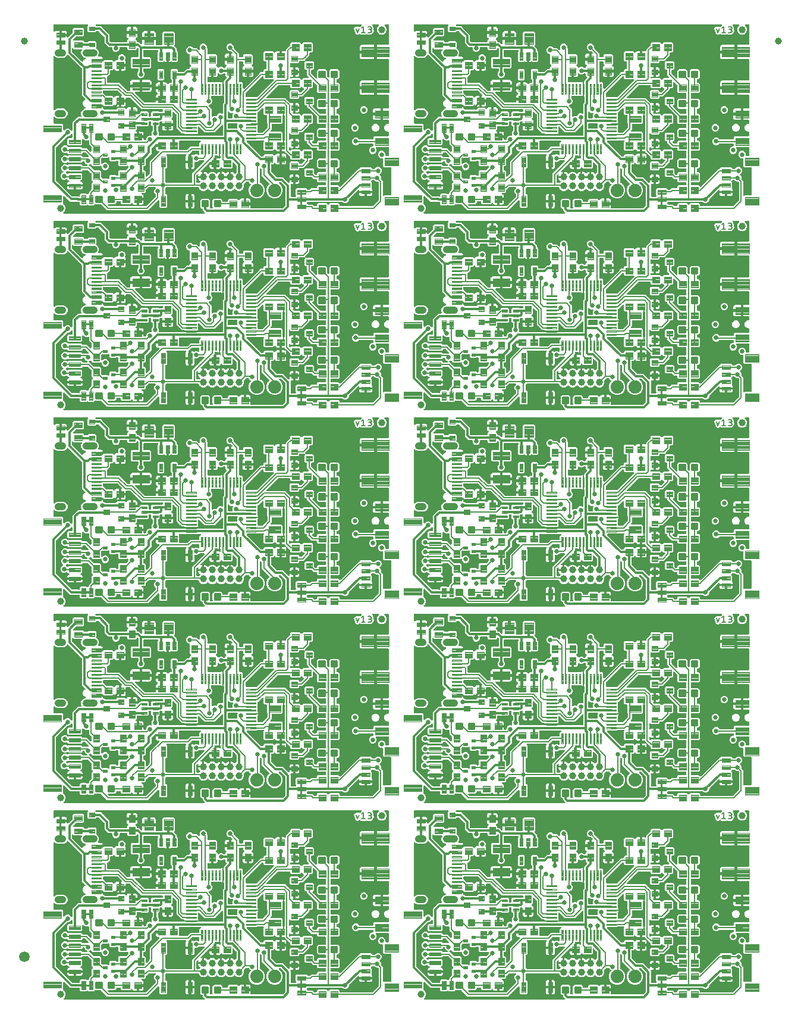
<source format=gtl>
G04 EAGLE Gerber RS-274X export*
G75*
%MOMM*%
%FSLAX34Y34*%
%LPD*%
%INTop Copper*%
%IPPOS*%
%AMOC8*
5,1,8,0,0,1.08239X$1,22.5*%
G01*
%ADD10C,0.203200*%
%ADD11C,1.000000*%
%ADD12C,0.100000*%
%ADD13C,0.099000*%
%ADD14C,0.098000*%
%ADD15C,0.096000*%
%ADD16C,0.300000*%
%ADD17C,0.102000*%
%ADD18C,1.000000*%
%ADD19C,0.104000*%
%ADD20C,0.100800*%
%ADD21C,0.099059*%
%ADD22C,0.105000*%
%ADD23C,1.879600*%
%ADD24C,0.101200*%
%ADD25C,1.500000*%
%ADD26C,0.660400*%
%ADD27C,0.254000*%
%ADD28C,0.304800*%
%ADD29C,0.177800*%

G36*
X998350Y1146042D02*
X998350Y1146042D01*
X998463Y1146039D01*
X998492Y1146046D01*
X998521Y1146047D01*
X998629Y1146082D01*
X998738Y1146111D01*
X998764Y1146126D01*
X998792Y1146135D01*
X998855Y1146180D01*
X998983Y1146256D01*
X999000Y1146274D01*
X1008380Y1146274D01*
X1008438Y1146282D01*
X1008496Y1146280D01*
X1008578Y1146302D01*
X1008662Y1146314D01*
X1008715Y1146337D01*
X1008771Y1146352D01*
X1008844Y1146395D01*
X1008921Y1146430D01*
X1008966Y1146468D01*
X1009016Y1146497D01*
X1009074Y1146559D01*
X1009138Y1146613D01*
X1009170Y1146662D01*
X1009210Y1146705D01*
X1009249Y1146780D01*
X1009296Y1146850D01*
X1009313Y1146906D01*
X1009340Y1146958D01*
X1009351Y1147026D01*
X1009381Y1147121D01*
X1009384Y1147221D01*
X1009395Y1147289D01*
X1009395Y1185193D01*
X1009387Y1185251D01*
X1009389Y1185309D01*
X1009367Y1185391D01*
X1009355Y1185475D01*
X1009332Y1185528D01*
X1009317Y1185584D01*
X1009274Y1185657D01*
X1009239Y1185734D01*
X1009201Y1185779D01*
X1009172Y1185829D01*
X1009110Y1185887D01*
X1009056Y1185951D01*
X1009007Y1185983D01*
X1008964Y1186023D01*
X1008889Y1186062D01*
X1008819Y1186109D01*
X1008763Y1186126D01*
X1008711Y1186153D01*
X1008643Y1186164D01*
X1008548Y1186194D01*
X1008448Y1186197D01*
X1008380Y1186208D01*
X999009Y1186208D01*
X997537Y1187680D01*
X997537Y1197991D01*
X997529Y1198049D01*
X997531Y1198107D01*
X997509Y1198189D01*
X997497Y1198273D01*
X997474Y1198326D01*
X997459Y1198382D01*
X997416Y1198455D01*
X997381Y1198532D01*
X997343Y1198577D01*
X997314Y1198627D01*
X997252Y1198685D01*
X997198Y1198749D01*
X997149Y1198781D01*
X997106Y1198821D01*
X997031Y1198860D01*
X996961Y1198907D01*
X996905Y1198924D01*
X996853Y1198951D01*
X996785Y1198962D01*
X996690Y1198992D01*
X996590Y1198995D01*
X996522Y1199006D01*
X994619Y1199006D01*
X992658Y1199818D01*
X991157Y1201319D01*
X990345Y1203280D01*
X990345Y1205402D01*
X991157Y1207363D01*
X992658Y1208864D01*
X994619Y1209676D01*
X996741Y1209676D01*
X998702Y1208864D01*
X1000203Y1207363D01*
X1001015Y1205402D01*
X1001015Y1203289D01*
X1001023Y1203231D01*
X1001021Y1203173D01*
X1001043Y1203091D01*
X1001055Y1203007D01*
X1001078Y1202954D01*
X1001093Y1202898D01*
X1001136Y1202825D01*
X1001171Y1202748D01*
X1001209Y1202703D01*
X1001238Y1202653D01*
X1001300Y1202595D01*
X1001354Y1202531D01*
X1001403Y1202499D01*
X1001446Y1202459D01*
X1001521Y1202420D01*
X1001591Y1202373D01*
X1001647Y1202356D01*
X1001699Y1202329D01*
X1001767Y1202318D01*
X1001862Y1202288D01*
X1001962Y1202285D01*
X1002030Y1202274D01*
X1004697Y1202274D01*
X1004755Y1202282D01*
X1004813Y1202280D01*
X1004895Y1202302D01*
X1004979Y1202314D01*
X1005032Y1202337D01*
X1005088Y1202352D01*
X1005161Y1202395D01*
X1005238Y1202430D01*
X1005283Y1202468D01*
X1005333Y1202497D01*
X1005391Y1202559D01*
X1005455Y1202613D01*
X1005487Y1202662D01*
X1005527Y1202705D01*
X1005566Y1202780D01*
X1005613Y1202850D01*
X1005630Y1202906D01*
X1005657Y1202958D01*
X1005668Y1203026D01*
X1005698Y1203121D01*
X1005701Y1203221D01*
X1005712Y1203289D01*
X1005712Y1214393D01*
X1005704Y1214451D01*
X1005706Y1214509D01*
X1005684Y1214591D01*
X1005672Y1214675D01*
X1005649Y1214728D01*
X1005634Y1214784D01*
X1005591Y1214857D01*
X1005556Y1214934D01*
X1005518Y1214979D01*
X1005489Y1215029D01*
X1005427Y1215087D01*
X1005373Y1215151D01*
X1005324Y1215183D01*
X1005281Y1215223D01*
X1005206Y1215262D01*
X1005136Y1215309D01*
X1005080Y1215326D01*
X1005028Y1215353D01*
X1004960Y1215364D01*
X1004865Y1215394D01*
X1004765Y1215397D01*
X1004697Y1215408D01*
X988258Y1215408D01*
X988229Y1215404D01*
X988200Y1215407D01*
X988089Y1215384D01*
X987977Y1215368D01*
X987950Y1215356D01*
X987921Y1215351D01*
X987821Y1215298D01*
X987717Y1215252D01*
X987695Y1215233D01*
X987669Y1215220D01*
X987587Y1215142D01*
X987500Y1215069D01*
X987484Y1215044D01*
X987463Y1215024D01*
X987405Y1214926D01*
X987343Y1214832D01*
X987334Y1214804D01*
X987319Y1214778D01*
X987291Y1214669D01*
X987257Y1214561D01*
X987256Y1214531D01*
X987249Y1214503D01*
X987253Y1214390D01*
X987250Y1214277D01*
X987257Y1214248D01*
X987258Y1214219D01*
X987293Y1214111D01*
X987321Y1214002D01*
X987336Y1213976D01*
X987346Y1213948D01*
X987391Y1213884D01*
X987467Y1213757D01*
X987495Y1213730D01*
X988315Y1211752D01*
X988315Y1209630D01*
X987503Y1207669D01*
X986002Y1206168D01*
X984041Y1205356D01*
X981919Y1205356D01*
X979958Y1206168D01*
X978457Y1207669D01*
X977645Y1209630D01*
X977645Y1211752D01*
X978457Y1213713D01*
X979958Y1215214D01*
X981919Y1216026D01*
X982632Y1216026D01*
X982690Y1216034D01*
X982748Y1216032D01*
X982830Y1216054D01*
X982914Y1216066D01*
X982967Y1216089D01*
X983023Y1216104D01*
X983096Y1216147D01*
X983173Y1216182D01*
X983218Y1216220D01*
X983268Y1216249D01*
X983326Y1216311D01*
X983390Y1216365D01*
X983422Y1216414D01*
X983462Y1216457D01*
X983501Y1216532D01*
X983548Y1216602D01*
X983565Y1216658D01*
X983592Y1216710D01*
X983603Y1216778D01*
X983633Y1216873D01*
X983636Y1216973D01*
X983647Y1217041D01*
X983647Y1219004D01*
X983639Y1219062D01*
X983641Y1219120D01*
X983619Y1219202D01*
X983607Y1219286D01*
X983584Y1219339D01*
X983569Y1219395D01*
X983526Y1219468D01*
X983491Y1219545D01*
X983453Y1219590D01*
X983424Y1219640D01*
X983362Y1219698D01*
X983308Y1219762D01*
X983259Y1219794D01*
X983216Y1219834D01*
X983141Y1219873D01*
X983071Y1219920D01*
X983015Y1219937D01*
X982963Y1219964D01*
X982895Y1219975D01*
X982800Y1220005D01*
X982700Y1220008D01*
X982632Y1220019D01*
X963443Y1220019D01*
X963357Y1220007D01*
X963269Y1220004D01*
X963217Y1219987D01*
X963162Y1219979D01*
X963082Y1219944D01*
X962999Y1219917D01*
X962959Y1219889D01*
X962902Y1219863D01*
X962789Y1219767D01*
X962725Y1219722D01*
X961872Y1218868D01*
X959911Y1218056D01*
X957789Y1218056D01*
X955828Y1218868D01*
X954327Y1220369D01*
X953515Y1222330D01*
X953515Y1224452D01*
X954327Y1226413D01*
X955828Y1227914D01*
X957789Y1228726D01*
X959911Y1228726D01*
X961872Y1227914D01*
X963405Y1226380D01*
X963416Y1226363D01*
X963485Y1226245D01*
X963487Y1226244D01*
X963487Y1226242D01*
X963594Y1226142D01*
X963692Y1226049D01*
X963693Y1226049D01*
X963695Y1226048D01*
X963820Y1225983D01*
X963945Y1225919D01*
X963946Y1225919D01*
X963948Y1225918D01*
X963963Y1225916D01*
X964224Y1225864D01*
X964254Y1225867D01*
X964279Y1225863D01*
X982632Y1225863D01*
X982690Y1225871D01*
X982748Y1225869D01*
X982830Y1225891D01*
X982914Y1225903D01*
X982967Y1225926D01*
X983023Y1225941D01*
X983096Y1225984D01*
X983173Y1226019D01*
X983218Y1226057D01*
X983268Y1226086D01*
X983326Y1226148D01*
X983390Y1226202D01*
X983422Y1226251D01*
X983462Y1226294D01*
X983501Y1226369D01*
X983548Y1226439D01*
X983565Y1226495D01*
X983592Y1226547D01*
X983603Y1226615D01*
X983633Y1226710D01*
X983636Y1226810D01*
X983647Y1226878D01*
X983647Y1228993D01*
X985128Y1230474D01*
X1004697Y1230474D01*
X1004755Y1230482D01*
X1004813Y1230480D01*
X1004895Y1230502D01*
X1004979Y1230514D01*
X1005032Y1230537D01*
X1005088Y1230552D01*
X1005161Y1230595D01*
X1005238Y1230630D01*
X1005283Y1230668D01*
X1005333Y1230697D01*
X1005391Y1230759D01*
X1005455Y1230813D01*
X1005487Y1230862D01*
X1005527Y1230905D01*
X1005566Y1230980D01*
X1005613Y1231050D01*
X1005630Y1231106D01*
X1005657Y1231158D01*
X1005668Y1231226D01*
X1005698Y1231321D01*
X1005701Y1231421D01*
X1005712Y1231489D01*
X1005712Y1235893D01*
X1005704Y1235951D01*
X1005706Y1236009D01*
X1005684Y1236091D01*
X1005672Y1236175D01*
X1005649Y1236228D01*
X1005634Y1236284D01*
X1005591Y1236357D01*
X1005556Y1236434D01*
X1005518Y1236479D01*
X1005489Y1236529D01*
X1005427Y1236587D01*
X1005373Y1236651D01*
X1005324Y1236683D01*
X1005281Y1236723D01*
X1005206Y1236762D01*
X1005136Y1236809D01*
X1005080Y1236826D01*
X1005028Y1236853D01*
X1004960Y1236864D01*
X1004865Y1236894D01*
X1004765Y1236897D01*
X1004697Y1236908D01*
X1003579Y1236908D01*
X1001546Y1237751D01*
X999990Y1239307D01*
X999147Y1241340D01*
X999147Y1243542D01*
X999990Y1245575D01*
X1001546Y1247131D01*
X1003579Y1247974D01*
X1004697Y1247974D01*
X1004755Y1247982D01*
X1004813Y1247980D01*
X1004895Y1248002D01*
X1004979Y1248014D01*
X1005032Y1248037D01*
X1005088Y1248052D01*
X1005161Y1248095D01*
X1005238Y1248130D01*
X1005283Y1248168D01*
X1005333Y1248197D01*
X1005391Y1248259D01*
X1005455Y1248313D01*
X1005487Y1248362D01*
X1005527Y1248405D01*
X1005566Y1248480D01*
X1005613Y1248550D01*
X1005630Y1248606D01*
X1005657Y1248658D01*
X1005668Y1248726D01*
X1005698Y1248821D01*
X1005701Y1248921D01*
X1005712Y1248989D01*
X1005712Y1252885D01*
X1005704Y1252943D01*
X1005706Y1253001D01*
X1005684Y1253083D01*
X1005672Y1253167D01*
X1005649Y1253220D01*
X1005634Y1253276D01*
X1005591Y1253349D01*
X1005556Y1253426D01*
X1005518Y1253471D01*
X1005489Y1253521D01*
X1005427Y1253579D01*
X1005373Y1253643D01*
X1005324Y1253675D01*
X1005281Y1253715D01*
X1005206Y1253754D01*
X1005136Y1253801D01*
X1005080Y1253818D01*
X1005028Y1253845D01*
X1004960Y1253856D01*
X1004865Y1253886D01*
X1004765Y1253889D01*
X1004697Y1253900D01*
X997711Y1253900D01*
X997711Y1260925D01*
X997703Y1260983D01*
X997704Y1261041D01*
X997683Y1261123D01*
X997671Y1261206D01*
X997647Y1261260D01*
X997633Y1261316D01*
X997590Y1261389D01*
X997555Y1261466D01*
X997517Y1261510D01*
X997487Y1261561D01*
X997426Y1261618D01*
X997371Y1261683D01*
X997323Y1261715D01*
X997280Y1261755D01*
X997205Y1261794D01*
X997135Y1261840D01*
X997079Y1261858D01*
X997027Y1261885D01*
X996959Y1261896D01*
X996864Y1261926D01*
X996764Y1261929D01*
X996696Y1261940D01*
X995679Y1261940D01*
X995679Y1261942D01*
X996696Y1261942D01*
X996754Y1261950D01*
X996812Y1261949D01*
X996894Y1261970D01*
X996977Y1261982D01*
X997031Y1262006D01*
X997087Y1262020D01*
X997160Y1262063D01*
X997237Y1262098D01*
X997281Y1262136D01*
X997332Y1262166D01*
X997389Y1262227D01*
X997454Y1262282D01*
X997486Y1262330D01*
X997526Y1262373D01*
X997565Y1262448D01*
X997611Y1262518D01*
X997629Y1262574D01*
X997656Y1262626D01*
X997667Y1262694D01*
X997697Y1262789D01*
X997700Y1262889D01*
X997711Y1262957D01*
X997711Y1269982D01*
X1004697Y1269982D01*
X1004755Y1269990D01*
X1004813Y1269988D01*
X1004895Y1270010D01*
X1004979Y1270022D01*
X1005032Y1270045D01*
X1005088Y1270060D01*
X1005161Y1270103D01*
X1005238Y1270138D01*
X1005283Y1270176D01*
X1005333Y1270205D01*
X1005391Y1270267D01*
X1005455Y1270321D01*
X1005487Y1270370D01*
X1005527Y1270413D01*
X1005566Y1270488D01*
X1005613Y1270558D01*
X1005630Y1270614D01*
X1005657Y1270666D01*
X1005668Y1270734D01*
X1005698Y1270829D01*
X1005701Y1270929D01*
X1005712Y1270997D01*
X1005712Y1288535D01*
X1005704Y1288593D01*
X1005706Y1288651D01*
X1005684Y1288733D01*
X1005672Y1288817D01*
X1005649Y1288870D01*
X1005634Y1288926D01*
X1005591Y1288999D01*
X1005556Y1289076D01*
X1005518Y1289121D01*
X1005489Y1289171D01*
X1005427Y1289229D01*
X1005373Y1289293D01*
X1005324Y1289325D01*
X1005281Y1289365D01*
X1005206Y1289404D01*
X1005136Y1289451D01*
X1005080Y1289468D01*
X1005028Y1289495D01*
X1004960Y1289506D01*
X1004865Y1289536D01*
X1004765Y1289539D01*
X1004697Y1289550D01*
X988821Y1289550D01*
X988821Y1298575D01*
X988813Y1298633D01*
X988814Y1298691D01*
X988793Y1298773D01*
X988781Y1298856D01*
X988757Y1298910D01*
X988743Y1298966D01*
X988700Y1299039D01*
X988665Y1299116D01*
X988627Y1299160D01*
X988597Y1299211D01*
X988536Y1299268D01*
X988481Y1299333D01*
X988433Y1299365D01*
X988390Y1299405D01*
X988315Y1299444D01*
X988245Y1299490D01*
X988189Y1299508D01*
X988137Y1299535D01*
X988069Y1299546D01*
X987974Y1299576D01*
X987874Y1299579D01*
X987806Y1299590D01*
X986789Y1299590D01*
X986789Y1299592D01*
X987806Y1299592D01*
X987864Y1299600D01*
X987922Y1299599D01*
X988004Y1299620D01*
X988087Y1299632D01*
X988141Y1299656D01*
X988197Y1299670D01*
X988270Y1299713D01*
X988347Y1299748D01*
X988391Y1299786D01*
X988442Y1299816D01*
X988499Y1299877D01*
X988564Y1299932D01*
X988596Y1299980D01*
X988636Y1300023D01*
X988675Y1300098D01*
X988721Y1300168D01*
X988739Y1300224D01*
X988766Y1300276D01*
X988777Y1300344D01*
X988807Y1300439D01*
X988810Y1300539D01*
X988821Y1300607D01*
X988821Y1309632D01*
X1004697Y1309632D01*
X1004755Y1309640D01*
X1004813Y1309638D01*
X1004895Y1309660D01*
X1004979Y1309672D01*
X1005032Y1309695D01*
X1005088Y1309710D01*
X1005161Y1309753D01*
X1005238Y1309788D01*
X1005283Y1309826D01*
X1005333Y1309855D01*
X1005391Y1309917D01*
X1005455Y1309971D01*
X1005487Y1310020D01*
X1005527Y1310063D01*
X1005566Y1310138D01*
X1005613Y1310208D01*
X1005630Y1310264D01*
X1005657Y1310316D01*
X1005668Y1310384D01*
X1005698Y1310479D01*
X1005701Y1310579D01*
X1005712Y1310647D01*
X1005712Y1339335D01*
X1005704Y1339393D01*
X1005706Y1339451D01*
X1005684Y1339533D01*
X1005672Y1339617D01*
X1005649Y1339670D01*
X1005634Y1339726D01*
X1005591Y1339799D01*
X1005556Y1339876D01*
X1005518Y1339921D01*
X1005489Y1339971D01*
X1005427Y1340029D01*
X1005373Y1340093D01*
X1005324Y1340125D01*
X1005281Y1340165D01*
X1005206Y1340204D01*
X1005136Y1340251D01*
X1005080Y1340268D01*
X1005028Y1340295D01*
X1004960Y1340306D01*
X1004865Y1340336D01*
X1004765Y1340339D01*
X1004697Y1340350D01*
X988821Y1340350D01*
X988821Y1349375D01*
X988813Y1349433D01*
X988814Y1349491D01*
X988793Y1349573D01*
X988781Y1349656D01*
X988757Y1349710D01*
X988743Y1349766D01*
X988700Y1349839D01*
X988665Y1349916D01*
X988627Y1349960D01*
X988597Y1350011D01*
X988536Y1350068D01*
X988481Y1350133D01*
X988433Y1350165D01*
X988390Y1350205D01*
X988315Y1350244D01*
X988245Y1350290D01*
X988189Y1350308D01*
X988137Y1350335D01*
X988069Y1350346D01*
X987974Y1350376D01*
X987874Y1350379D01*
X987806Y1350390D01*
X986789Y1350390D01*
X986789Y1350392D01*
X987806Y1350392D01*
X987864Y1350400D01*
X987922Y1350399D01*
X988004Y1350420D01*
X988087Y1350432D01*
X988141Y1350456D01*
X988197Y1350470D01*
X988270Y1350513D01*
X988347Y1350548D01*
X988391Y1350586D01*
X988442Y1350616D01*
X988499Y1350677D01*
X988564Y1350732D01*
X988596Y1350780D01*
X988636Y1350823D01*
X988675Y1350898D01*
X988721Y1350968D01*
X988739Y1351024D01*
X988766Y1351076D01*
X988777Y1351144D01*
X988807Y1351239D01*
X988810Y1351339D01*
X988821Y1351407D01*
X988821Y1360432D01*
X1004697Y1360432D01*
X1004755Y1360440D01*
X1004813Y1360438D01*
X1004895Y1360460D01*
X1004979Y1360472D01*
X1005032Y1360495D01*
X1005088Y1360510D01*
X1005161Y1360553D01*
X1005238Y1360588D01*
X1005283Y1360626D01*
X1005333Y1360655D01*
X1005391Y1360717D01*
X1005455Y1360771D01*
X1005487Y1360820D01*
X1005527Y1360863D01*
X1005566Y1360938D01*
X1005613Y1361008D01*
X1005630Y1361064D01*
X1005657Y1361116D01*
X1005668Y1361184D01*
X1005698Y1361279D01*
X1005701Y1361379D01*
X1005712Y1361447D01*
X1005712Y1388658D01*
X1005705Y1388712D01*
X1005706Y1388751D01*
X1005705Y1388753D01*
X1005706Y1388774D01*
X1005684Y1388856D01*
X1005672Y1388940D01*
X1005649Y1388993D01*
X1005634Y1389049D01*
X1005591Y1389122D01*
X1005556Y1389199D01*
X1005518Y1389244D01*
X1005489Y1389294D01*
X1005427Y1389352D01*
X1005373Y1389416D01*
X1005324Y1389448D01*
X1005281Y1389488D01*
X1005206Y1389527D01*
X1005136Y1389574D01*
X1005080Y1389591D01*
X1005028Y1389618D01*
X1004960Y1389629D01*
X1004865Y1389659D01*
X1004765Y1389662D01*
X1004697Y1389673D01*
X1000545Y1389673D01*
X1000515Y1389669D01*
X1000486Y1389672D01*
X1000375Y1389649D01*
X1000263Y1389633D01*
X1000236Y1389621D01*
X1000208Y1389616D01*
X1000107Y1389563D01*
X1000004Y1389517D01*
X999981Y1389498D01*
X999955Y1389485D01*
X999873Y1389407D01*
X999787Y1389334D01*
X999770Y1389309D01*
X999749Y1389289D01*
X999692Y1389191D01*
X999629Y1389097D01*
X999620Y1389069D01*
X999605Y1389044D01*
X999578Y1388934D01*
X999543Y1388826D01*
X999543Y1388796D01*
X999535Y1388768D01*
X999539Y1388655D01*
X999536Y1388542D01*
X999543Y1388513D01*
X999544Y1388484D01*
X999579Y1388376D01*
X999608Y1388267D01*
X999623Y1388241D01*
X999632Y1388213D01*
X999677Y1388150D01*
X999753Y1388022D01*
X999774Y1388002D01*
X999776Y1387999D01*
X999802Y1387975D01*
X999827Y1387940D01*
X1001642Y1386125D01*
X1002713Y1383540D01*
X1002713Y1380742D01*
X1001642Y1378157D01*
X999664Y1376179D01*
X997079Y1375108D01*
X994281Y1375108D01*
X991696Y1376179D01*
X989718Y1378157D01*
X988647Y1380742D01*
X988647Y1383540D01*
X989718Y1386125D01*
X991533Y1387940D01*
X991544Y1387954D01*
X991550Y1387959D01*
X991556Y1387967D01*
X991573Y1387983D01*
X991636Y1388077D01*
X991704Y1388167D01*
X991715Y1388195D01*
X991731Y1388219D01*
X991765Y1388327D01*
X991805Y1388433D01*
X991808Y1388462D01*
X991817Y1388490D01*
X991820Y1388604D01*
X991829Y1388716D01*
X991823Y1388745D01*
X991824Y1388774D01*
X991795Y1388884D01*
X991773Y1388995D01*
X991760Y1389021D01*
X991752Y1389049D01*
X991694Y1389147D01*
X991642Y1389247D01*
X991622Y1389269D01*
X991607Y1389294D01*
X991524Y1389371D01*
X991446Y1389453D01*
X991421Y1389468D01*
X991400Y1389488D01*
X991299Y1389540D01*
X991201Y1389597D01*
X991173Y1389604D01*
X991147Y1389618D01*
X991069Y1389631D01*
X990926Y1389667D01*
X990863Y1389665D01*
X990815Y1389673D01*
X983317Y1389673D01*
X983209Y1389658D01*
X983101Y1389650D01*
X983069Y1389638D01*
X983036Y1389633D01*
X982936Y1389589D01*
X982834Y1389551D01*
X982807Y1389531D01*
X982776Y1389517D01*
X982693Y1389447D01*
X982606Y1389382D01*
X982585Y1389355D01*
X982559Y1389334D01*
X982499Y1389243D01*
X982433Y1389157D01*
X982420Y1389125D01*
X982402Y1389097D01*
X982369Y1388993D01*
X982329Y1388892D01*
X982326Y1388858D01*
X982316Y1388826D01*
X982313Y1388717D01*
X982303Y1388609D01*
X982309Y1388576D01*
X982309Y1388542D01*
X982336Y1388437D01*
X982356Y1388330D01*
X982372Y1388299D01*
X982380Y1388267D01*
X982436Y1388173D01*
X982485Y1388076D01*
X982507Y1388054D01*
X982526Y1388022D01*
X982685Y1387872D01*
X982720Y1387837D01*
X983322Y1387399D01*
X984297Y1384399D01*
X983751Y1382716D01*
X983749Y1382708D01*
X983746Y1382701D01*
X983725Y1382568D01*
X983702Y1382436D01*
X983702Y1382428D01*
X983701Y1382421D01*
X983709Y1382371D01*
X983732Y1382153D01*
X983746Y1382119D01*
X983751Y1382089D01*
X984321Y1380335D01*
X983255Y1377055D01*
X980465Y1375028D01*
X975220Y1375028D01*
X974887Y1375362D01*
X974840Y1375397D01*
X974800Y1375439D01*
X974727Y1375482D01*
X974660Y1375533D01*
X974605Y1375553D01*
X974555Y1375583D01*
X974473Y1375604D01*
X974394Y1375634D01*
X974336Y1375639D01*
X974279Y1375653D01*
X974195Y1375650D01*
X974111Y1375657D01*
X974053Y1375646D01*
X973995Y1375644D01*
X973915Y1375618D01*
X973832Y1375602D01*
X973780Y1375575D01*
X973724Y1375557D01*
X973668Y1375516D01*
X973580Y1375471D01*
X973507Y1375402D01*
X973451Y1375362D01*
X973118Y1375028D01*
X966076Y1375028D01*
X965264Y1375841D01*
X965234Y1375863D01*
X965209Y1375892D01*
X965121Y1375948D01*
X965037Y1376012D01*
X965002Y1376025D01*
X964970Y1376045D01*
X964869Y1376075D01*
X964771Y1376113D01*
X964734Y1376116D01*
X964697Y1376127D01*
X964592Y1376128D01*
X964488Y1376136D01*
X964451Y1376129D01*
X964413Y1376129D01*
X964338Y1376106D01*
X964209Y1376080D01*
X964145Y1376047D01*
X964092Y1376031D01*
X963943Y1375956D01*
X963930Y1375947D01*
X963915Y1375942D01*
X963813Y1375867D01*
X963709Y1375795D01*
X963699Y1375782D01*
X963686Y1375773D01*
X963646Y1375717D01*
X963539Y1375587D01*
X962605Y1375276D01*
X962531Y1375239D01*
X962472Y1375221D01*
X961585Y1374777D01*
X961534Y1374785D01*
X961409Y1374808D01*
X961393Y1374806D01*
X961378Y1374808D01*
X961310Y1374798D01*
X961142Y1374781D01*
X960262Y1375221D01*
X960183Y1375247D01*
X960129Y1375276D01*
X959188Y1375590D01*
X959157Y1375632D01*
X959085Y1375736D01*
X959073Y1375746D01*
X959064Y1375758D01*
X959008Y1375799D01*
X958878Y1375906D01*
X958567Y1376839D01*
X958529Y1376914D01*
X958511Y1376972D01*
X958067Y1377860D01*
X958075Y1377911D01*
X958098Y1378036D01*
X958097Y1378051D01*
X958099Y1378066D01*
X958088Y1378134D01*
X958070Y1378318D01*
X958053Y1378361D01*
X958047Y1378398D01*
X956270Y1383730D01*
X957399Y1385989D01*
X959795Y1386787D01*
X960913Y1386228D01*
X960930Y1386223D01*
X960944Y1386214D01*
X961064Y1386178D01*
X961183Y1386138D01*
X961200Y1386137D01*
X961216Y1386132D01*
X961342Y1386131D01*
X961467Y1386126D01*
X961483Y1386130D01*
X961501Y1386130D01*
X961569Y1386151D01*
X961743Y1386193D01*
X961785Y1386217D01*
X961822Y1386228D01*
X962940Y1386787D01*
X964184Y1386373D01*
X964235Y1386363D01*
X964284Y1386345D01*
X964374Y1386338D01*
X964464Y1386321D01*
X964516Y1386326D01*
X964567Y1386322D01*
X964656Y1386341D01*
X964746Y1386350D01*
X964795Y1386369D01*
X964846Y1386379D01*
X964909Y1386415D01*
X965010Y1386455D01*
X965082Y1386511D01*
X965139Y1386543D01*
X966792Y1387865D01*
X966851Y1387927D01*
X966916Y1387983D01*
X966947Y1388030D01*
X966987Y1388072D01*
X967026Y1388148D01*
X967073Y1388219D01*
X967091Y1388274D01*
X967117Y1388325D01*
X967133Y1388409D01*
X967159Y1388490D01*
X967161Y1388548D01*
X967172Y1388604D01*
X967164Y1388689D01*
X967166Y1388774D01*
X967152Y1388830D01*
X967147Y1388887D01*
X967116Y1388967D01*
X967095Y1389049D01*
X967065Y1389099D01*
X967044Y1389152D01*
X966993Y1389220D01*
X966949Y1389294D01*
X966907Y1389333D01*
X966873Y1389379D01*
X966804Y1389430D01*
X966742Y1389488D01*
X966691Y1389515D01*
X966645Y1389549D01*
X966565Y1389579D01*
X966489Y1389618D01*
X966440Y1389626D01*
X966379Y1389649D01*
X966235Y1389660D01*
X966158Y1389673D01*
X589068Y1389673D01*
X589039Y1389669D01*
X589010Y1389672D01*
X588899Y1389649D01*
X588787Y1389633D01*
X588760Y1389621D01*
X588731Y1389616D01*
X588631Y1389564D01*
X588527Y1389517D01*
X588505Y1389498D01*
X588479Y1389485D01*
X588397Y1389407D01*
X588310Y1389334D01*
X588294Y1389309D01*
X588273Y1389289D01*
X588215Y1389191D01*
X588153Y1389097D01*
X588144Y1389069D01*
X588129Y1389044D01*
X588101Y1388934D01*
X588067Y1388826D01*
X588066Y1388796D01*
X588059Y1388768D01*
X588063Y1388655D01*
X588060Y1388542D01*
X588067Y1388513D01*
X588068Y1388484D01*
X588103Y1388376D01*
X588131Y1388267D01*
X588146Y1388241D01*
X588155Y1388213D01*
X588201Y1388150D01*
X588277Y1388022D01*
X588298Y1388002D01*
X588300Y1387999D01*
X588326Y1387975D01*
X588350Y1387940D01*
X588955Y1387335D01*
X589025Y1387283D01*
X589089Y1387223D01*
X589138Y1387197D01*
X589183Y1387164D01*
X589264Y1387133D01*
X589342Y1387093D01*
X589390Y1387085D01*
X589448Y1387063D01*
X589596Y1387051D01*
X589673Y1387038D01*
X595763Y1387038D01*
X598144Y1384657D01*
X608077Y1374724D01*
X608077Y1366255D01*
X608084Y1366204D01*
X608083Y1366183D01*
X608089Y1366161D01*
X608092Y1366081D01*
X608109Y1366028D01*
X608117Y1365973D01*
X608152Y1365893D01*
X608179Y1365810D01*
X608207Y1365771D01*
X608233Y1365714D01*
X608329Y1365601D01*
X608374Y1365537D01*
X609116Y1364795D01*
X609186Y1364743D01*
X609250Y1364683D01*
X609299Y1364657D01*
X609343Y1364624D01*
X609425Y1364593D01*
X609503Y1364553D01*
X609550Y1364545D01*
X609609Y1364523D01*
X609756Y1364511D01*
X609834Y1364498D01*
X632032Y1364498D01*
X632090Y1364506D01*
X632148Y1364504D01*
X632230Y1364526D01*
X632314Y1364538D01*
X632367Y1364561D01*
X632423Y1364576D01*
X632496Y1364619D01*
X632573Y1364654D01*
X632618Y1364692D01*
X632668Y1364721D01*
X632726Y1364783D01*
X632790Y1364837D01*
X632822Y1364886D01*
X632862Y1364929D01*
X632901Y1365004D01*
X632948Y1365074D01*
X632965Y1365130D01*
X632992Y1365182D01*
X633003Y1365250D01*
X633033Y1365345D01*
X633036Y1365445D01*
X633047Y1365513D01*
X633047Y1366990D01*
X634585Y1368528D01*
X634615Y1368567D01*
X634651Y1368600D01*
X634700Y1368680D01*
X634756Y1368755D01*
X634774Y1368801D01*
X634799Y1368843D01*
X634824Y1368933D01*
X634858Y1369021D01*
X634862Y1369070D01*
X634875Y1369117D01*
X634873Y1369211D01*
X634881Y1369304D01*
X634872Y1369352D01*
X634871Y1369401D01*
X634844Y1369491D01*
X634825Y1369583D01*
X634803Y1369626D01*
X634789Y1369673D01*
X634738Y1369752D01*
X634694Y1369836D01*
X634661Y1369871D01*
X634634Y1369912D01*
X634577Y1369959D01*
X634499Y1370042D01*
X634424Y1370086D01*
X634375Y1370125D01*
X633713Y1370508D01*
X633147Y1371074D01*
X632746Y1371767D01*
X632539Y1372541D01*
X632539Y1375910D01*
X639064Y1375910D01*
X639122Y1375918D01*
X639180Y1375916D01*
X639262Y1375938D01*
X639345Y1375950D01*
X639399Y1375974D01*
X639455Y1375988D01*
X639528Y1376031D01*
X639605Y1376066D01*
X639649Y1376104D01*
X639700Y1376134D01*
X639757Y1376195D01*
X639822Y1376250D01*
X639854Y1376298D01*
X639894Y1376341D01*
X639933Y1376416D01*
X639979Y1376486D01*
X639997Y1376542D01*
X640024Y1376594D01*
X640035Y1376662D01*
X640065Y1376757D01*
X640068Y1376857D01*
X640079Y1376925D01*
X640079Y1377942D01*
X640081Y1377942D01*
X640081Y1376925D01*
X640089Y1376867D01*
X640088Y1376809D01*
X640109Y1376727D01*
X640121Y1376644D01*
X640145Y1376590D01*
X640159Y1376534D01*
X640202Y1376461D01*
X640237Y1376384D01*
X640275Y1376339D01*
X640305Y1376289D01*
X640366Y1376231D01*
X640421Y1376167D01*
X640469Y1376135D01*
X640512Y1376095D01*
X640587Y1376056D01*
X640657Y1376010D01*
X640713Y1375992D01*
X640765Y1375965D01*
X640833Y1375954D01*
X640928Y1375924D01*
X641028Y1375921D01*
X641096Y1375910D01*
X647621Y1375910D01*
X647621Y1372541D01*
X647414Y1371767D01*
X647013Y1371074D01*
X646447Y1370508D01*
X645785Y1370125D01*
X645746Y1370095D01*
X645703Y1370073D01*
X645635Y1370008D01*
X645561Y1369950D01*
X645532Y1369911D01*
X645497Y1369877D01*
X645449Y1369796D01*
X645394Y1369720D01*
X645378Y1369674D01*
X645353Y1369632D01*
X645330Y1369541D01*
X645298Y1369452D01*
X645295Y1369403D01*
X645283Y1369356D01*
X645286Y1369263D01*
X645280Y1369169D01*
X645291Y1369121D01*
X645292Y1369072D01*
X645321Y1368983D01*
X645341Y1368891D01*
X645365Y1368848D01*
X645380Y1368802D01*
X645423Y1368741D01*
X645477Y1368641D01*
X645538Y1368579D01*
X645575Y1368528D01*
X647113Y1366990D01*
X647113Y1365513D01*
X647121Y1365455D01*
X647119Y1365397D01*
X647141Y1365315D01*
X647153Y1365231D01*
X647176Y1365178D01*
X647191Y1365122D01*
X647234Y1365049D01*
X647269Y1364972D01*
X647307Y1364927D01*
X647336Y1364877D01*
X647398Y1364819D01*
X647452Y1364755D01*
X647501Y1364723D01*
X647544Y1364683D01*
X647619Y1364644D01*
X647689Y1364597D01*
X647745Y1364580D01*
X647797Y1364553D01*
X647865Y1364542D01*
X647960Y1364512D01*
X648060Y1364509D01*
X648128Y1364498D01*
X650053Y1364498D01*
X652906Y1361645D01*
X652930Y1361627D01*
X652949Y1361605D01*
X653043Y1361542D01*
X653133Y1361474D01*
X653161Y1361464D01*
X653185Y1361447D01*
X653293Y1361413D01*
X653399Y1361373D01*
X653428Y1361370D01*
X653456Y1361361D01*
X653570Y1361359D01*
X653682Y1361349D01*
X653711Y1361355D01*
X653740Y1361354D01*
X653850Y1361383D01*
X653961Y1361405D01*
X653987Y1361419D01*
X654015Y1361426D01*
X654113Y1361484D01*
X654213Y1361536D01*
X654235Y1361556D01*
X654260Y1361571D01*
X654337Y1361654D01*
X654419Y1361732D01*
X654434Y1361757D01*
X654454Y1361779D01*
X654506Y1361879D01*
X654563Y1361977D01*
X654570Y1362006D01*
X654584Y1362032D01*
X654597Y1362109D01*
X654633Y1362253D01*
X654631Y1362315D01*
X654639Y1362363D01*
X654639Y1367410D01*
X663164Y1367410D01*
X663222Y1367418D01*
X663280Y1367416D01*
X663362Y1367438D01*
X663445Y1367450D01*
X663499Y1367474D01*
X663555Y1367488D01*
X663628Y1367531D01*
X663705Y1367566D01*
X663749Y1367604D01*
X663800Y1367634D01*
X663857Y1367695D01*
X663922Y1367750D01*
X663954Y1367798D01*
X663994Y1367841D01*
X664033Y1367916D01*
X664079Y1367986D01*
X664097Y1368042D01*
X664124Y1368094D01*
X664135Y1368162D01*
X664165Y1368257D01*
X664168Y1368357D01*
X664179Y1368425D01*
X664179Y1369442D01*
X664181Y1369442D01*
X664181Y1368425D01*
X664189Y1368367D01*
X664188Y1368309D01*
X664209Y1368227D01*
X664221Y1368144D01*
X664245Y1368090D01*
X664259Y1368034D01*
X664302Y1367961D01*
X664337Y1367884D01*
X664375Y1367839D01*
X664405Y1367789D01*
X664466Y1367731D01*
X664521Y1367667D01*
X664569Y1367635D01*
X664612Y1367595D01*
X664687Y1367556D01*
X664757Y1367510D01*
X664813Y1367492D01*
X664865Y1367465D01*
X664933Y1367454D01*
X665028Y1367424D01*
X665128Y1367421D01*
X665196Y1367410D01*
X673721Y1367410D01*
X673721Y1361509D01*
X673712Y1361481D01*
X673709Y1361387D01*
X673698Y1361294D01*
X673706Y1361245D01*
X673705Y1361197D01*
X673728Y1361106D01*
X673743Y1361013D01*
X673764Y1360969D01*
X673776Y1360922D01*
X673824Y1360841D01*
X673864Y1360756D01*
X673897Y1360719D01*
X673922Y1360677D01*
X673990Y1360613D01*
X674052Y1360542D01*
X674093Y1360516D01*
X674129Y1360483D01*
X674213Y1360440D01*
X674292Y1360389D01*
X674339Y1360375D01*
X674382Y1360353D01*
X674455Y1360341D01*
X674564Y1360309D01*
X674651Y1360308D01*
X674713Y1360298D01*
X682132Y1360298D01*
X682190Y1360306D01*
X682248Y1360304D01*
X682330Y1360326D01*
X682414Y1360338D01*
X682467Y1360361D01*
X682523Y1360376D01*
X682596Y1360419D01*
X682673Y1360454D01*
X682718Y1360492D01*
X682768Y1360521D01*
X682826Y1360583D01*
X682890Y1360637D01*
X682922Y1360686D01*
X682962Y1360729D01*
X683001Y1360804D01*
X683048Y1360874D01*
X683065Y1360930D01*
X683092Y1360982D01*
X683103Y1361050D01*
X683133Y1361145D01*
X683136Y1361245D01*
X683147Y1361313D01*
X683147Y1377996D01*
X684625Y1379474D01*
X699735Y1379474D01*
X701213Y1377996D01*
X701213Y1360886D01*
X700382Y1360055D01*
X700347Y1360008D01*
X700304Y1359968D01*
X700261Y1359895D01*
X700211Y1359828D01*
X700190Y1359773D01*
X700160Y1359723D01*
X700140Y1359641D01*
X700110Y1359562D01*
X700105Y1359504D01*
X700090Y1359447D01*
X700093Y1359363D01*
X700086Y1359279D01*
X700098Y1359222D01*
X700099Y1359163D01*
X700125Y1359083D01*
X700142Y1359000D01*
X700169Y1358948D01*
X700187Y1358893D01*
X700227Y1358836D01*
X700273Y1358748D01*
X700342Y1358675D01*
X700382Y1358619D01*
X703937Y1355064D01*
X703937Y1352541D01*
X703949Y1352454D01*
X703952Y1352367D01*
X703969Y1352314D01*
X703977Y1352259D01*
X704012Y1352179D01*
X704039Y1352096D01*
X704067Y1352057D01*
X704093Y1352000D01*
X704189Y1351886D01*
X704234Y1351823D01*
X705163Y1350894D01*
X705163Y1337790D01*
X703682Y1336309D01*
X697078Y1336309D01*
X696707Y1336680D01*
X696660Y1336715D01*
X696620Y1336758D01*
X696547Y1336800D01*
X696480Y1336851D01*
X696425Y1336872D01*
X696375Y1336901D01*
X696293Y1336922D01*
X696214Y1336952D01*
X696156Y1336957D01*
X696099Y1336972D01*
X696015Y1336969D01*
X695931Y1336976D01*
X695874Y1336964D01*
X695815Y1336962D01*
X695735Y1336937D01*
X695652Y1336920D01*
X695600Y1336893D01*
X695545Y1336875D01*
X695489Y1336835D01*
X695400Y1336789D01*
X695327Y1336720D01*
X695271Y1336680D01*
X694999Y1336408D01*
X694307Y1336008D01*
X693535Y1335801D01*
X692254Y1335801D01*
X692254Y1343983D01*
X692246Y1344038D01*
X692248Y1344080D01*
X692247Y1344082D01*
X692248Y1344099D01*
X692226Y1344181D01*
X692214Y1344264D01*
X692191Y1344318D01*
X692176Y1344374D01*
X692133Y1344447D01*
X692098Y1344524D01*
X692060Y1344568D01*
X692031Y1344619D01*
X691969Y1344676D01*
X691915Y1344741D01*
X691866Y1344773D01*
X691823Y1344813D01*
X691748Y1344852D01*
X691678Y1344898D01*
X691622Y1344916D01*
X691570Y1344943D01*
X691502Y1344954D01*
X691407Y1344984D01*
X691307Y1344987D01*
X691239Y1344998D01*
X690521Y1344998D01*
X690463Y1344990D01*
X690405Y1344991D01*
X690323Y1344970D01*
X690239Y1344958D01*
X690186Y1344934D01*
X690130Y1344920D01*
X690057Y1344876D01*
X689980Y1344842D01*
X689935Y1344804D01*
X689885Y1344774D01*
X689827Y1344713D01*
X689763Y1344658D01*
X689731Y1344610D01*
X689691Y1344567D01*
X689652Y1344492D01*
X689605Y1344422D01*
X689588Y1344366D01*
X689561Y1344314D01*
X689550Y1344246D01*
X689520Y1344151D01*
X689517Y1344051D01*
X689506Y1343983D01*
X689506Y1335801D01*
X688225Y1335801D01*
X687453Y1336008D01*
X686761Y1336408D01*
X686489Y1336680D01*
X686442Y1336715D01*
X686402Y1336758D01*
X686329Y1336800D01*
X686262Y1336851D01*
X686207Y1336872D01*
X686156Y1336901D01*
X686075Y1336922D01*
X685996Y1336952D01*
X685937Y1336957D01*
X685881Y1336972D01*
X685797Y1336969D01*
X685713Y1336976D01*
X685655Y1336964D01*
X685597Y1336962D01*
X685517Y1336937D01*
X685434Y1336920D01*
X685382Y1336893D01*
X685326Y1336875D01*
X685270Y1336835D01*
X685182Y1336789D01*
X685109Y1336720D01*
X685053Y1336680D01*
X684682Y1336309D01*
X678078Y1336309D01*
X676597Y1337790D01*
X676597Y1350894D01*
X677154Y1351451D01*
X677172Y1351475D01*
X677194Y1351494D01*
X677257Y1351588D01*
X677325Y1351678D01*
X677336Y1351706D01*
X677352Y1351730D01*
X677386Y1351838D01*
X677427Y1351944D01*
X677429Y1351973D01*
X677438Y1352001D01*
X677441Y1352115D01*
X677450Y1352227D01*
X677444Y1352256D01*
X677445Y1352285D01*
X677416Y1352395D01*
X677394Y1352506D01*
X677381Y1352532D01*
X677373Y1352560D01*
X677316Y1352658D01*
X677263Y1352758D01*
X677243Y1352780D01*
X677228Y1352805D01*
X677145Y1352882D01*
X677067Y1352964D01*
X677042Y1352979D01*
X677021Y1352999D01*
X676920Y1353051D01*
X676822Y1353108D01*
X676794Y1353115D01*
X676768Y1353129D01*
X676690Y1353142D01*
X676547Y1353178D01*
X676484Y1353176D01*
X676437Y1353184D01*
X657352Y1353184D01*
X657294Y1353176D01*
X657236Y1353178D01*
X657154Y1353156D01*
X657070Y1353144D01*
X657017Y1353121D01*
X656961Y1353106D01*
X656888Y1353063D01*
X656811Y1353028D01*
X656766Y1352990D01*
X656716Y1352961D01*
X656658Y1352899D01*
X656594Y1352845D01*
X656562Y1352796D01*
X656522Y1352753D01*
X656483Y1352678D01*
X656436Y1352608D01*
X656419Y1352552D01*
X656392Y1352500D01*
X656381Y1352432D01*
X656351Y1352337D01*
X656348Y1352237D01*
X656337Y1352169D01*
X656337Y1344189D01*
X656345Y1344131D01*
X656343Y1344073D01*
X656365Y1343991D01*
X656377Y1343907D01*
X656400Y1343854D01*
X656415Y1343798D01*
X656458Y1343725D01*
X656493Y1343648D01*
X656531Y1343603D01*
X656560Y1343553D01*
X656622Y1343495D01*
X656676Y1343431D01*
X656725Y1343399D01*
X656768Y1343359D01*
X656843Y1343320D01*
X656913Y1343273D01*
X656969Y1343256D01*
X657021Y1343229D01*
X657089Y1343218D01*
X657184Y1343188D01*
X657284Y1343185D01*
X657352Y1343174D01*
X665841Y1343174D01*
X667313Y1341702D01*
X667313Y1328580D01*
X665841Y1327108D01*
X657352Y1327108D01*
X657294Y1327100D01*
X657236Y1327102D01*
X657154Y1327080D01*
X657070Y1327068D01*
X657017Y1327045D01*
X656961Y1327030D01*
X656888Y1326987D01*
X656811Y1326952D01*
X656766Y1326914D01*
X656716Y1326885D01*
X656658Y1326823D01*
X656594Y1326769D01*
X656562Y1326720D01*
X656522Y1326677D01*
X656483Y1326602D01*
X656436Y1326532D01*
X656419Y1326476D01*
X656392Y1326424D01*
X656381Y1326356D01*
X656351Y1326261D01*
X656348Y1326161D01*
X656337Y1326093D01*
X656337Y1323049D01*
X656349Y1322963D01*
X656352Y1322875D01*
X656369Y1322823D01*
X656377Y1322768D01*
X656412Y1322688D01*
X656439Y1322605D01*
X656467Y1322565D01*
X656493Y1322508D01*
X656589Y1322395D01*
X656634Y1322331D01*
X657303Y1321663D01*
X658115Y1319702D01*
X658115Y1317580D01*
X657303Y1315619D01*
X655802Y1314118D01*
X653841Y1313306D01*
X651719Y1313306D01*
X649758Y1314118D01*
X648257Y1315619D01*
X647445Y1317580D01*
X647445Y1319702D01*
X648257Y1321663D01*
X648926Y1322331D01*
X648978Y1322401D01*
X649038Y1322465D01*
X649064Y1322514D01*
X649097Y1322559D01*
X649128Y1322640D01*
X649168Y1322718D01*
X649176Y1322766D01*
X649198Y1322824D01*
X649210Y1322972D01*
X649223Y1323049D01*
X649223Y1326093D01*
X649215Y1326151D01*
X649217Y1326209D01*
X649195Y1326291D01*
X649183Y1326375D01*
X649160Y1326428D01*
X649145Y1326484D01*
X649102Y1326557D01*
X649067Y1326634D01*
X649029Y1326679D01*
X649000Y1326729D01*
X648938Y1326787D01*
X648884Y1326851D01*
X648835Y1326883D01*
X648792Y1326923D01*
X648717Y1326962D01*
X648647Y1327009D01*
X648591Y1327026D01*
X648539Y1327053D01*
X648471Y1327064D01*
X648376Y1327094D01*
X648276Y1327097D01*
X648208Y1327108D01*
X639719Y1327108D01*
X638247Y1328580D01*
X638247Y1341702D01*
X639719Y1343174D01*
X648208Y1343174D01*
X648266Y1343182D01*
X648324Y1343180D01*
X648406Y1343202D01*
X648490Y1343214D01*
X648543Y1343237D01*
X648599Y1343252D01*
X648672Y1343295D01*
X648749Y1343330D01*
X648794Y1343368D01*
X648844Y1343397D01*
X648902Y1343459D01*
X648966Y1343513D01*
X648998Y1343562D01*
X649038Y1343605D01*
X649077Y1343680D01*
X649124Y1343750D01*
X649141Y1343806D01*
X649168Y1343858D01*
X649179Y1343926D01*
X649209Y1344021D01*
X649212Y1344121D01*
X649223Y1344189D01*
X649223Y1354847D01*
X649211Y1354934D01*
X649208Y1355021D01*
X649191Y1355074D01*
X649183Y1355129D01*
X649148Y1355209D01*
X649121Y1355292D01*
X649093Y1355331D01*
X649067Y1355388D01*
X648971Y1355501D01*
X648926Y1355565D01*
X648846Y1355645D01*
X648822Y1355663D01*
X648803Y1355685D01*
X648709Y1355748D01*
X648619Y1355816D01*
X648591Y1355826D01*
X648567Y1355843D01*
X648459Y1355877D01*
X648353Y1355917D01*
X648324Y1355920D01*
X648296Y1355929D01*
X648182Y1355931D01*
X648070Y1355941D01*
X648041Y1355935D01*
X648012Y1355936D01*
X647902Y1355907D01*
X647791Y1355885D01*
X647765Y1355871D01*
X647737Y1355864D01*
X647639Y1355806D01*
X647539Y1355754D01*
X647517Y1355734D01*
X647492Y1355719D01*
X647415Y1355636D01*
X647333Y1355558D01*
X647318Y1355533D01*
X647298Y1355511D01*
X647246Y1355411D01*
X647189Y1355313D01*
X647182Y1355284D01*
X647168Y1355258D01*
X647155Y1355181D01*
X647119Y1355037D01*
X647121Y1354975D01*
X647113Y1354927D01*
X647113Y1354892D01*
X645629Y1353408D01*
X634531Y1353408D01*
X633047Y1354892D01*
X633047Y1356369D01*
X633039Y1356427D01*
X633041Y1356485D01*
X633019Y1356567D01*
X633007Y1356651D01*
X632984Y1356704D01*
X632969Y1356760D01*
X632926Y1356833D01*
X632891Y1356910D01*
X632853Y1356955D01*
X632824Y1357005D01*
X632762Y1357063D01*
X632708Y1357127D01*
X632659Y1357159D01*
X632616Y1357199D01*
X632541Y1357238D01*
X632471Y1357285D01*
X632415Y1357302D01*
X632363Y1357329D01*
X632295Y1357340D01*
X632200Y1357370D01*
X632100Y1357373D01*
X632032Y1357384D01*
X623570Y1357384D01*
X623512Y1357376D01*
X623454Y1357378D01*
X623372Y1357356D01*
X623288Y1357344D01*
X623235Y1357321D01*
X623179Y1357306D01*
X623106Y1357263D01*
X623029Y1357228D01*
X622984Y1357190D01*
X622934Y1357161D01*
X622876Y1357099D01*
X622812Y1357045D01*
X622780Y1356996D01*
X622740Y1356953D01*
X622701Y1356878D01*
X622654Y1356808D01*
X622637Y1356752D01*
X622610Y1356700D01*
X622599Y1356632D01*
X622569Y1356537D01*
X622566Y1356437D01*
X622555Y1356369D01*
X622555Y1354664D01*
X621743Y1352703D01*
X620242Y1351202D01*
X618281Y1350390D01*
X616159Y1350390D01*
X614198Y1351202D01*
X612697Y1352703D01*
X611885Y1354664D01*
X611885Y1356369D01*
X611877Y1356427D01*
X611879Y1356485D01*
X611857Y1356567D01*
X611845Y1356651D01*
X611822Y1356704D01*
X611807Y1356760D01*
X611764Y1356833D01*
X611729Y1356910D01*
X611691Y1356955D01*
X611662Y1357005D01*
X611600Y1357063D01*
X611546Y1357127D01*
X611497Y1357159D01*
X611454Y1357199D01*
X611379Y1357238D01*
X611309Y1357285D01*
X611253Y1357302D01*
X611201Y1357329D01*
X611133Y1357340D01*
X611038Y1357370D01*
X610938Y1357373D01*
X610870Y1357384D01*
X606467Y1357384D01*
X604086Y1359765D01*
X600963Y1362888D01*
X600963Y1371357D01*
X600951Y1371444D01*
X600948Y1371531D01*
X600931Y1371584D01*
X600923Y1371639D01*
X600888Y1371719D01*
X600861Y1371802D01*
X600833Y1371841D01*
X600807Y1371898D01*
X600744Y1371972D01*
X600721Y1372011D01*
X600691Y1372039D01*
X600666Y1372075D01*
X593114Y1379627D01*
X593044Y1379679D01*
X592980Y1379739D01*
X592931Y1379765D01*
X592887Y1379798D01*
X592805Y1379829D01*
X592727Y1379869D01*
X592680Y1379877D01*
X592621Y1379899D01*
X592474Y1379911D01*
X592396Y1379924D01*
X589673Y1379924D01*
X589587Y1379912D01*
X589499Y1379909D01*
X589447Y1379892D01*
X589392Y1379884D01*
X589312Y1379849D01*
X589229Y1379822D01*
X589189Y1379794D01*
X589132Y1379768D01*
X589019Y1379672D01*
X588955Y1379627D01*
X587627Y1378298D01*
X578233Y1378298D01*
X576747Y1379784D01*
X576747Y1387178D01*
X577510Y1387940D01*
X577520Y1387954D01*
X577526Y1387959D01*
X577532Y1387967D01*
X577550Y1387983D01*
X577612Y1388077D01*
X577681Y1388167D01*
X577691Y1388195D01*
X577707Y1388219D01*
X577741Y1388327D01*
X577782Y1388433D01*
X577784Y1388462D01*
X577793Y1388490D01*
X577796Y1388604D01*
X577805Y1388716D01*
X577800Y1388745D01*
X577800Y1388774D01*
X577772Y1388884D01*
X577749Y1388995D01*
X577736Y1389021D01*
X577729Y1389049D01*
X577671Y1389147D01*
X577618Y1389247D01*
X577598Y1389269D01*
X577583Y1389294D01*
X577501Y1389371D01*
X577423Y1389453D01*
X577397Y1389468D01*
X577376Y1389488D01*
X577275Y1389540D01*
X577177Y1389597D01*
X577149Y1389604D01*
X577123Y1389618D01*
X577045Y1389631D01*
X576902Y1389667D01*
X576839Y1389665D01*
X576792Y1389673D01*
X529463Y1389673D01*
X529405Y1389665D01*
X529347Y1389667D01*
X529265Y1389645D01*
X529181Y1389633D01*
X529128Y1389610D01*
X529072Y1389595D01*
X528999Y1389552D01*
X528922Y1389517D01*
X528877Y1389479D01*
X528827Y1389450D01*
X528769Y1389388D01*
X528705Y1389334D01*
X528673Y1389285D01*
X528633Y1389242D01*
X528594Y1389167D01*
X528547Y1389097D01*
X528530Y1389041D01*
X528503Y1388989D01*
X528492Y1388921D01*
X528462Y1388826D01*
X528459Y1388726D01*
X528448Y1388658D01*
X528448Y1380022D01*
X528452Y1379993D01*
X528449Y1379964D01*
X528472Y1379852D01*
X528488Y1379740D01*
X528500Y1379714D01*
X528505Y1379685D01*
X528558Y1379584D01*
X528604Y1379481D01*
X528623Y1379459D01*
X528636Y1379432D01*
X528714Y1379350D01*
X528787Y1379264D01*
X528812Y1379248D01*
X528832Y1379226D01*
X528930Y1379169D01*
X529024Y1379106D01*
X529052Y1379097D01*
X529077Y1379083D01*
X529187Y1379055D01*
X529295Y1379021D01*
X529325Y1379020D01*
X529353Y1379013D01*
X529466Y1379016D01*
X529579Y1379013D01*
X529608Y1379021D01*
X529637Y1379022D01*
X529745Y1379056D01*
X529854Y1379085D01*
X529880Y1379100D01*
X529908Y1379109D01*
X529972Y1379155D01*
X530099Y1379230D01*
X530142Y1379276D01*
X530181Y1379304D01*
X530761Y1379884D01*
X531453Y1380284D01*
X532226Y1380491D01*
X536830Y1380491D01*
X536830Y1375283D01*
X536838Y1375225D01*
X536836Y1375167D01*
X536858Y1375085D01*
X536870Y1375002D01*
X536893Y1374948D01*
X536908Y1374892D01*
X536951Y1374819D01*
X536986Y1374742D01*
X537024Y1374698D01*
X537053Y1374647D01*
X537115Y1374590D01*
X537147Y1374552D01*
X537147Y1362456D01*
X537159Y1362437D01*
X537163Y1362415D01*
X537178Y1362408D01*
X537184Y1362399D01*
X537194Y1362400D01*
X537210Y1362393D01*
X539750Y1362393D01*
X539769Y1362405D01*
X539791Y1362409D01*
X539798Y1362424D01*
X539807Y1362430D01*
X539806Y1362440D01*
X539813Y1362456D01*
X539813Y1372998D01*
X547371Y1372998D01*
X547371Y1371843D01*
X547375Y1371814D01*
X547372Y1371784D01*
X547395Y1371673D01*
X547411Y1371561D01*
X547423Y1371535D01*
X547428Y1371506D01*
X547480Y1371405D01*
X547527Y1371302D01*
X547546Y1371279D01*
X547559Y1371253D01*
X547637Y1371171D01*
X547710Y1371085D01*
X547735Y1371069D01*
X547755Y1371047D01*
X547853Y1370990D01*
X547947Y1370927D01*
X547975Y1370918D01*
X548000Y1370904D01*
X548110Y1370876D01*
X548218Y1370841D01*
X548248Y1370841D01*
X548276Y1370833D01*
X548389Y1370837D01*
X548502Y1370834D01*
X548531Y1370842D01*
X548560Y1370843D01*
X548668Y1370877D01*
X548777Y1370906D01*
X548803Y1370921D01*
X548831Y1370930D01*
X548894Y1370976D01*
X549022Y1371051D01*
X549065Y1371097D01*
X549104Y1371125D01*
X555550Y1377571D01*
X555602Y1377641D01*
X555662Y1377705D01*
X555688Y1377754D01*
X555721Y1377798D01*
X555752Y1377880D01*
X555792Y1377958D01*
X555800Y1378005D01*
X555822Y1378064D01*
X555834Y1378211D01*
X555847Y1378289D01*
X555847Y1382978D01*
X557343Y1384474D01*
X570417Y1384474D01*
X571913Y1382978D01*
X571913Y1373904D01*
X570417Y1372408D01*
X560868Y1372408D01*
X560781Y1372396D01*
X560694Y1372393D01*
X560641Y1372376D01*
X560586Y1372368D01*
X560506Y1372333D01*
X560423Y1372306D01*
X560384Y1372278D01*
X560327Y1372252D01*
X560214Y1372156D01*
X560150Y1372111D01*
X556246Y1368207D01*
X556228Y1368183D01*
X556206Y1368164D01*
X556143Y1368070D01*
X556075Y1367980D01*
X556065Y1367952D01*
X556048Y1367928D01*
X556014Y1367820D01*
X555974Y1367714D01*
X555971Y1367685D01*
X555962Y1367657D01*
X555960Y1367543D01*
X555950Y1367431D01*
X555956Y1367402D01*
X555955Y1367373D01*
X555984Y1367263D01*
X556006Y1367152D01*
X556020Y1367126D01*
X556027Y1367098D01*
X556085Y1367000D01*
X556137Y1366900D01*
X556157Y1366878D01*
X556172Y1366853D01*
X556255Y1366776D01*
X556333Y1366694D01*
X556358Y1366679D01*
X556380Y1366659D01*
X556480Y1366607D01*
X556578Y1366550D01*
X556607Y1366543D01*
X556633Y1366529D01*
X556710Y1366516D01*
X556854Y1366480D01*
X556916Y1366482D01*
X556964Y1366474D01*
X570417Y1366474D01*
X571918Y1364973D01*
X571921Y1364955D01*
X571919Y1364897D01*
X571941Y1364815D01*
X571953Y1364731D01*
X571976Y1364678D01*
X571991Y1364622D01*
X572034Y1364549D01*
X572069Y1364472D01*
X572107Y1364427D01*
X572136Y1364377D01*
X572198Y1364319D01*
X572252Y1364255D01*
X572301Y1364223D01*
X572344Y1364183D01*
X572419Y1364144D01*
X572489Y1364097D01*
X572545Y1364080D01*
X572597Y1364053D01*
X572665Y1364042D01*
X572760Y1364012D01*
X572860Y1364009D01*
X572928Y1363998D01*
X576147Y1363998D01*
X576233Y1364010D01*
X576321Y1364013D01*
X576373Y1364030D01*
X576428Y1364038D01*
X576508Y1364073D01*
X576591Y1364100D01*
X576631Y1364128D01*
X576688Y1364154D01*
X576801Y1364250D01*
X576865Y1364295D01*
X578233Y1365664D01*
X587627Y1365664D01*
X589113Y1364178D01*
X589113Y1356774D01*
X589076Y1356725D01*
X589002Y1356637D01*
X588991Y1356611D01*
X588974Y1356589D01*
X588933Y1356482D01*
X588887Y1356377D01*
X588883Y1356350D01*
X588873Y1356324D01*
X588863Y1356209D01*
X588848Y1356095D01*
X588852Y1356068D01*
X588849Y1356040D01*
X588872Y1355928D01*
X588888Y1355814D01*
X588900Y1355789D01*
X588905Y1355762D01*
X588958Y1355660D01*
X589006Y1355555D01*
X589024Y1355534D01*
X589036Y1355509D01*
X589115Y1355426D01*
X589190Y1355339D01*
X589211Y1355325D01*
X589232Y1355303D01*
X589462Y1355169D01*
X589475Y1355161D01*
X589614Y1355103D01*
X591592Y1353125D01*
X592663Y1350540D01*
X592663Y1347742D01*
X591583Y1345136D01*
X591554Y1345024D01*
X591520Y1344915D01*
X591519Y1344887D01*
X591512Y1344860D01*
X591515Y1344746D01*
X591512Y1344631D01*
X591519Y1344604D01*
X591520Y1344576D01*
X591555Y1344467D01*
X591584Y1344356D01*
X591598Y1344332D01*
X591607Y1344305D01*
X591671Y1344210D01*
X591730Y1344111D01*
X591750Y1344092D01*
X591765Y1344069D01*
X591853Y1343995D01*
X591937Y1343917D01*
X591962Y1343904D01*
X591983Y1343886D01*
X592088Y1343840D01*
X592190Y1343787D01*
X592215Y1343783D01*
X592243Y1343771D01*
X592506Y1343734D01*
X592521Y1343732D01*
X596422Y1343732D01*
X597198Y1343524D01*
X597893Y1343122D01*
X598461Y1342554D01*
X598863Y1341859D01*
X599071Y1341083D01*
X599071Y1339683D01*
X599044Y1339682D01*
X598996Y1339690D01*
X589764Y1339690D01*
X589706Y1339682D01*
X589648Y1339684D01*
X589566Y1339662D01*
X589483Y1339650D01*
X589429Y1339627D01*
X589373Y1339612D01*
X589300Y1339569D01*
X589223Y1339534D01*
X589179Y1339496D01*
X589128Y1339467D01*
X589071Y1339405D01*
X589006Y1339351D01*
X588974Y1339302D01*
X588934Y1339259D01*
X588895Y1339184D01*
X588849Y1339114D01*
X588831Y1339058D01*
X588804Y1339006D01*
X588793Y1338938D01*
X588763Y1338843D01*
X588760Y1338743D01*
X588749Y1338675D01*
X588749Y1337707D01*
X588757Y1337649D01*
X588756Y1337591D01*
X588777Y1337509D01*
X588789Y1337425D01*
X588813Y1337372D01*
X588827Y1337316D01*
X588871Y1337243D01*
X588905Y1337166D01*
X588943Y1337121D01*
X588973Y1337071D01*
X589034Y1337013D01*
X589089Y1336949D01*
X589137Y1336917D01*
X589180Y1336877D01*
X589255Y1336838D01*
X589325Y1336791D01*
X589381Y1336774D01*
X589433Y1336747D01*
X589501Y1336736D01*
X589596Y1336706D01*
X589696Y1336703D01*
X589764Y1336692D01*
X598028Y1336692D01*
X598115Y1336704D01*
X598202Y1336707D01*
X598255Y1336724D01*
X598310Y1336732D01*
X598390Y1336767D01*
X598473Y1336794D01*
X598512Y1336822D01*
X598569Y1336848D01*
X598682Y1336944D01*
X598746Y1336989D01*
X599714Y1337957D01*
X599732Y1337981D01*
X599754Y1338000D01*
X599817Y1338094D01*
X599885Y1338184D01*
X599896Y1338212D01*
X599912Y1338236D01*
X599946Y1338344D01*
X599962Y1338387D01*
X600018Y1338385D01*
X600086Y1338374D01*
X612229Y1338374D01*
X613767Y1336836D01*
X613806Y1336806D01*
X613839Y1336770D01*
X613919Y1336721D01*
X613994Y1336665D01*
X614040Y1336647D01*
X614082Y1336622D01*
X614172Y1336597D01*
X614260Y1336563D01*
X614309Y1336559D01*
X614356Y1336546D01*
X614450Y1336548D01*
X614543Y1336540D01*
X614591Y1336549D01*
X614640Y1336550D01*
X614730Y1336577D01*
X614822Y1336596D01*
X614865Y1336618D01*
X614912Y1336632D01*
X614991Y1336683D01*
X615075Y1336727D01*
X615110Y1336760D01*
X615151Y1336787D01*
X615198Y1336844D01*
X615281Y1336922D01*
X615325Y1336997D01*
X615364Y1337046D01*
X615747Y1337708D01*
X616313Y1338274D01*
X617006Y1338675D01*
X617780Y1338882D01*
X619393Y1338882D01*
X619507Y1338898D01*
X619621Y1338908D01*
X619647Y1338918D01*
X619675Y1338922D01*
X619780Y1338969D01*
X619887Y1339010D01*
X619909Y1339026D01*
X619934Y1339038D01*
X620022Y1339112D01*
X620113Y1339181D01*
X620130Y1339204D01*
X620151Y1339221D01*
X620215Y1339317D01*
X620284Y1339409D01*
X620293Y1339435D01*
X620309Y1339458D01*
X620343Y1339568D01*
X620384Y1339675D01*
X620386Y1339703D01*
X620395Y1339729D01*
X620397Y1339844D01*
X620407Y1339958D01*
X620401Y1339983D01*
X620402Y1340013D01*
X620335Y1340270D01*
X620331Y1340286D01*
X620267Y1340440D01*
X620267Y1342562D01*
X621079Y1344523D01*
X622580Y1346024D01*
X624541Y1346836D01*
X626663Y1346836D01*
X628624Y1346024D01*
X630125Y1344523D01*
X630937Y1342562D01*
X630937Y1340440D01*
X630301Y1338906D01*
X630301Y1338904D01*
X630300Y1338903D01*
X630265Y1338765D01*
X630231Y1338631D01*
X630231Y1338629D01*
X630230Y1338628D01*
X630235Y1338481D01*
X630239Y1338347D01*
X630239Y1338345D01*
X630239Y1338343D01*
X630283Y1338207D01*
X630325Y1338076D01*
X630326Y1338075D01*
X630327Y1338073D01*
X630336Y1338060D01*
X630484Y1337840D01*
X630507Y1337820D01*
X630522Y1337800D01*
X630613Y1337708D01*
X631014Y1337015D01*
X631221Y1336241D01*
X631221Y1333372D01*
X624196Y1333372D01*
X624138Y1333364D01*
X624080Y1333365D01*
X623998Y1333344D01*
X623915Y1333332D01*
X623861Y1333308D01*
X623805Y1333294D01*
X623732Y1333251D01*
X623655Y1333216D01*
X623611Y1333178D01*
X623560Y1333148D01*
X623503Y1333087D01*
X623438Y1333032D01*
X623406Y1332984D01*
X623366Y1332941D01*
X623327Y1332866D01*
X623281Y1332796D01*
X623263Y1332740D01*
X623236Y1332688D01*
X623225Y1332620D01*
X623195Y1332525D01*
X623192Y1332425D01*
X623181Y1332357D01*
X623181Y1331340D01*
X622164Y1331340D01*
X622106Y1331332D01*
X622048Y1331333D01*
X621966Y1331312D01*
X621883Y1331300D01*
X621829Y1331276D01*
X621773Y1331262D01*
X621700Y1331219D01*
X621623Y1331184D01*
X621578Y1331146D01*
X621528Y1331116D01*
X621470Y1331055D01*
X621406Y1331000D01*
X621374Y1330952D01*
X621334Y1330909D01*
X621295Y1330834D01*
X621249Y1330764D01*
X621231Y1330708D01*
X621204Y1330656D01*
X621193Y1330588D01*
X621163Y1330493D01*
X621160Y1330393D01*
X621149Y1330325D01*
X621149Y1323800D01*
X617780Y1323800D01*
X617006Y1324007D01*
X616313Y1324408D01*
X615747Y1324974D01*
X615364Y1325636D01*
X615334Y1325675D01*
X615312Y1325718D01*
X615247Y1325786D01*
X615189Y1325860D01*
X615150Y1325889D01*
X615116Y1325924D01*
X615035Y1325972D01*
X614959Y1326027D01*
X614913Y1326043D01*
X614871Y1326068D01*
X614780Y1326091D01*
X614691Y1326123D01*
X614642Y1326126D01*
X614595Y1326138D01*
X614502Y1326135D01*
X614408Y1326141D01*
X614360Y1326130D01*
X614311Y1326129D01*
X614222Y1326100D01*
X614130Y1326080D01*
X614087Y1326056D01*
X614041Y1326041D01*
X613980Y1325998D01*
X613880Y1325944D01*
X613818Y1325883D01*
X613767Y1325846D01*
X612229Y1324308D01*
X610117Y1324308D01*
X610059Y1324300D01*
X610001Y1324302D01*
X609919Y1324280D01*
X609835Y1324268D01*
X609782Y1324245D01*
X609726Y1324230D01*
X609653Y1324187D01*
X609576Y1324152D01*
X609531Y1324114D01*
X609481Y1324085D01*
X609423Y1324023D01*
X609359Y1323969D01*
X609327Y1323920D01*
X609287Y1323877D01*
X609248Y1323802D01*
X609201Y1323732D01*
X609184Y1323676D01*
X609157Y1323624D01*
X609146Y1323556D01*
X609116Y1323461D01*
X609113Y1323361D01*
X609102Y1323293D01*
X609102Y1319091D01*
X605530Y1315519D01*
X605335Y1315519D01*
X605306Y1315515D01*
X605276Y1315518D01*
X605165Y1315495D01*
X605053Y1315479D01*
X605026Y1315467D01*
X604998Y1315462D01*
X604897Y1315409D01*
X604794Y1315363D01*
X604771Y1315344D01*
X604745Y1315331D01*
X604663Y1315253D01*
X604577Y1315180D01*
X604561Y1315155D01*
X604539Y1315135D01*
X604482Y1315037D01*
X604419Y1314943D01*
X604410Y1314915D01*
X604396Y1314890D01*
X604368Y1314780D01*
X604333Y1314672D01*
X604333Y1314642D01*
X604325Y1314614D01*
X604329Y1314501D01*
X604326Y1314388D01*
X604334Y1314359D01*
X604334Y1314330D01*
X604369Y1314222D01*
X604398Y1314113D01*
X604413Y1314087D01*
X604422Y1314059D01*
X604468Y1313995D01*
X604543Y1313868D01*
X604589Y1313825D01*
X604617Y1313786D01*
X604902Y1313501D01*
X604902Y1307378D01*
X604909Y1307326D01*
X604908Y1307298D01*
X604909Y1307295D01*
X604908Y1307262D01*
X604930Y1307180D01*
X604942Y1307096D01*
X604965Y1307043D01*
X604980Y1306987D01*
X605023Y1306914D01*
X605058Y1306837D01*
X605096Y1306792D01*
X605125Y1306742D01*
X605187Y1306684D01*
X605241Y1306620D01*
X605290Y1306588D01*
X605333Y1306548D01*
X605408Y1306509D01*
X605478Y1306462D01*
X605534Y1306445D01*
X605586Y1306418D01*
X605654Y1306407D01*
X605749Y1306377D01*
X605849Y1306374D01*
X605917Y1306363D01*
X622200Y1306363D01*
X633373Y1295190D01*
X633443Y1295138D01*
X633507Y1295078D01*
X633556Y1295052D01*
X633600Y1295019D01*
X633682Y1294988D01*
X633760Y1294948D01*
X633807Y1294940D01*
X633866Y1294918D01*
X634013Y1294906D01*
X634091Y1294893D01*
X636773Y1294893D01*
X636821Y1294900D01*
X636870Y1294897D01*
X636961Y1294919D01*
X637054Y1294933D01*
X637099Y1294952D01*
X637146Y1294964D01*
X637228Y1295010D01*
X637314Y1295049D01*
X637351Y1295080D01*
X637393Y1295104D01*
X637459Y1295172D01*
X637531Y1295232D01*
X637558Y1295273D01*
X637592Y1295308D01*
X637636Y1295391D01*
X637688Y1295469D01*
X637703Y1295516D01*
X637726Y1295559D01*
X637746Y1295650D01*
X637774Y1295740D01*
X637775Y1295789D01*
X637785Y1295837D01*
X637778Y1295911D01*
X637781Y1296024D01*
X637759Y1296108D01*
X637753Y1296171D01*
X637739Y1296223D01*
X637739Y1300110D01*
X650749Y1300110D01*
X650749Y1293600D01*
X645122Y1293600D01*
X645093Y1293596D01*
X645064Y1293599D01*
X644953Y1293576D01*
X644841Y1293560D01*
X644814Y1293548D01*
X644785Y1293543D01*
X644685Y1293491D01*
X644581Y1293444D01*
X644559Y1293425D01*
X644533Y1293412D01*
X644451Y1293334D01*
X644364Y1293261D01*
X644348Y1293236D01*
X644327Y1293216D01*
X644269Y1293118D01*
X644207Y1293024D01*
X644198Y1292996D01*
X644183Y1292971D01*
X644155Y1292861D01*
X644121Y1292753D01*
X644120Y1292723D01*
X644113Y1292695D01*
X644116Y1292582D01*
X644113Y1292469D01*
X644121Y1292440D01*
X644122Y1292411D01*
X644157Y1292303D01*
X644185Y1292194D01*
X644200Y1292168D01*
X644209Y1292140D01*
X644255Y1292077D01*
X644331Y1291949D01*
X644376Y1291906D01*
X644404Y1291867D01*
X657638Y1278633D01*
X657708Y1278581D01*
X657772Y1278521D01*
X657821Y1278495D01*
X657865Y1278462D01*
X657947Y1278431D01*
X658025Y1278391D01*
X658073Y1278383D01*
X658131Y1278361D01*
X658279Y1278349D01*
X658356Y1278336D01*
X673324Y1278336D01*
X673382Y1278344D01*
X673440Y1278342D01*
X673522Y1278364D01*
X673606Y1278376D01*
X673659Y1278399D01*
X673715Y1278414D01*
X673788Y1278457D01*
X673865Y1278492D01*
X673910Y1278530D01*
X673960Y1278559D01*
X674018Y1278621D01*
X674082Y1278675D01*
X674114Y1278724D01*
X674154Y1278767D01*
X674193Y1278842D01*
X674240Y1278912D01*
X674257Y1278968D01*
X674284Y1279020D01*
X674295Y1279088D01*
X674325Y1279183D01*
X674328Y1279283D01*
X674339Y1279351D01*
X674339Y1281050D01*
X681364Y1281050D01*
X681422Y1281058D01*
X681480Y1281056D01*
X681562Y1281078D01*
X681645Y1281090D01*
X681699Y1281114D01*
X681755Y1281128D01*
X681828Y1281171D01*
X681905Y1281206D01*
X681949Y1281244D01*
X682000Y1281274D01*
X682057Y1281335D01*
X682122Y1281390D01*
X682154Y1281438D01*
X682194Y1281481D01*
X682233Y1281556D01*
X682279Y1281626D01*
X682297Y1281682D01*
X682324Y1281734D01*
X682335Y1281802D01*
X682365Y1281897D01*
X682368Y1281997D01*
X682379Y1282065D01*
X682379Y1283082D01*
X683396Y1283082D01*
X683454Y1283090D01*
X683512Y1283089D01*
X683594Y1283110D01*
X683677Y1283122D01*
X683731Y1283146D01*
X683787Y1283160D01*
X683860Y1283203D01*
X683937Y1283238D01*
X683981Y1283276D01*
X684032Y1283306D01*
X684089Y1283367D01*
X684154Y1283422D01*
X684186Y1283470D01*
X684226Y1283513D01*
X684265Y1283588D01*
X684311Y1283658D01*
X684329Y1283714D01*
X684356Y1283766D01*
X684367Y1283834D01*
X684397Y1283929D01*
X684400Y1284029D01*
X684411Y1284097D01*
X684411Y1298575D01*
X684403Y1298633D01*
X684404Y1298691D01*
X684383Y1298773D01*
X684371Y1298856D01*
X684347Y1298910D01*
X684333Y1298966D01*
X684290Y1299039D01*
X684255Y1299116D01*
X684217Y1299160D01*
X684187Y1299211D01*
X684126Y1299268D01*
X684071Y1299333D01*
X684023Y1299365D01*
X683980Y1299405D01*
X683905Y1299444D01*
X683835Y1299490D01*
X683779Y1299508D01*
X683727Y1299535D01*
X683659Y1299546D01*
X683564Y1299576D01*
X683464Y1299579D01*
X683396Y1299590D01*
X682379Y1299590D01*
X682379Y1299592D01*
X683396Y1299592D01*
X683454Y1299600D01*
X683512Y1299599D01*
X683594Y1299620D01*
X683677Y1299632D01*
X683731Y1299656D01*
X683787Y1299670D01*
X683860Y1299713D01*
X683937Y1299748D01*
X683981Y1299786D01*
X684032Y1299816D01*
X684089Y1299877D01*
X684154Y1299932D01*
X684186Y1299980D01*
X684226Y1300023D01*
X684265Y1300098D01*
X684311Y1300168D01*
X684329Y1300224D01*
X684356Y1300276D01*
X684367Y1300344D01*
X684397Y1300439D01*
X684400Y1300539D01*
X684411Y1300607D01*
X684411Y1307132D01*
X687780Y1307132D01*
X688554Y1306925D01*
X689247Y1306524D01*
X689813Y1305958D01*
X690196Y1305296D01*
X690226Y1305257D01*
X690248Y1305214D01*
X690313Y1305146D01*
X690371Y1305072D01*
X690410Y1305043D01*
X690444Y1305008D01*
X690525Y1304960D01*
X690601Y1304905D01*
X690647Y1304889D01*
X690689Y1304864D01*
X690780Y1304841D01*
X690869Y1304809D01*
X690918Y1304806D01*
X690965Y1304794D01*
X691058Y1304797D01*
X691152Y1304791D01*
X691200Y1304802D01*
X691249Y1304803D01*
X691338Y1304832D01*
X691430Y1304852D01*
X691473Y1304876D01*
X691519Y1304891D01*
X691580Y1304934D01*
X691680Y1304988D01*
X691742Y1305049D01*
X691793Y1305086D01*
X693331Y1306624D01*
X695808Y1306624D01*
X695866Y1306632D01*
X695924Y1306630D01*
X696006Y1306652D01*
X696090Y1306664D01*
X696143Y1306687D01*
X696199Y1306702D01*
X696272Y1306745D01*
X696349Y1306780D01*
X696394Y1306818D01*
X696444Y1306847D01*
X696502Y1306909D01*
X696566Y1306963D01*
X696598Y1307012D01*
X696638Y1307055D01*
X696677Y1307130D01*
X696724Y1307200D01*
X696741Y1307256D01*
X696768Y1307308D01*
X696779Y1307376D01*
X696809Y1307471D01*
X696812Y1307571D01*
X696823Y1307639D01*
X696823Y1310141D01*
X696811Y1310228D01*
X696808Y1310315D01*
X696791Y1310368D01*
X696783Y1310423D01*
X696748Y1310503D01*
X696721Y1310586D01*
X696693Y1310625D01*
X696667Y1310682D01*
X696571Y1310796D01*
X696526Y1310859D01*
X695597Y1311788D01*
X695597Y1324892D01*
X697078Y1326373D01*
X703682Y1326373D01*
X705163Y1324892D01*
X705163Y1322912D01*
X705171Y1322854D01*
X705169Y1322796D01*
X705191Y1322714D01*
X705203Y1322630D01*
X705226Y1322577D01*
X705241Y1322521D01*
X705284Y1322448D01*
X705319Y1322371D01*
X705357Y1322326D01*
X705386Y1322276D01*
X705448Y1322218D01*
X705502Y1322154D01*
X705551Y1322122D01*
X705594Y1322082D01*
X705669Y1322043D01*
X705739Y1321996D01*
X705795Y1321979D01*
X705847Y1321952D01*
X705915Y1321941D01*
X706010Y1321911D01*
X706110Y1321908D01*
X706178Y1321897D01*
X712815Y1321897D01*
X712902Y1321909D01*
X712989Y1321912D01*
X713042Y1321929D01*
X713097Y1321937D01*
X713177Y1321972D01*
X713260Y1321999D01*
X713299Y1322027D01*
X713356Y1322053D01*
X713469Y1322149D01*
X713533Y1322194D01*
X717737Y1326398D01*
X720932Y1326398D01*
X720990Y1326406D01*
X721048Y1326404D01*
X721130Y1326426D01*
X721214Y1326438D01*
X721267Y1326461D01*
X721323Y1326476D01*
X721396Y1326519D01*
X721473Y1326554D01*
X721518Y1326592D01*
X721568Y1326621D01*
X721626Y1326683D01*
X721690Y1326737D01*
X721722Y1326786D01*
X721762Y1326829D01*
X721801Y1326904D01*
X721848Y1326974D01*
X721865Y1327030D01*
X721892Y1327082D01*
X721903Y1327150D01*
X721933Y1327245D01*
X721936Y1327345D01*
X721947Y1327413D01*
X721947Y1328890D01*
X723680Y1330623D01*
X723715Y1330670D01*
X723758Y1330710D01*
X723801Y1330783D01*
X723851Y1330850D01*
X723872Y1330905D01*
X723902Y1330955D01*
X723922Y1331037D01*
X723952Y1331116D01*
X723957Y1331174D01*
X723972Y1331231D01*
X723969Y1331315D01*
X723976Y1331399D01*
X723964Y1331457D01*
X723963Y1331515D01*
X723937Y1331595D01*
X723920Y1331678D01*
X723893Y1331730D01*
X723875Y1331786D01*
X723835Y1331842D01*
X723789Y1331930D01*
X723720Y1332003D01*
X723680Y1332059D01*
X721947Y1333792D01*
X721947Y1345890D01*
X721968Y1345911D01*
X722037Y1346003D01*
X722111Y1346091D01*
X722123Y1346116D01*
X722139Y1346138D01*
X722180Y1346245D01*
X722227Y1346351D01*
X722231Y1346378D01*
X722241Y1346404D01*
X722250Y1346518D01*
X722266Y1346632D01*
X722262Y1346660D01*
X722264Y1346687D01*
X722242Y1346800D01*
X722225Y1346914D01*
X722214Y1346939D01*
X722208Y1346966D01*
X722155Y1347068D01*
X722108Y1347173D01*
X722090Y1347194D01*
X722077Y1347218D01*
X721998Y1347302D01*
X721924Y1347389D01*
X721903Y1347402D01*
X721882Y1347425D01*
X721651Y1347560D01*
X721639Y1347567D01*
X721636Y1347568D01*
X719608Y1348408D01*
X718107Y1349909D01*
X717295Y1351870D01*
X717295Y1353992D01*
X718107Y1355953D01*
X719608Y1357454D01*
X721569Y1358266D01*
X723691Y1358266D01*
X725652Y1357454D01*
X726955Y1356150D01*
X727025Y1356098D01*
X727089Y1356038D01*
X727138Y1356012D01*
X727183Y1355979D01*
X727264Y1355948D01*
X727342Y1355908D01*
X727390Y1355900D01*
X727448Y1355878D01*
X727596Y1355866D01*
X727673Y1355853D01*
X732730Y1355853D01*
X735170Y1353413D01*
X735239Y1353361D01*
X735301Y1353302D01*
X735352Y1353276D01*
X735397Y1353242D01*
X735478Y1353211D01*
X735554Y1353172D01*
X735610Y1353161D01*
X735663Y1353141D01*
X735749Y1353134D01*
X735833Y1353117D01*
X735890Y1353122D01*
X735946Y1353117D01*
X736031Y1353134D01*
X736116Y1353141D01*
X736169Y1353162D01*
X736225Y1353173D01*
X736301Y1353213D01*
X736382Y1353243D01*
X736427Y1353278D01*
X736477Y1353304D01*
X736540Y1353363D01*
X736608Y1353415D01*
X736642Y1353461D01*
X736684Y1353500D01*
X736727Y1353574D01*
X736778Y1353643D01*
X736798Y1353696D01*
X736827Y1353745D01*
X736848Y1353828D01*
X736879Y1353909D01*
X736883Y1353965D01*
X736897Y1354021D01*
X736895Y1354106D01*
X736901Y1354192D01*
X736890Y1354240D01*
X736888Y1354305D01*
X736844Y1354443D01*
X736826Y1354519D01*
X736345Y1355680D01*
X736345Y1357802D01*
X737157Y1359763D01*
X738658Y1361264D01*
X740619Y1362076D01*
X742741Y1362076D01*
X744702Y1361264D01*
X746203Y1359763D01*
X747015Y1357802D01*
X747015Y1355959D01*
X747027Y1355872D01*
X747030Y1355785D01*
X747047Y1355732D01*
X747055Y1355677D01*
X747090Y1355597D01*
X747117Y1355514D01*
X747145Y1355475D01*
X747171Y1355418D01*
X747267Y1355305D01*
X747312Y1355241D01*
X747502Y1355051D01*
X747502Y1348389D01*
X747510Y1348331D01*
X747508Y1348273D01*
X747530Y1348191D01*
X747542Y1348107D01*
X747565Y1348054D01*
X747580Y1347998D01*
X747623Y1347925D01*
X747658Y1347848D01*
X747696Y1347803D01*
X747725Y1347753D01*
X747787Y1347695D01*
X747841Y1347631D01*
X747890Y1347599D01*
X747933Y1347559D01*
X748008Y1347520D01*
X748078Y1347473D01*
X748134Y1347456D01*
X748186Y1347429D01*
X748254Y1347418D01*
X748349Y1347388D01*
X748449Y1347385D01*
X748517Y1347374D01*
X759929Y1347374D01*
X761413Y1345890D01*
X761413Y1333792D01*
X759875Y1332254D01*
X759845Y1332215D01*
X759809Y1332182D01*
X759760Y1332102D01*
X759704Y1332027D01*
X759686Y1331981D01*
X759661Y1331939D01*
X759636Y1331849D01*
X759602Y1331761D01*
X759598Y1331712D01*
X759585Y1331665D01*
X759587Y1331571D01*
X759579Y1331478D01*
X759588Y1331430D01*
X759589Y1331381D01*
X759616Y1331291D01*
X759635Y1331199D01*
X759657Y1331156D01*
X759671Y1331109D01*
X759722Y1331030D01*
X759766Y1330946D01*
X759799Y1330911D01*
X759826Y1330870D01*
X759883Y1330823D01*
X759961Y1330740D01*
X760036Y1330696D01*
X760085Y1330657D01*
X760747Y1330274D01*
X761313Y1329708D01*
X761714Y1329015D01*
X761917Y1328256D01*
X761932Y1328220D01*
X761940Y1328182D01*
X761988Y1328090D01*
X762028Y1327994D01*
X762053Y1327964D01*
X762071Y1327929D01*
X762142Y1327854D01*
X762208Y1327774D01*
X762240Y1327752D01*
X762267Y1327723D01*
X762356Y1327671D01*
X762441Y1327612D01*
X762478Y1327599D01*
X762512Y1327579D01*
X762612Y1327554D01*
X762710Y1327521D01*
X762750Y1327519D01*
X762787Y1327509D01*
X762891Y1327513D01*
X762994Y1327508D01*
X763032Y1327517D01*
X763072Y1327518D01*
X763170Y1327550D01*
X763271Y1327575D01*
X763305Y1327594D01*
X763342Y1327606D01*
X763405Y1327651D01*
X763518Y1327715D01*
X763570Y1327768D01*
X763615Y1327801D01*
X764058Y1328244D01*
X766019Y1329056D01*
X768141Y1329056D01*
X770102Y1328244D01*
X770770Y1327575D01*
X770840Y1327523D01*
X770904Y1327463D01*
X770953Y1327437D01*
X770998Y1327404D01*
X771079Y1327373D01*
X771157Y1327333D01*
X771205Y1327325D01*
X771263Y1327303D01*
X771411Y1327291D01*
X771488Y1327278D01*
X771732Y1327278D01*
X771790Y1327286D01*
X771848Y1327284D01*
X771930Y1327306D01*
X772014Y1327318D01*
X772067Y1327341D01*
X772123Y1327356D01*
X772196Y1327399D01*
X772273Y1327434D01*
X772318Y1327472D01*
X772368Y1327501D01*
X772426Y1327563D01*
X772490Y1327617D01*
X772522Y1327666D01*
X772562Y1327709D01*
X772601Y1327784D01*
X772648Y1327854D01*
X772665Y1327910D01*
X772692Y1327962D01*
X772703Y1328030D01*
X772733Y1328125D01*
X772736Y1328225D01*
X772747Y1328293D01*
X772747Y1328890D01*
X774285Y1330428D01*
X774315Y1330467D01*
X774351Y1330500D01*
X774400Y1330580D01*
X774456Y1330655D01*
X774474Y1330701D01*
X774499Y1330743D01*
X774524Y1330833D01*
X774558Y1330921D01*
X774562Y1330970D01*
X774575Y1331017D01*
X774573Y1331111D01*
X774581Y1331204D01*
X774572Y1331252D01*
X774571Y1331301D01*
X774544Y1331391D01*
X774525Y1331483D01*
X774503Y1331526D01*
X774489Y1331573D01*
X774438Y1331652D01*
X774394Y1331736D01*
X774361Y1331771D01*
X774334Y1331812D01*
X774277Y1331859D01*
X774199Y1331942D01*
X774124Y1331986D01*
X774075Y1332025D01*
X773413Y1332408D01*
X772847Y1332974D01*
X772446Y1333667D01*
X772239Y1334441D01*
X772239Y1337810D01*
X778764Y1337810D01*
X778822Y1337818D01*
X778880Y1337816D01*
X778962Y1337838D01*
X779045Y1337850D01*
X779099Y1337874D01*
X779155Y1337888D01*
X779228Y1337931D01*
X779305Y1337966D01*
X779349Y1338004D01*
X779400Y1338034D01*
X779457Y1338095D01*
X779522Y1338150D01*
X779554Y1338198D01*
X779594Y1338241D01*
X779633Y1338316D01*
X779679Y1338386D01*
X779697Y1338442D01*
X779724Y1338494D01*
X779735Y1338562D01*
X779765Y1338657D01*
X779768Y1338757D01*
X779779Y1338825D01*
X779779Y1339842D01*
X780796Y1339842D01*
X780854Y1339850D01*
X780912Y1339849D01*
X780994Y1339870D01*
X781077Y1339882D01*
X781131Y1339906D01*
X781187Y1339920D01*
X781260Y1339963D01*
X781337Y1339998D01*
X781381Y1340036D01*
X781432Y1340066D01*
X781489Y1340127D01*
X781554Y1340182D01*
X781586Y1340230D01*
X781626Y1340273D01*
X781665Y1340348D01*
X781711Y1340418D01*
X781729Y1340474D01*
X781756Y1340526D01*
X781767Y1340594D01*
X781797Y1340689D01*
X781800Y1340789D01*
X781811Y1340857D01*
X781811Y1347882D01*
X782056Y1347882D01*
X782085Y1347886D01*
X782115Y1347883D01*
X782226Y1347906D01*
X782338Y1347922D01*
X782365Y1347934D01*
X782393Y1347939D01*
X782494Y1347992D01*
X782597Y1348038D01*
X782620Y1348057D01*
X782646Y1348070D01*
X782728Y1348148D01*
X782814Y1348221D01*
X782830Y1348246D01*
X782852Y1348266D01*
X782909Y1348364D01*
X782972Y1348458D01*
X782981Y1348486D01*
X782995Y1348511D01*
X783023Y1348621D01*
X783058Y1348729D01*
X783058Y1348759D01*
X783066Y1348787D01*
X783062Y1348900D01*
X783065Y1349013D01*
X783057Y1349042D01*
X783057Y1349071D01*
X783022Y1349179D01*
X782993Y1349288D01*
X782978Y1349314D01*
X782969Y1349342D01*
X782923Y1349406D01*
X782848Y1349533D01*
X782802Y1349576D01*
X782774Y1349615D01*
X781280Y1351109D01*
X781210Y1351161D01*
X781146Y1351221D01*
X781097Y1351247D01*
X781053Y1351280D01*
X780971Y1351311D01*
X780893Y1351351D01*
X780846Y1351359D01*
X780787Y1351381D01*
X780640Y1351393D01*
X780562Y1351406D01*
X778719Y1351406D01*
X776758Y1352218D01*
X775257Y1353719D01*
X774445Y1355680D01*
X774445Y1357802D01*
X775257Y1359763D01*
X776758Y1361264D01*
X778719Y1362076D01*
X780841Y1362076D01*
X782802Y1361264D01*
X784303Y1359763D01*
X785115Y1357802D01*
X785115Y1355959D01*
X785127Y1355872D01*
X785130Y1355785D01*
X785147Y1355732D01*
X785155Y1355677D01*
X785190Y1355597D01*
X785217Y1355514D01*
X785245Y1355475D01*
X785271Y1355418D01*
X785367Y1355305D01*
X785412Y1355241D01*
X792502Y1348151D01*
X792502Y1343778D01*
X792510Y1343720D01*
X792508Y1343662D01*
X792530Y1343580D01*
X792542Y1343496D01*
X792565Y1343443D01*
X792580Y1343387D01*
X792623Y1343314D01*
X792658Y1343237D01*
X792696Y1343192D01*
X792725Y1343142D01*
X792787Y1343084D01*
X792841Y1343020D01*
X792890Y1342988D01*
X792933Y1342948D01*
X793008Y1342909D01*
X793078Y1342862D01*
X793134Y1342845D01*
X793186Y1342818D01*
X793254Y1342807D01*
X793349Y1342777D01*
X793449Y1342774D01*
X793517Y1342763D01*
X797132Y1342763D01*
X797190Y1342771D01*
X797248Y1342769D01*
X797330Y1342791D01*
X797414Y1342803D01*
X797467Y1342826D01*
X797523Y1342841D01*
X797596Y1342884D01*
X797673Y1342919D01*
X797718Y1342957D01*
X797768Y1342986D01*
X797826Y1343048D01*
X797890Y1343102D01*
X797922Y1343151D01*
X797962Y1343194D01*
X798001Y1343269D01*
X798048Y1343339D01*
X798065Y1343395D01*
X798092Y1343447D01*
X798103Y1343515D01*
X798133Y1343610D01*
X798136Y1343710D01*
X798147Y1343778D01*
X798147Y1345890D01*
X799631Y1347374D01*
X810729Y1347374D01*
X812213Y1345890D01*
X812213Y1333792D01*
X810675Y1332254D01*
X810645Y1332215D01*
X810609Y1332182D01*
X810560Y1332102D01*
X810504Y1332027D01*
X810486Y1331981D01*
X810461Y1331939D01*
X810436Y1331849D01*
X810402Y1331761D01*
X810398Y1331712D01*
X810385Y1331665D01*
X810387Y1331571D01*
X810379Y1331478D01*
X810388Y1331430D01*
X810389Y1331381D01*
X810416Y1331291D01*
X810435Y1331199D01*
X810457Y1331156D01*
X810471Y1331109D01*
X810522Y1331030D01*
X810566Y1330946D01*
X810599Y1330911D01*
X810626Y1330870D01*
X810683Y1330823D01*
X810761Y1330740D01*
X810836Y1330696D01*
X810885Y1330657D01*
X811547Y1330274D01*
X812113Y1329708D01*
X812514Y1329015D01*
X812721Y1328241D01*
X812721Y1324872D01*
X806196Y1324872D01*
X806138Y1324864D01*
X806080Y1324865D01*
X805998Y1324844D01*
X805915Y1324832D01*
X805861Y1324808D01*
X805805Y1324794D01*
X805732Y1324751D01*
X805655Y1324716D01*
X805611Y1324678D01*
X805560Y1324648D01*
X805503Y1324587D01*
X805438Y1324532D01*
X805406Y1324484D01*
X805366Y1324441D01*
X805327Y1324366D01*
X805281Y1324296D01*
X805263Y1324240D01*
X805236Y1324188D01*
X805225Y1324120D01*
X805195Y1324025D01*
X805192Y1323925D01*
X805181Y1323857D01*
X805181Y1322840D01*
X805179Y1322840D01*
X805179Y1323857D01*
X805171Y1323915D01*
X805172Y1323973D01*
X805151Y1324055D01*
X805139Y1324138D01*
X805115Y1324192D01*
X805101Y1324248D01*
X805058Y1324321D01*
X805023Y1324398D01*
X804985Y1324442D01*
X804955Y1324493D01*
X804894Y1324550D01*
X804839Y1324615D01*
X804791Y1324647D01*
X804748Y1324687D01*
X804673Y1324726D01*
X804603Y1324772D01*
X804547Y1324790D01*
X804495Y1324817D01*
X804427Y1324828D01*
X804332Y1324858D01*
X804232Y1324861D01*
X804164Y1324872D01*
X797639Y1324872D01*
X797639Y1328241D01*
X797846Y1329015D01*
X798247Y1329708D01*
X798813Y1330274D01*
X799475Y1330657D01*
X799514Y1330687D01*
X799557Y1330709D01*
X799625Y1330774D01*
X799699Y1330832D01*
X799728Y1330871D01*
X799763Y1330905D01*
X799811Y1330986D01*
X799866Y1331062D01*
X799882Y1331108D01*
X799907Y1331150D01*
X799930Y1331241D01*
X799962Y1331330D01*
X799965Y1331379D01*
X799977Y1331426D01*
X799974Y1331519D01*
X799980Y1331613D01*
X799969Y1331661D01*
X799968Y1331710D01*
X799939Y1331799D01*
X799919Y1331891D01*
X799895Y1331934D01*
X799880Y1331980D01*
X799837Y1332041D01*
X799783Y1332141D01*
X799722Y1332203D01*
X799685Y1332254D01*
X798147Y1333792D01*
X798147Y1335904D01*
X798140Y1335952D01*
X798141Y1335958D01*
X798139Y1335964D01*
X798141Y1336020D01*
X798119Y1336102D01*
X798107Y1336186D01*
X798084Y1336239D01*
X798069Y1336295D01*
X798026Y1336368D01*
X797991Y1336445D01*
X797953Y1336490D01*
X797924Y1336540D01*
X797862Y1336598D01*
X797808Y1336662D01*
X797759Y1336694D01*
X797716Y1336734D01*
X797641Y1336773D01*
X797571Y1336820D01*
X797515Y1336837D01*
X797463Y1336864D01*
X797395Y1336875D01*
X797300Y1336905D01*
X797200Y1336908D01*
X797132Y1336919D01*
X793517Y1336919D01*
X793459Y1336911D01*
X793401Y1336913D01*
X793319Y1336891D01*
X793235Y1336879D01*
X793182Y1336856D01*
X793126Y1336841D01*
X793053Y1336798D01*
X792976Y1336763D01*
X792931Y1336725D01*
X792881Y1336696D01*
X792823Y1336634D01*
X792759Y1336580D01*
X792727Y1336531D01*
X792687Y1336488D01*
X792648Y1336413D01*
X792601Y1336343D01*
X792584Y1336287D01*
X792557Y1336235D01*
X792546Y1336167D01*
X792516Y1336072D01*
X792513Y1335972D01*
X792502Y1335904D01*
X792502Y1308189D01*
X792510Y1308131D01*
X792508Y1308073D01*
X792530Y1307991D01*
X792542Y1307907D01*
X792565Y1307854D01*
X792580Y1307798D01*
X792623Y1307725D01*
X792658Y1307648D01*
X792696Y1307603D01*
X792725Y1307553D01*
X792787Y1307495D01*
X792841Y1307431D01*
X792890Y1307399D01*
X792933Y1307359D01*
X793008Y1307320D01*
X793078Y1307273D01*
X793134Y1307256D01*
X793186Y1307229D01*
X793254Y1307218D01*
X793349Y1307188D01*
X793449Y1307185D01*
X793517Y1307174D01*
X796527Y1307174D01*
X798013Y1305688D01*
X798013Y1299007D01*
X798017Y1298978D01*
X798014Y1298948D01*
X798037Y1298837D01*
X798053Y1298725D01*
X798065Y1298698D01*
X798070Y1298670D01*
X798122Y1298569D01*
X798169Y1298466D01*
X798188Y1298443D01*
X798201Y1298417D01*
X798279Y1298335D01*
X798352Y1298249D01*
X798377Y1298233D01*
X798397Y1298211D01*
X798495Y1298154D01*
X798589Y1298091D01*
X798617Y1298082D01*
X798642Y1298068D01*
X798752Y1298040D01*
X798860Y1298005D01*
X798890Y1298005D01*
X798918Y1297997D01*
X799031Y1298001D01*
X799144Y1297998D01*
X799173Y1298006D01*
X799202Y1298006D01*
X799310Y1298041D01*
X799419Y1298070D01*
X799445Y1298085D01*
X799473Y1298094D01*
X799536Y1298139D01*
X799664Y1298215D01*
X799707Y1298261D01*
X799746Y1298289D01*
X821011Y1319554D01*
X823020Y1321563D01*
X826232Y1321563D01*
X826290Y1321571D01*
X826348Y1321569D01*
X826430Y1321591D01*
X826514Y1321603D01*
X826567Y1321626D01*
X826623Y1321641D01*
X826696Y1321684D01*
X826773Y1321719D01*
X826818Y1321757D01*
X826868Y1321786D01*
X826926Y1321848D01*
X826990Y1321902D01*
X827022Y1321951D01*
X827062Y1321994D01*
X827101Y1322069D01*
X827148Y1322139D01*
X827165Y1322195D01*
X827192Y1322247D01*
X827203Y1322315D01*
X827233Y1322410D01*
X827236Y1322510D01*
X827247Y1322578D01*
X827247Y1324190D01*
X828731Y1325674D01*
X830843Y1325674D01*
X830901Y1325682D01*
X830959Y1325680D01*
X831041Y1325702D01*
X831125Y1325714D01*
X831178Y1325737D01*
X831234Y1325752D01*
X831307Y1325795D01*
X831384Y1325830D01*
X831429Y1325868D01*
X831479Y1325897D01*
X831537Y1325959D01*
X831601Y1326013D01*
X831633Y1326062D01*
X831673Y1326105D01*
X831712Y1326180D01*
X831759Y1326250D01*
X831776Y1326306D01*
X831803Y1326358D01*
X831814Y1326426D01*
X831844Y1326521D01*
X831847Y1326621D01*
X831858Y1326689D01*
X831858Y1335993D01*
X831850Y1336051D01*
X831852Y1336109D01*
X831830Y1336191D01*
X831818Y1336275D01*
X831795Y1336328D01*
X831780Y1336384D01*
X831737Y1336457D01*
X831702Y1336534D01*
X831664Y1336579D01*
X831635Y1336629D01*
X831573Y1336687D01*
X831519Y1336751D01*
X831470Y1336783D01*
X831427Y1336823D01*
X831352Y1336862D01*
X831282Y1336909D01*
X831226Y1336926D01*
X831174Y1336953D01*
X831106Y1336964D01*
X831011Y1336994D01*
X830911Y1336997D01*
X830843Y1337008D01*
X828731Y1337008D01*
X827247Y1338492D01*
X827247Y1349590D01*
X828731Y1351074D01*
X840829Y1351074D01*
X842367Y1349536D01*
X842406Y1349506D01*
X842439Y1349470D01*
X842519Y1349421D01*
X842594Y1349365D01*
X842640Y1349347D01*
X842682Y1349322D01*
X842772Y1349297D01*
X842860Y1349263D01*
X842909Y1349259D01*
X842956Y1349246D01*
X843050Y1349248D01*
X843143Y1349240D01*
X843191Y1349249D01*
X843240Y1349250D01*
X843330Y1349277D01*
X843422Y1349296D01*
X843465Y1349318D01*
X843512Y1349332D01*
X843591Y1349383D01*
X843675Y1349427D01*
X843710Y1349460D01*
X843751Y1349487D01*
X843798Y1349544D01*
X843881Y1349622D01*
X843925Y1349697D01*
X843964Y1349746D01*
X844347Y1350408D01*
X844913Y1350974D01*
X845606Y1351375D01*
X846380Y1351582D01*
X849749Y1351582D01*
X849749Y1345057D01*
X849757Y1344999D01*
X849755Y1344941D01*
X849777Y1344859D01*
X849789Y1344776D01*
X849813Y1344722D01*
X849827Y1344666D01*
X849870Y1344593D01*
X849905Y1344516D01*
X849943Y1344472D01*
X849973Y1344421D01*
X850034Y1344364D01*
X850089Y1344299D01*
X850137Y1344267D01*
X850180Y1344227D01*
X850255Y1344188D01*
X850325Y1344142D01*
X850381Y1344124D01*
X850433Y1344097D01*
X850501Y1344086D01*
X850596Y1344056D01*
X850696Y1344053D01*
X850764Y1344042D01*
X852796Y1344042D01*
X852854Y1344050D01*
X852912Y1344049D01*
X852994Y1344070D01*
X853077Y1344082D01*
X853131Y1344106D01*
X853187Y1344120D01*
X853260Y1344163D01*
X853337Y1344198D01*
X853381Y1344236D01*
X853432Y1344266D01*
X853489Y1344327D01*
X853554Y1344382D01*
X853586Y1344430D01*
X853626Y1344473D01*
X853665Y1344548D01*
X853711Y1344618D01*
X853729Y1344674D01*
X853756Y1344726D01*
X853767Y1344794D01*
X853797Y1344889D01*
X853800Y1344989D01*
X853811Y1345057D01*
X853811Y1351582D01*
X857180Y1351582D01*
X858022Y1351356D01*
X858053Y1351346D01*
X858149Y1351308D01*
X858188Y1351304D01*
X858225Y1351292D01*
X858329Y1351289D01*
X858432Y1351279D01*
X858470Y1351286D01*
X858509Y1351285D01*
X858610Y1351311D01*
X858712Y1351329D01*
X858747Y1351347D01*
X858784Y1351356D01*
X858873Y1351409D01*
X858966Y1351455D01*
X858995Y1351482D01*
X859029Y1351502D01*
X859100Y1351577D01*
X859176Y1351647D01*
X859197Y1351681D01*
X859223Y1351709D01*
X859270Y1351801D01*
X859325Y1351890D01*
X859335Y1351927D01*
X859353Y1351962D01*
X859366Y1352038D01*
X859400Y1352164D01*
X859399Y1352238D01*
X859408Y1352293D01*
X859408Y1354141D01*
X865050Y1359783D01*
X865102Y1359853D01*
X865162Y1359917D01*
X865188Y1359966D01*
X865221Y1360010D01*
X865252Y1360092D01*
X865292Y1360170D01*
X865300Y1360217D01*
X865322Y1360276D01*
X865334Y1360423D01*
X865347Y1360501D01*
X865347Y1362290D01*
X866831Y1363774D01*
X878929Y1363774D01*
X880662Y1362041D01*
X880709Y1362006D01*
X880749Y1361963D01*
X880822Y1361920D01*
X880889Y1361870D01*
X880944Y1361849D01*
X880994Y1361819D01*
X881076Y1361799D01*
X881155Y1361769D01*
X881213Y1361764D01*
X881270Y1361749D01*
X881354Y1361752D01*
X881438Y1361745D01*
X881496Y1361757D01*
X881554Y1361758D01*
X881634Y1361784D01*
X881717Y1361801D01*
X881769Y1361828D01*
X881825Y1361846D01*
X881881Y1361886D01*
X881969Y1361932D01*
X882042Y1362001D01*
X882098Y1362041D01*
X883831Y1363774D01*
X895929Y1363774D01*
X897413Y1362290D01*
X897413Y1351192D01*
X895929Y1349708D01*
X893817Y1349708D01*
X893759Y1349700D01*
X893701Y1349702D01*
X893619Y1349680D01*
X893535Y1349668D01*
X893482Y1349645D01*
X893426Y1349630D01*
X893353Y1349587D01*
X893276Y1349552D01*
X893231Y1349514D01*
X893181Y1349485D01*
X893123Y1349423D01*
X893059Y1349369D01*
X893027Y1349320D01*
X892987Y1349277D01*
X892948Y1349202D01*
X892901Y1349132D01*
X892884Y1349076D01*
X892857Y1349024D01*
X892846Y1348956D01*
X892816Y1348861D01*
X892813Y1348761D01*
X892802Y1348693D01*
X892802Y1345371D01*
X886538Y1339107D01*
X886520Y1339083D01*
X886498Y1339064D01*
X886435Y1338970D01*
X886367Y1338880D01*
X886356Y1338852D01*
X886340Y1338828D01*
X886306Y1338720D01*
X886266Y1338614D01*
X886263Y1338585D01*
X886254Y1338557D01*
X886252Y1338443D01*
X886242Y1338331D01*
X886248Y1338302D01*
X886247Y1338273D01*
X886276Y1338163D01*
X886298Y1338052D01*
X886312Y1338026D01*
X886319Y1337998D01*
X886377Y1337900D01*
X886429Y1337800D01*
X886449Y1337778D01*
X886464Y1337753D01*
X886547Y1337676D01*
X886625Y1337594D01*
X886650Y1337579D01*
X886672Y1337559D01*
X886772Y1337507D01*
X886870Y1337450D01*
X886899Y1337443D01*
X886925Y1337429D01*
X887002Y1337416D01*
X887146Y1337380D01*
X887208Y1337382D01*
X887256Y1337374D01*
X897417Y1337374D01*
X898913Y1335878D01*
X898913Y1326804D01*
X897417Y1325308D01*
X896317Y1325308D01*
X896259Y1325300D01*
X896201Y1325302D01*
X896119Y1325280D01*
X896035Y1325268D01*
X895982Y1325245D01*
X895926Y1325230D01*
X895853Y1325187D01*
X895776Y1325152D01*
X895731Y1325114D01*
X895681Y1325085D01*
X895623Y1325023D01*
X895559Y1324969D01*
X895527Y1324920D01*
X895487Y1324877D01*
X895448Y1324802D01*
X895401Y1324732D01*
X895384Y1324676D01*
X895357Y1324624D01*
X895346Y1324556D01*
X895316Y1324461D01*
X895313Y1324361D01*
X895302Y1324293D01*
X895302Y1319822D01*
X895314Y1319735D01*
X895317Y1319648D01*
X895334Y1319595D01*
X895342Y1319540D01*
X895377Y1319460D01*
X895404Y1319377D01*
X895432Y1319338D01*
X895458Y1319281D01*
X895554Y1319168D01*
X895599Y1319104D01*
X901944Y1312759D01*
X901968Y1312741D01*
X901987Y1312719D01*
X902042Y1312682D01*
X902048Y1312676D01*
X902060Y1312670D01*
X902081Y1312656D01*
X902171Y1312588D01*
X902199Y1312577D01*
X902223Y1312561D01*
X902331Y1312527D01*
X902437Y1312487D01*
X902466Y1312484D01*
X902494Y1312475D01*
X902608Y1312473D01*
X902720Y1312463D01*
X902749Y1312469D01*
X902778Y1312468D01*
X902888Y1312497D01*
X902999Y1312519D01*
X903025Y1312533D01*
X903053Y1312540D01*
X903151Y1312598D01*
X903251Y1312650D01*
X903273Y1312670D01*
X903298Y1312685D01*
X903375Y1312768D01*
X903457Y1312846D01*
X903472Y1312871D01*
X903492Y1312893D01*
X903544Y1312993D01*
X903601Y1313091D01*
X903608Y1313120D01*
X903622Y1313146D01*
X903635Y1313223D01*
X903671Y1313367D01*
X903669Y1313429D01*
X903677Y1313477D01*
X903677Y1323604D01*
X905747Y1325674D01*
X915673Y1325674D01*
X917743Y1323604D01*
X917743Y1316340D01*
X917755Y1316254D01*
X917758Y1316166D01*
X917775Y1316114D01*
X917783Y1316059D01*
X917818Y1315979D01*
X917845Y1315896D01*
X917873Y1315857D01*
X917899Y1315799D01*
X917995Y1315686D01*
X918040Y1315622D01*
X919484Y1314178D01*
X919508Y1314161D01*
X919527Y1314138D01*
X919621Y1314075D01*
X919711Y1314008D01*
X919739Y1313997D01*
X919763Y1313981D01*
X919871Y1313947D01*
X919977Y1313906D01*
X920006Y1313904D01*
X920034Y1313895D01*
X920148Y1313892D01*
X920260Y1313883D01*
X920289Y1313888D01*
X920318Y1313888D01*
X920428Y1313916D01*
X920539Y1313939D01*
X920565Y1313952D01*
X920593Y1313960D01*
X920691Y1314017D01*
X920791Y1314070D01*
X920813Y1314090D01*
X920838Y1314105D01*
X920915Y1314187D01*
X920997Y1314265D01*
X921012Y1314291D01*
X921032Y1314312D01*
X921084Y1314413D01*
X921141Y1314511D01*
X921148Y1314539D01*
X921162Y1314565D01*
X921175Y1314643D01*
X921211Y1314786D01*
X921209Y1314849D01*
X921217Y1314896D01*
X921217Y1323604D01*
X923287Y1325674D01*
X933213Y1325674D01*
X935283Y1323604D01*
X935283Y1313678D01*
X933213Y1311608D01*
X932187Y1311608D01*
X932129Y1311600D01*
X932071Y1311602D01*
X931989Y1311580D01*
X931905Y1311568D01*
X931852Y1311545D01*
X931796Y1311530D01*
X931723Y1311487D01*
X931646Y1311452D01*
X931601Y1311414D01*
X931551Y1311385D01*
X931493Y1311323D01*
X931429Y1311269D01*
X931397Y1311220D01*
X931357Y1311177D01*
X931318Y1311102D01*
X931271Y1311032D01*
X931254Y1310976D01*
X931227Y1310924D01*
X931216Y1310856D01*
X931186Y1310761D01*
X931183Y1310661D01*
X931172Y1310593D01*
X931172Y1307639D01*
X931180Y1307581D01*
X931178Y1307523D01*
X931200Y1307441D01*
X931212Y1307357D01*
X931235Y1307304D01*
X931250Y1307248D01*
X931293Y1307175D01*
X931328Y1307098D01*
X931366Y1307053D01*
X931395Y1307003D01*
X931457Y1306945D01*
X931511Y1306881D01*
X931560Y1306849D01*
X931603Y1306809D01*
X931678Y1306770D01*
X931748Y1306723D01*
X931804Y1306706D01*
X931856Y1306679D01*
X931924Y1306668D01*
X932019Y1306638D01*
X932119Y1306635D01*
X932187Y1306624D01*
X934029Y1306624D01*
X935513Y1305140D01*
X935513Y1294042D01*
X934029Y1292558D01*
X923544Y1292558D01*
X923486Y1292550D01*
X923428Y1292552D01*
X923346Y1292530D01*
X923262Y1292518D01*
X923209Y1292495D01*
X923153Y1292480D01*
X923080Y1292437D01*
X923003Y1292402D01*
X922958Y1292364D01*
X922908Y1292335D01*
X922850Y1292273D01*
X922786Y1292219D01*
X922754Y1292170D01*
X922714Y1292127D01*
X922675Y1292052D01*
X922628Y1291982D01*
X922611Y1291926D01*
X922584Y1291874D01*
X922573Y1291806D01*
X922543Y1291711D01*
X922540Y1291611D01*
X922529Y1291543D01*
X922529Y1284779D01*
X922537Y1284721D01*
X922535Y1284663D01*
X922557Y1284581D01*
X922569Y1284497D01*
X922592Y1284444D01*
X922607Y1284388D01*
X922650Y1284315D01*
X922685Y1284238D01*
X922723Y1284193D01*
X922752Y1284143D01*
X922814Y1284085D01*
X922868Y1284021D01*
X922917Y1283989D01*
X922960Y1283949D01*
X923035Y1283910D01*
X923105Y1283863D01*
X923161Y1283846D01*
X923213Y1283819D01*
X923281Y1283808D01*
X923376Y1283778D01*
X923476Y1283775D01*
X923544Y1283764D01*
X933213Y1283764D01*
X935283Y1281694D01*
X935283Y1271768D01*
X933213Y1269698D01*
X932187Y1269698D01*
X932129Y1269690D01*
X932071Y1269692D01*
X931989Y1269670D01*
X931905Y1269658D01*
X931852Y1269635D01*
X931796Y1269620D01*
X931723Y1269577D01*
X931646Y1269542D01*
X931601Y1269504D01*
X931551Y1269475D01*
X931493Y1269413D01*
X931429Y1269359D01*
X931397Y1269310D01*
X931357Y1269267D01*
X931318Y1269192D01*
X931271Y1269122D01*
X931254Y1269066D01*
X931227Y1269014D01*
X931216Y1268946D01*
X931186Y1268851D01*
X931183Y1268751D01*
X931172Y1268683D01*
X931172Y1263189D01*
X931180Y1263131D01*
X931178Y1263073D01*
X931200Y1262991D01*
X931212Y1262907D01*
X931235Y1262854D01*
X931250Y1262798D01*
X931293Y1262725D01*
X931328Y1262648D01*
X931366Y1262603D01*
X931395Y1262553D01*
X931457Y1262495D01*
X931511Y1262431D01*
X931560Y1262399D01*
X931603Y1262359D01*
X931678Y1262320D01*
X931748Y1262273D01*
X931804Y1262256D01*
X931856Y1262229D01*
X931924Y1262218D01*
X932019Y1262188D01*
X932119Y1262185D01*
X932187Y1262174D01*
X934029Y1262174D01*
X935513Y1260690D01*
X935513Y1249592D01*
X934029Y1248108D01*
X923544Y1248108D01*
X923486Y1248100D01*
X923428Y1248102D01*
X923346Y1248080D01*
X923262Y1248068D01*
X923209Y1248045D01*
X923153Y1248030D01*
X923080Y1247987D01*
X923003Y1247952D01*
X922958Y1247914D01*
X922908Y1247885D01*
X922850Y1247823D01*
X922786Y1247769D01*
X922754Y1247720D01*
X922714Y1247677D01*
X922675Y1247602D01*
X922628Y1247532D01*
X922611Y1247476D01*
X922584Y1247424D01*
X922573Y1247356D01*
X922543Y1247261D01*
X922540Y1247161D01*
X922529Y1247093D01*
X922529Y1242869D01*
X922537Y1242811D01*
X922535Y1242753D01*
X922557Y1242671D01*
X922569Y1242587D01*
X922592Y1242534D01*
X922607Y1242478D01*
X922650Y1242405D01*
X922685Y1242328D01*
X922723Y1242283D01*
X922752Y1242233D01*
X922814Y1242175D01*
X922868Y1242111D01*
X922917Y1242079D01*
X922960Y1242039D01*
X923035Y1242000D01*
X923105Y1241953D01*
X923161Y1241936D01*
X923213Y1241909D01*
X923281Y1241898D01*
X923376Y1241868D01*
X923476Y1241865D01*
X923544Y1241854D01*
X933213Y1241854D01*
X935283Y1239784D01*
X935283Y1229858D01*
X933213Y1227788D01*
X932187Y1227788D01*
X932129Y1227780D01*
X932071Y1227782D01*
X931989Y1227760D01*
X931905Y1227748D01*
X931852Y1227725D01*
X931796Y1227710D01*
X931723Y1227667D01*
X931646Y1227632D01*
X931601Y1227594D01*
X931551Y1227565D01*
X931493Y1227503D01*
X931429Y1227449D01*
X931397Y1227400D01*
X931357Y1227357D01*
X931318Y1227282D01*
X931271Y1227212D01*
X931254Y1227156D01*
X931227Y1227104D01*
X931216Y1227036D01*
X931186Y1226941D01*
X931183Y1226841D01*
X931172Y1226773D01*
X931172Y1225089D01*
X931180Y1225031D01*
X931178Y1224973D01*
X931200Y1224891D01*
X931212Y1224807D01*
X931235Y1224754D01*
X931250Y1224698D01*
X931293Y1224625D01*
X931328Y1224548D01*
X931366Y1224503D01*
X931395Y1224453D01*
X931457Y1224395D01*
X931511Y1224331D01*
X931560Y1224299D01*
X931603Y1224259D01*
X931678Y1224220D01*
X931748Y1224173D01*
X931804Y1224156D01*
X931856Y1224129D01*
X931924Y1224118D01*
X932019Y1224088D01*
X932119Y1224085D01*
X932187Y1224074D01*
X934029Y1224074D01*
X935513Y1222590D01*
X935513Y1211492D01*
X934029Y1210008D01*
X923544Y1210008D01*
X923486Y1210000D01*
X923428Y1210002D01*
X923346Y1209980D01*
X923262Y1209968D01*
X923209Y1209945D01*
X923153Y1209930D01*
X923080Y1209887D01*
X923003Y1209852D01*
X922958Y1209814D01*
X922908Y1209785D01*
X922850Y1209723D01*
X922786Y1209669D01*
X922754Y1209620D01*
X922714Y1209577D01*
X922675Y1209502D01*
X922628Y1209432D01*
X922611Y1209376D01*
X922584Y1209324D01*
X922573Y1209256D01*
X922543Y1209161D01*
X922540Y1209061D01*
X922529Y1208993D01*
X922529Y1199689D01*
X922537Y1199631D01*
X922535Y1199573D01*
X922557Y1199491D01*
X922569Y1199407D01*
X922592Y1199354D01*
X922607Y1199298D01*
X922650Y1199225D01*
X922685Y1199148D01*
X922723Y1199103D01*
X922752Y1199053D01*
X922814Y1198995D01*
X922868Y1198931D01*
X922917Y1198899D01*
X922960Y1198859D01*
X923035Y1198820D01*
X923105Y1198773D01*
X923161Y1198756D01*
X923213Y1198729D01*
X923281Y1198718D01*
X923376Y1198688D01*
X923476Y1198685D01*
X923544Y1198674D01*
X933213Y1198674D01*
X935283Y1196604D01*
X935283Y1186678D01*
X933213Y1184608D01*
X932187Y1184608D01*
X932129Y1184600D01*
X932071Y1184602D01*
X931989Y1184580D01*
X931905Y1184568D01*
X931852Y1184545D01*
X931796Y1184530D01*
X931723Y1184487D01*
X931646Y1184452D01*
X931601Y1184414D01*
X931551Y1184385D01*
X931493Y1184323D01*
X931429Y1184269D01*
X931397Y1184220D01*
X931357Y1184177D01*
X931318Y1184102D01*
X931271Y1184032D01*
X931254Y1183976D01*
X931227Y1183924D01*
X931216Y1183856D01*
X931186Y1183761D01*
X931183Y1183661D01*
X931172Y1183593D01*
X931172Y1180639D01*
X931180Y1180581D01*
X931178Y1180523D01*
X931200Y1180441D01*
X931212Y1180357D01*
X931235Y1180304D01*
X931250Y1180248D01*
X931293Y1180175D01*
X931328Y1180098D01*
X931366Y1180053D01*
X931395Y1180003D01*
X931457Y1179945D01*
X931511Y1179881D01*
X931560Y1179849D01*
X931603Y1179809D01*
X931678Y1179770D01*
X931748Y1179723D01*
X931804Y1179706D01*
X931856Y1179679D01*
X931924Y1179668D01*
X932019Y1179638D01*
X932119Y1179635D01*
X932187Y1179624D01*
X934029Y1179624D01*
X935513Y1178140D01*
X935513Y1167042D01*
X934029Y1165558D01*
X923544Y1165558D01*
X923486Y1165550D01*
X923428Y1165552D01*
X923346Y1165530D01*
X923262Y1165518D01*
X923209Y1165495D01*
X923153Y1165480D01*
X923080Y1165437D01*
X923003Y1165402D01*
X922958Y1165364D01*
X922908Y1165335D01*
X922850Y1165273D01*
X922786Y1165219D01*
X922754Y1165170D01*
X922714Y1165127D01*
X922675Y1165052D01*
X922628Y1164982D01*
X922611Y1164926D01*
X922584Y1164874D01*
X922573Y1164806D01*
X922543Y1164711D01*
X922540Y1164611D01*
X922529Y1164543D01*
X922529Y1161589D01*
X922537Y1161531D01*
X922535Y1161473D01*
X922557Y1161391D01*
X922569Y1161307D01*
X922592Y1161254D01*
X922607Y1161198D01*
X922650Y1161125D01*
X922685Y1161048D01*
X922723Y1161003D01*
X922752Y1160953D01*
X922814Y1160895D01*
X922868Y1160831D01*
X922917Y1160799D01*
X922960Y1160759D01*
X923035Y1160720D01*
X923105Y1160673D01*
X923161Y1160656D01*
X923213Y1160629D01*
X923281Y1160618D01*
X923376Y1160588D01*
X923476Y1160585D01*
X923544Y1160574D01*
X934029Y1160574D01*
X935742Y1158861D01*
X935789Y1158826D01*
X935829Y1158783D01*
X935902Y1158741D01*
X935969Y1158690D01*
X936024Y1158669D01*
X936074Y1158640D01*
X936156Y1158619D01*
X936235Y1158589D01*
X936293Y1158584D01*
X936350Y1158569D01*
X936434Y1158572D01*
X936518Y1158565D01*
X936576Y1158577D01*
X936634Y1158578D01*
X936714Y1158604D01*
X936797Y1158621D01*
X936849Y1158648D01*
X936904Y1158666D01*
X936961Y1158706D01*
X937049Y1158752D01*
X937122Y1158821D01*
X937178Y1158861D01*
X962480Y1184163D01*
X963022Y1184163D01*
X963080Y1184171D01*
X963138Y1184169D01*
X963220Y1184191D01*
X963304Y1184203D01*
X963357Y1184226D01*
X963413Y1184241D01*
X963486Y1184284D01*
X963563Y1184319D01*
X963608Y1184357D01*
X963658Y1184386D01*
X963716Y1184448D01*
X963780Y1184502D01*
X963812Y1184551D01*
X963852Y1184594D01*
X963858Y1184605D01*
X965527Y1186274D01*
X980113Y1186274D01*
X981800Y1184587D01*
X981826Y1184542D01*
X981888Y1184484D01*
X981942Y1184420D01*
X981991Y1184388D01*
X982034Y1184348D01*
X982109Y1184309D01*
X982179Y1184262D01*
X982235Y1184245D01*
X982287Y1184218D01*
X982355Y1184207D01*
X982450Y1184177D01*
X982550Y1184174D01*
X982618Y1184163D01*
X985317Y1184163D01*
X985403Y1184175D01*
X985491Y1184178D01*
X985543Y1184195D01*
X985598Y1184203D01*
X985678Y1184238D01*
X985761Y1184265D01*
X985801Y1184293D01*
X985858Y1184319D01*
X985971Y1184415D01*
X986035Y1184460D01*
X987578Y1186004D01*
X989539Y1186816D01*
X991661Y1186816D01*
X993622Y1186004D01*
X995123Y1184503D01*
X995935Y1182542D01*
X995935Y1180420D01*
X995123Y1178459D01*
X993622Y1176958D01*
X993339Y1176841D01*
X993240Y1176783D01*
X993139Y1176730D01*
X993118Y1176711D01*
X993095Y1176697D01*
X993016Y1176614D01*
X992932Y1176534D01*
X992918Y1176510D01*
X992899Y1176490D01*
X992847Y1176388D01*
X992789Y1176289D01*
X992782Y1176262D01*
X992769Y1176237D01*
X992747Y1176125D01*
X992719Y1176014D01*
X992719Y1175986D01*
X992714Y1175959D01*
X992724Y1175844D01*
X992728Y1175729D01*
X992736Y1175703D01*
X992739Y1175675D01*
X992780Y1175568D01*
X992815Y1175459D01*
X992830Y1175439D01*
X992841Y1175410D01*
X993002Y1175197D01*
X993010Y1175186D01*
X993012Y1175183D01*
X993853Y1174343D01*
X994665Y1172382D01*
X994665Y1170379D01*
X994677Y1170292D01*
X994680Y1170205D01*
X994697Y1170152D01*
X994705Y1170097D01*
X994740Y1170017D01*
X994767Y1169934D01*
X994795Y1169895D01*
X994821Y1169838D01*
X994890Y1169757D01*
X994911Y1169720D01*
X994937Y1169696D01*
X994962Y1169661D01*
X997332Y1167291D01*
X997332Y1147047D01*
X997336Y1147018D01*
X997333Y1146989D01*
X997356Y1146878D01*
X997372Y1146766D01*
X997384Y1146739D01*
X997389Y1146710D01*
X997441Y1146610D01*
X997488Y1146506D01*
X997507Y1146484D01*
X997520Y1146458D01*
X997598Y1146376D01*
X997671Y1146289D01*
X997696Y1146273D01*
X997716Y1146252D01*
X997814Y1146195D01*
X997908Y1146132D01*
X997936Y1146123D01*
X997961Y1146108D01*
X998071Y1146080D01*
X998179Y1146046D01*
X998208Y1146045D01*
X998237Y1146038D01*
X998350Y1146042D01*
G37*
G36*
X998350Y307588D02*
X998350Y307588D01*
X998463Y307585D01*
X998492Y307592D01*
X998521Y307593D01*
X998629Y307628D01*
X998738Y307657D01*
X998764Y307672D01*
X998792Y307681D01*
X998855Y307726D01*
X998983Y307802D01*
X999000Y307820D01*
X1008380Y307820D01*
X1008438Y307828D01*
X1008496Y307826D01*
X1008578Y307848D01*
X1008662Y307860D01*
X1008715Y307883D01*
X1008771Y307898D01*
X1008844Y307941D01*
X1008921Y307976D01*
X1008966Y308014D01*
X1009016Y308043D01*
X1009074Y308105D01*
X1009138Y308159D01*
X1009170Y308208D01*
X1009210Y308251D01*
X1009249Y308326D01*
X1009296Y308396D01*
X1009313Y308452D01*
X1009340Y308504D01*
X1009351Y308572D01*
X1009381Y308667D01*
X1009384Y308767D01*
X1009395Y308835D01*
X1009395Y346739D01*
X1009387Y346797D01*
X1009389Y346855D01*
X1009367Y346937D01*
X1009355Y347021D01*
X1009332Y347074D01*
X1009317Y347130D01*
X1009274Y347203D01*
X1009239Y347280D01*
X1009201Y347325D01*
X1009172Y347375D01*
X1009110Y347433D01*
X1009056Y347497D01*
X1009007Y347529D01*
X1008964Y347569D01*
X1008889Y347608D01*
X1008819Y347655D01*
X1008763Y347672D01*
X1008711Y347699D01*
X1008643Y347710D01*
X1008548Y347740D01*
X1008448Y347743D01*
X1008380Y347754D01*
X999009Y347754D01*
X997537Y349226D01*
X997537Y359537D01*
X997529Y359595D01*
X997531Y359653D01*
X997509Y359735D01*
X997497Y359819D01*
X997474Y359872D01*
X997459Y359928D01*
X997416Y360001D01*
X997381Y360078D01*
X997343Y360123D01*
X997314Y360173D01*
X997252Y360231D01*
X997198Y360295D01*
X997149Y360327D01*
X997106Y360367D01*
X997031Y360406D01*
X996961Y360453D01*
X996905Y360470D01*
X996853Y360497D01*
X996785Y360508D01*
X996690Y360538D01*
X996590Y360541D01*
X996522Y360552D01*
X994619Y360552D01*
X992658Y361364D01*
X991157Y362865D01*
X990345Y364826D01*
X990345Y366948D01*
X991157Y368909D01*
X992658Y370410D01*
X994619Y371222D01*
X996741Y371222D01*
X998702Y370410D01*
X1000203Y368909D01*
X1001015Y366948D01*
X1001015Y364835D01*
X1001023Y364777D01*
X1001021Y364719D01*
X1001043Y364637D01*
X1001055Y364553D01*
X1001078Y364500D01*
X1001093Y364444D01*
X1001136Y364371D01*
X1001171Y364294D01*
X1001209Y364249D01*
X1001238Y364199D01*
X1001300Y364141D01*
X1001354Y364077D01*
X1001403Y364045D01*
X1001446Y364005D01*
X1001521Y363966D01*
X1001591Y363919D01*
X1001647Y363902D01*
X1001699Y363875D01*
X1001767Y363864D01*
X1001862Y363834D01*
X1001962Y363831D01*
X1002030Y363820D01*
X1004697Y363820D01*
X1004755Y363828D01*
X1004813Y363826D01*
X1004895Y363848D01*
X1004979Y363860D01*
X1005032Y363883D01*
X1005088Y363898D01*
X1005161Y363941D01*
X1005238Y363976D01*
X1005283Y364014D01*
X1005333Y364043D01*
X1005391Y364105D01*
X1005455Y364159D01*
X1005487Y364208D01*
X1005527Y364251D01*
X1005566Y364326D01*
X1005613Y364396D01*
X1005630Y364452D01*
X1005657Y364504D01*
X1005668Y364572D01*
X1005698Y364667D01*
X1005701Y364767D01*
X1005712Y364835D01*
X1005712Y375939D01*
X1005704Y375997D01*
X1005706Y376055D01*
X1005684Y376137D01*
X1005672Y376221D01*
X1005649Y376274D01*
X1005634Y376330D01*
X1005591Y376403D01*
X1005556Y376480D01*
X1005518Y376525D01*
X1005489Y376575D01*
X1005427Y376633D01*
X1005373Y376697D01*
X1005324Y376729D01*
X1005281Y376769D01*
X1005206Y376808D01*
X1005136Y376855D01*
X1005080Y376872D01*
X1005028Y376899D01*
X1004960Y376910D01*
X1004865Y376940D01*
X1004765Y376943D01*
X1004697Y376954D01*
X988258Y376954D01*
X988229Y376950D01*
X988200Y376953D01*
X988089Y376930D01*
X987977Y376914D01*
X987950Y376902D01*
X987921Y376897D01*
X987821Y376844D01*
X987717Y376798D01*
X987695Y376779D01*
X987669Y376766D01*
X987587Y376688D01*
X987500Y376615D01*
X987484Y376590D01*
X987463Y376570D01*
X987405Y376472D01*
X987343Y376378D01*
X987334Y376350D01*
X987319Y376324D01*
X987291Y376215D01*
X987257Y376107D01*
X987256Y376077D01*
X987249Y376049D01*
X987253Y375936D01*
X987250Y375823D01*
X987257Y375794D01*
X987258Y375765D01*
X987293Y375657D01*
X987321Y375548D01*
X987336Y375522D01*
X987346Y375494D01*
X987391Y375430D01*
X987467Y375303D01*
X987495Y375276D01*
X988315Y373298D01*
X988315Y371176D01*
X987503Y369215D01*
X986002Y367714D01*
X984041Y366902D01*
X981919Y366902D01*
X979958Y367714D01*
X978457Y369215D01*
X977645Y371176D01*
X977645Y373298D01*
X978457Y375259D01*
X979958Y376760D01*
X981919Y377572D01*
X982632Y377572D01*
X982690Y377580D01*
X982748Y377578D01*
X982830Y377600D01*
X982914Y377612D01*
X982967Y377635D01*
X983023Y377650D01*
X983096Y377693D01*
X983173Y377728D01*
X983218Y377766D01*
X983268Y377795D01*
X983326Y377857D01*
X983390Y377911D01*
X983422Y377960D01*
X983462Y378003D01*
X983501Y378078D01*
X983548Y378148D01*
X983565Y378204D01*
X983592Y378256D01*
X983603Y378324D01*
X983633Y378419D01*
X983636Y378519D01*
X983647Y378587D01*
X983647Y380550D01*
X983639Y380608D01*
X983641Y380666D01*
X983619Y380748D01*
X983607Y380832D01*
X983584Y380885D01*
X983569Y380941D01*
X983526Y381014D01*
X983491Y381091D01*
X983453Y381136D01*
X983424Y381186D01*
X983362Y381244D01*
X983308Y381308D01*
X983259Y381340D01*
X983216Y381380D01*
X983141Y381419D01*
X983071Y381466D01*
X983015Y381483D01*
X982963Y381510D01*
X982895Y381521D01*
X982800Y381551D01*
X982700Y381554D01*
X982632Y381565D01*
X963443Y381565D01*
X963357Y381553D01*
X963269Y381550D01*
X963216Y381533D01*
X963162Y381525D01*
X963082Y381490D01*
X962999Y381463D01*
X962959Y381435D01*
X962902Y381409D01*
X962789Y381313D01*
X962725Y381268D01*
X961872Y380414D01*
X959911Y379602D01*
X957789Y379602D01*
X955828Y380414D01*
X954327Y381915D01*
X953515Y383876D01*
X953515Y385998D01*
X954327Y387959D01*
X955828Y389460D01*
X957789Y390272D01*
X959911Y390272D01*
X961872Y389460D01*
X963405Y387926D01*
X963413Y387913D01*
X963485Y387791D01*
X963486Y387790D01*
X963487Y387788D01*
X963594Y387688D01*
X963692Y387596D01*
X963693Y387595D01*
X963695Y387594D01*
X963821Y387529D01*
X963945Y387465D01*
X963946Y387465D01*
X963948Y387464D01*
X963964Y387462D01*
X964223Y387410D01*
X964254Y387413D01*
X964279Y387409D01*
X982632Y387409D01*
X982690Y387417D01*
X982748Y387415D01*
X982830Y387437D01*
X982914Y387449D01*
X982967Y387472D01*
X983023Y387487D01*
X983096Y387530D01*
X983173Y387565D01*
X983218Y387603D01*
X983268Y387632D01*
X983326Y387694D01*
X983390Y387748D01*
X983422Y387797D01*
X983462Y387840D01*
X983501Y387915D01*
X983548Y387985D01*
X983565Y388041D01*
X983592Y388093D01*
X983603Y388161D01*
X983633Y388256D01*
X983636Y388356D01*
X983647Y388424D01*
X983647Y390539D01*
X985128Y392020D01*
X1004697Y392020D01*
X1004755Y392028D01*
X1004813Y392026D01*
X1004895Y392048D01*
X1004979Y392060D01*
X1005032Y392083D01*
X1005088Y392098D01*
X1005161Y392141D01*
X1005238Y392176D01*
X1005283Y392214D01*
X1005333Y392243D01*
X1005391Y392305D01*
X1005455Y392359D01*
X1005487Y392408D01*
X1005527Y392451D01*
X1005566Y392526D01*
X1005613Y392596D01*
X1005630Y392652D01*
X1005657Y392704D01*
X1005668Y392772D01*
X1005698Y392867D01*
X1005701Y392967D01*
X1005712Y393035D01*
X1005712Y397439D01*
X1005704Y397497D01*
X1005706Y397555D01*
X1005684Y397637D01*
X1005672Y397721D01*
X1005649Y397774D01*
X1005634Y397830D01*
X1005591Y397903D01*
X1005556Y397980D01*
X1005518Y398025D01*
X1005489Y398075D01*
X1005427Y398133D01*
X1005373Y398197D01*
X1005324Y398229D01*
X1005281Y398269D01*
X1005206Y398308D01*
X1005136Y398355D01*
X1005080Y398372D01*
X1005028Y398399D01*
X1004960Y398410D01*
X1004865Y398440D01*
X1004765Y398443D01*
X1004697Y398454D01*
X1003579Y398454D01*
X1001546Y399297D01*
X999990Y400853D01*
X999147Y402886D01*
X999147Y405088D01*
X999990Y407121D01*
X1001546Y408677D01*
X1003579Y409520D01*
X1004697Y409520D01*
X1004755Y409528D01*
X1004813Y409526D01*
X1004895Y409548D01*
X1004979Y409560D01*
X1005032Y409583D01*
X1005088Y409598D01*
X1005161Y409641D01*
X1005238Y409676D01*
X1005283Y409714D01*
X1005333Y409743D01*
X1005391Y409805D01*
X1005455Y409859D01*
X1005487Y409908D01*
X1005527Y409951D01*
X1005566Y410026D01*
X1005613Y410096D01*
X1005630Y410152D01*
X1005657Y410204D01*
X1005668Y410272D01*
X1005698Y410367D01*
X1005701Y410467D01*
X1005712Y410535D01*
X1005712Y414431D01*
X1005704Y414489D01*
X1005706Y414547D01*
X1005684Y414629D01*
X1005672Y414713D01*
X1005649Y414766D01*
X1005634Y414822D01*
X1005591Y414895D01*
X1005556Y414972D01*
X1005518Y415017D01*
X1005489Y415067D01*
X1005427Y415125D01*
X1005373Y415189D01*
X1005324Y415221D01*
X1005281Y415261D01*
X1005206Y415300D01*
X1005136Y415347D01*
X1005080Y415364D01*
X1005028Y415391D01*
X1004960Y415402D01*
X1004865Y415432D01*
X1004765Y415435D01*
X1004697Y415446D01*
X997711Y415446D01*
X997711Y422471D01*
X997703Y422529D01*
X997704Y422587D01*
X997683Y422669D01*
X997671Y422752D01*
X997647Y422806D01*
X997633Y422862D01*
X997590Y422935D01*
X997555Y423012D01*
X997517Y423056D01*
X997487Y423107D01*
X997426Y423164D01*
X997371Y423229D01*
X997323Y423261D01*
X997280Y423301D01*
X997205Y423340D01*
X997135Y423386D01*
X997079Y423404D01*
X997027Y423431D01*
X996959Y423442D01*
X996864Y423472D01*
X996764Y423475D01*
X996696Y423486D01*
X995679Y423486D01*
X995679Y423488D01*
X996696Y423488D01*
X996754Y423496D01*
X996812Y423495D01*
X996894Y423516D01*
X996977Y423528D01*
X997031Y423552D01*
X997087Y423566D01*
X997160Y423609D01*
X997237Y423644D01*
X997281Y423682D01*
X997332Y423712D01*
X997389Y423773D01*
X997454Y423828D01*
X997486Y423876D01*
X997526Y423919D01*
X997565Y423994D01*
X997611Y424064D01*
X997629Y424120D01*
X997656Y424172D01*
X997667Y424240D01*
X997697Y424335D01*
X997700Y424435D01*
X997711Y424503D01*
X997711Y431528D01*
X1004697Y431528D01*
X1004755Y431536D01*
X1004813Y431534D01*
X1004895Y431556D01*
X1004979Y431568D01*
X1005032Y431591D01*
X1005088Y431606D01*
X1005161Y431649D01*
X1005238Y431684D01*
X1005283Y431722D01*
X1005333Y431751D01*
X1005391Y431813D01*
X1005455Y431867D01*
X1005487Y431916D01*
X1005527Y431959D01*
X1005566Y432034D01*
X1005613Y432104D01*
X1005630Y432160D01*
X1005657Y432212D01*
X1005668Y432280D01*
X1005698Y432375D01*
X1005701Y432475D01*
X1005712Y432543D01*
X1005712Y450081D01*
X1005704Y450139D01*
X1005706Y450197D01*
X1005684Y450279D01*
X1005672Y450363D01*
X1005649Y450416D01*
X1005634Y450472D01*
X1005591Y450545D01*
X1005556Y450622D01*
X1005518Y450667D01*
X1005489Y450717D01*
X1005427Y450775D01*
X1005373Y450839D01*
X1005324Y450871D01*
X1005281Y450911D01*
X1005206Y450950D01*
X1005136Y450997D01*
X1005080Y451014D01*
X1005028Y451041D01*
X1004960Y451052D01*
X1004865Y451082D01*
X1004765Y451085D01*
X1004697Y451096D01*
X988821Y451096D01*
X988821Y460121D01*
X988813Y460179D01*
X988814Y460237D01*
X988793Y460319D01*
X988781Y460402D01*
X988757Y460456D01*
X988743Y460512D01*
X988700Y460585D01*
X988665Y460662D01*
X988627Y460706D01*
X988597Y460757D01*
X988536Y460814D01*
X988481Y460879D01*
X988433Y460911D01*
X988390Y460951D01*
X988315Y460990D01*
X988245Y461036D01*
X988189Y461054D01*
X988137Y461081D01*
X988069Y461092D01*
X987974Y461122D01*
X987874Y461125D01*
X987806Y461136D01*
X986789Y461136D01*
X986789Y461138D01*
X987806Y461138D01*
X987864Y461146D01*
X987922Y461145D01*
X988004Y461166D01*
X988087Y461178D01*
X988141Y461202D01*
X988197Y461216D01*
X988270Y461259D01*
X988347Y461294D01*
X988391Y461332D01*
X988442Y461362D01*
X988499Y461423D01*
X988564Y461478D01*
X988596Y461526D01*
X988636Y461569D01*
X988675Y461644D01*
X988721Y461714D01*
X988739Y461770D01*
X988766Y461822D01*
X988777Y461890D01*
X988807Y461985D01*
X988810Y462085D01*
X988821Y462153D01*
X988821Y471178D01*
X1004697Y471178D01*
X1004755Y471186D01*
X1004813Y471184D01*
X1004895Y471206D01*
X1004979Y471218D01*
X1005032Y471241D01*
X1005088Y471256D01*
X1005161Y471299D01*
X1005238Y471334D01*
X1005283Y471372D01*
X1005333Y471401D01*
X1005391Y471463D01*
X1005455Y471517D01*
X1005487Y471566D01*
X1005527Y471609D01*
X1005566Y471684D01*
X1005613Y471754D01*
X1005630Y471810D01*
X1005657Y471862D01*
X1005668Y471930D01*
X1005698Y472025D01*
X1005701Y472125D01*
X1005712Y472193D01*
X1005712Y500881D01*
X1005704Y500939D01*
X1005706Y500997D01*
X1005684Y501079D01*
X1005672Y501163D01*
X1005649Y501216D01*
X1005634Y501272D01*
X1005591Y501345D01*
X1005556Y501422D01*
X1005518Y501467D01*
X1005489Y501517D01*
X1005427Y501575D01*
X1005373Y501639D01*
X1005324Y501671D01*
X1005281Y501711D01*
X1005206Y501750D01*
X1005136Y501797D01*
X1005080Y501814D01*
X1005028Y501841D01*
X1004960Y501852D01*
X1004865Y501882D01*
X1004765Y501885D01*
X1004697Y501896D01*
X988821Y501896D01*
X988821Y510921D01*
X988813Y510979D01*
X988814Y511037D01*
X988793Y511119D01*
X988781Y511202D01*
X988757Y511256D01*
X988743Y511312D01*
X988700Y511385D01*
X988665Y511462D01*
X988627Y511506D01*
X988597Y511557D01*
X988536Y511614D01*
X988481Y511679D01*
X988433Y511711D01*
X988390Y511751D01*
X988315Y511790D01*
X988245Y511836D01*
X988189Y511854D01*
X988137Y511881D01*
X988069Y511892D01*
X987974Y511922D01*
X987874Y511925D01*
X987806Y511936D01*
X986789Y511936D01*
X986789Y511938D01*
X987806Y511938D01*
X987864Y511946D01*
X987922Y511945D01*
X988004Y511966D01*
X988087Y511978D01*
X988141Y512002D01*
X988197Y512016D01*
X988270Y512059D01*
X988347Y512094D01*
X988391Y512132D01*
X988442Y512162D01*
X988499Y512223D01*
X988564Y512278D01*
X988596Y512326D01*
X988636Y512369D01*
X988675Y512444D01*
X988721Y512514D01*
X988739Y512570D01*
X988766Y512622D01*
X988777Y512690D01*
X988807Y512785D01*
X988810Y512885D01*
X988821Y512953D01*
X988821Y521978D01*
X1004697Y521978D01*
X1004755Y521986D01*
X1004813Y521984D01*
X1004895Y522006D01*
X1004979Y522018D01*
X1005032Y522041D01*
X1005088Y522056D01*
X1005161Y522099D01*
X1005238Y522134D01*
X1005283Y522172D01*
X1005333Y522201D01*
X1005391Y522263D01*
X1005455Y522317D01*
X1005487Y522366D01*
X1005527Y522409D01*
X1005566Y522484D01*
X1005613Y522554D01*
X1005630Y522610D01*
X1005657Y522662D01*
X1005668Y522730D01*
X1005698Y522825D01*
X1005701Y522925D01*
X1005712Y522993D01*
X1005712Y550204D01*
X1005705Y550258D01*
X1005706Y550297D01*
X1005705Y550299D01*
X1005706Y550320D01*
X1005684Y550402D01*
X1005672Y550486D01*
X1005649Y550539D01*
X1005634Y550595D01*
X1005591Y550668D01*
X1005556Y550745D01*
X1005518Y550790D01*
X1005489Y550840D01*
X1005427Y550898D01*
X1005373Y550962D01*
X1005324Y550994D01*
X1005281Y551034D01*
X1005206Y551073D01*
X1005136Y551120D01*
X1005080Y551137D01*
X1005028Y551164D01*
X1004960Y551175D01*
X1004865Y551205D01*
X1004765Y551208D01*
X1004697Y551219D01*
X1000545Y551219D01*
X1000515Y551215D01*
X1000486Y551218D01*
X1000375Y551195D01*
X1000263Y551179D01*
X1000236Y551167D01*
X1000208Y551162D01*
X1000107Y551109D01*
X1000004Y551063D01*
X999981Y551044D01*
X999955Y551031D01*
X999873Y550953D01*
X999787Y550880D01*
X999770Y550855D01*
X999749Y550835D01*
X999692Y550737D01*
X999629Y550643D01*
X999620Y550615D01*
X999605Y550590D01*
X999578Y550480D01*
X999543Y550372D01*
X999543Y550342D01*
X999535Y550314D01*
X999539Y550201D01*
X999536Y550088D01*
X999543Y550059D01*
X999544Y550030D01*
X999579Y549922D01*
X999608Y549813D01*
X999623Y549787D01*
X999632Y549759D01*
X999677Y549696D01*
X999753Y549568D01*
X999774Y549548D01*
X999776Y549545D01*
X999802Y549521D01*
X999827Y549486D01*
X1001642Y547671D01*
X1002713Y545086D01*
X1002713Y542288D01*
X1001642Y539703D01*
X999664Y537725D01*
X997079Y536654D01*
X994281Y536654D01*
X991696Y537725D01*
X989718Y539703D01*
X988647Y542288D01*
X988647Y545086D01*
X989718Y547671D01*
X991533Y549486D01*
X991544Y549500D01*
X991550Y549505D01*
X991556Y549513D01*
X991573Y549529D01*
X991636Y549623D01*
X991704Y549713D01*
X991715Y549741D01*
X991731Y549765D01*
X991765Y549873D01*
X991805Y549979D01*
X991808Y550008D01*
X991817Y550036D01*
X991820Y550150D01*
X991829Y550262D01*
X991823Y550291D01*
X991824Y550320D01*
X991795Y550430D01*
X991773Y550541D01*
X991760Y550567D01*
X991752Y550595D01*
X991694Y550693D01*
X991642Y550793D01*
X991622Y550815D01*
X991607Y550840D01*
X991524Y550917D01*
X991446Y550999D01*
X991421Y551014D01*
X991400Y551034D01*
X991299Y551086D01*
X991201Y551143D01*
X991173Y551150D01*
X991147Y551164D01*
X991069Y551177D01*
X990926Y551213D01*
X990863Y551211D01*
X990815Y551219D01*
X983317Y551219D01*
X983209Y551204D01*
X983101Y551196D01*
X983069Y551184D01*
X983036Y551179D01*
X982936Y551135D01*
X982834Y551097D01*
X982807Y551077D01*
X982776Y551063D01*
X982693Y550993D01*
X982606Y550928D01*
X982585Y550901D01*
X982559Y550880D01*
X982499Y550789D01*
X982433Y550703D01*
X982420Y550671D01*
X982402Y550643D01*
X982369Y550539D01*
X982329Y550438D01*
X982326Y550404D01*
X982316Y550372D01*
X982313Y550263D01*
X982303Y550155D01*
X982309Y550122D01*
X982309Y550088D01*
X982336Y549983D01*
X982356Y549876D01*
X982372Y549845D01*
X982380Y549813D01*
X982436Y549719D01*
X982485Y549622D01*
X982507Y549600D01*
X982526Y549568D01*
X982685Y549418D01*
X982720Y549383D01*
X983322Y548945D01*
X984297Y545945D01*
X983751Y544262D01*
X983749Y544254D01*
X983746Y544247D01*
X983725Y544114D01*
X983702Y543982D01*
X983702Y543974D01*
X983701Y543967D01*
X983709Y543917D01*
X983732Y543699D01*
X983746Y543665D01*
X983751Y543635D01*
X984321Y541881D01*
X983255Y538601D01*
X980465Y536574D01*
X975220Y536574D01*
X974887Y536908D01*
X974840Y536943D01*
X974800Y536985D01*
X974727Y537028D01*
X974660Y537079D01*
X974605Y537099D01*
X974555Y537129D01*
X974473Y537150D01*
X974394Y537180D01*
X974336Y537185D01*
X974279Y537199D01*
X974195Y537196D01*
X974111Y537203D01*
X974053Y537192D01*
X973995Y537190D01*
X973915Y537164D01*
X973832Y537148D01*
X973780Y537121D01*
X973724Y537103D01*
X973668Y537062D01*
X973580Y537017D01*
X973507Y536948D01*
X973451Y536908D01*
X973118Y536574D01*
X966076Y536574D01*
X965264Y537387D01*
X965234Y537409D01*
X965209Y537438D01*
X965121Y537494D01*
X965037Y537558D01*
X965002Y537571D01*
X964970Y537591D01*
X964869Y537621D01*
X964771Y537659D01*
X964734Y537662D01*
X964697Y537673D01*
X964592Y537674D01*
X964488Y537682D01*
X964451Y537675D01*
X964413Y537675D01*
X964338Y537652D01*
X964209Y537626D01*
X964145Y537593D01*
X964092Y537577D01*
X963943Y537502D01*
X963930Y537493D01*
X963915Y537488D01*
X963813Y537413D01*
X963709Y537341D01*
X963699Y537328D01*
X963686Y537319D01*
X963646Y537263D01*
X963539Y537133D01*
X962605Y536822D01*
X962531Y536785D01*
X962472Y536767D01*
X961585Y536323D01*
X961534Y536331D01*
X961409Y536354D01*
X961393Y536352D01*
X961378Y536354D01*
X961310Y536344D01*
X961142Y536327D01*
X960262Y536767D01*
X960183Y536793D01*
X960129Y536822D01*
X959188Y537136D01*
X959157Y537178D01*
X959085Y537282D01*
X959073Y537292D01*
X959064Y537304D01*
X959008Y537345D01*
X958878Y537452D01*
X958567Y538385D01*
X958529Y538460D01*
X958511Y538518D01*
X958067Y539406D01*
X958075Y539457D01*
X958098Y539582D01*
X958097Y539597D01*
X958099Y539612D01*
X958088Y539680D01*
X958070Y539864D01*
X958053Y539907D01*
X958047Y539944D01*
X956270Y545276D01*
X957399Y547535D01*
X959795Y548333D01*
X960913Y547774D01*
X960930Y547769D01*
X960944Y547760D01*
X961064Y547724D01*
X961183Y547684D01*
X961200Y547683D01*
X961216Y547678D01*
X961342Y547677D01*
X961467Y547672D01*
X961483Y547676D01*
X961501Y547676D01*
X961569Y547697D01*
X961743Y547739D01*
X961785Y547763D01*
X961822Y547774D01*
X962940Y548333D01*
X964184Y547919D01*
X964235Y547909D01*
X964284Y547891D01*
X964374Y547884D01*
X964464Y547867D01*
X964516Y547872D01*
X964567Y547868D01*
X964656Y547887D01*
X964746Y547896D01*
X964795Y547915D01*
X964846Y547925D01*
X964909Y547961D01*
X965010Y548001D01*
X965082Y548057D01*
X965139Y548089D01*
X966792Y549411D01*
X966851Y549473D01*
X966916Y549529D01*
X966947Y549576D01*
X966987Y549618D01*
X967026Y549694D01*
X967073Y549765D01*
X967091Y549820D01*
X967117Y549871D01*
X967133Y549955D01*
X967159Y550036D01*
X967161Y550094D01*
X967172Y550150D01*
X967164Y550235D01*
X967166Y550320D01*
X967152Y550376D01*
X967147Y550433D01*
X967116Y550513D01*
X967095Y550595D01*
X967065Y550645D01*
X967044Y550698D01*
X966993Y550766D01*
X966949Y550840D01*
X966907Y550879D01*
X966873Y550925D01*
X966804Y550976D01*
X966742Y551034D01*
X966691Y551061D01*
X966645Y551095D01*
X966565Y551125D01*
X966489Y551164D01*
X966440Y551172D01*
X966379Y551195D01*
X966235Y551206D01*
X966158Y551219D01*
X589068Y551219D01*
X589039Y551215D01*
X589010Y551218D01*
X588899Y551195D01*
X588787Y551179D01*
X588760Y551167D01*
X588731Y551162D01*
X588631Y551110D01*
X588527Y551063D01*
X588505Y551044D01*
X588479Y551031D01*
X588397Y550953D01*
X588310Y550880D01*
X588294Y550855D01*
X588273Y550835D01*
X588215Y550737D01*
X588153Y550643D01*
X588144Y550615D01*
X588129Y550590D01*
X588101Y550480D01*
X588067Y550372D01*
X588066Y550342D01*
X588059Y550314D01*
X588063Y550201D01*
X588060Y550088D01*
X588067Y550059D01*
X588068Y550030D01*
X588103Y549922D01*
X588131Y549813D01*
X588146Y549787D01*
X588155Y549759D01*
X588201Y549696D01*
X588277Y549568D01*
X588298Y549548D01*
X588300Y549545D01*
X588326Y549521D01*
X588350Y549486D01*
X588955Y548881D01*
X589025Y548829D01*
X589089Y548769D01*
X589138Y548743D01*
X589183Y548710D01*
X589264Y548679D01*
X589342Y548639D01*
X589390Y548631D01*
X589448Y548609D01*
X589596Y548597D01*
X589673Y548584D01*
X595763Y548584D01*
X608077Y536270D01*
X608077Y527801D01*
X608084Y527750D01*
X608083Y527729D01*
X608089Y527707D01*
X608092Y527627D01*
X608109Y527574D01*
X608117Y527519D01*
X608152Y527439D01*
X608179Y527356D01*
X608207Y527317D01*
X608233Y527260D01*
X608329Y527147D01*
X608374Y527083D01*
X609116Y526341D01*
X609186Y526289D01*
X609250Y526229D01*
X609299Y526203D01*
X609343Y526170D01*
X609425Y526139D01*
X609503Y526099D01*
X609550Y526091D01*
X609609Y526069D01*
X609756Y526057D01*
X609834Y526044D01*
X632032Y526044D01*
X632090Y526052D01*
X632148Y526050D01*
X632230Y526072D01*
X632314Y526084D01*
X632367Y526107D01*
X632423Y526122D01*
X632496Y526165D01*
X632573Y526200D01*
X632618Y526238D01*
X632668Y526267D01*
X632726Y526329D01*
X632790Y526383D01*
X632822Y526432D01*
X632862Y526475D01*
X632901Y526550D01*
X632948Y526620D01*
X632965Y526676D01*
X632992Y526728D01*
X633003Y526796D01*
X633033Y526891D01*
X633036Y526991D01*
X633047Y527059D01*
X633047Y528536D01*
X634585Y530074D01*
X634615Y530113D01*
X634651Y530146D01*
X634700Y530226D01*
X634756Y530301D01*
X634774Y530347D01*
X634799Y530389D01*
X634824Y530479D01*
X634858Y530567D01*
X634862Y530616D01*
X634875Y530663D01*
X634873Y530757D01*
X634881Y530850D01*
X634872Y530898D01*
X634871Y530947D01*
X634844Y531037D01*
X634825Y531129D01*
X634803Y531172D01*
X634789Y531219D01*
X634738Y531298D01*
X634694Y531382D01*
X634661Y531417D01*
X634634Y531458D01*
X634577Y531505D01*
X634499Y531588D01*
X634424Y531632D01*
X634375Y531671D01*
X633713Y532054D01*
X633147Y532620D01*
X632746Y533313D01*
X632539Y534087D01*
X632539Y537456D01*
X639064Y537456D01*
X639122Y537464D01*
X639180Y537462D01*
X639262Y537484D01*
X639345Y537496D01*
X639399Y537520D01*
X639455Y537534D01*
X639528Y537577D01*
X639605Y537612D01*
X639649Y537650D01*
X639700Y537680D01*
X639757Y537741D01*
X639822Y537796D01*
X639854Y537844D01*
X639894Y537887D01*
X639933Y537962D01*
X639979Y538032D01*
X639997Y538088D01*
X640024Y538140D01*
X640035Y538208D01*
X640065Y538303D01*
X640068Y538403D01*
X640079Y538471D01*
X640079Y539488D01*
X640081Y539488D01*
X640081Y538471D01*
X640089Y538413D01*
X640088Y538355D01*
X640109Y538273D01*
X640121Y538190D01*
X640145Y538136D01*
X640159Y538080D01*
X640202Y538007D01*
X640237Y537930D01*
X640275Y537885D01*
X640305Y537835D01*
X640366Y537777D01*
X640421Y537713D01*
X640469Y537681D01*
X640512Y537641D01*
X640587Y537602D01*
X640657Y537556D01*
X640713Y537538D01*
X640765Y537511D01*
X640833Y537500D01*
X640928Y537470D01*
X641028Y537467D01*
X641096Y537456D01*
X647621Y537456D01*
X647621Y534087D01*
X647414Y533313D01*
X647013Y532620D01*
X646447Y532054D01*
X645785Y531671D01*
X645746Y531641D01*
X645703Y531619D01*
X645635Y531554D01*
X645561Y531496D01*
X645532Y531457D01*
X645497Y531423D01*
X645449Y531342D01*
X645394Y531266D01*
X645378Y531220D01*
X645353Y531178D01*
X645330Y531087D01*
X645298Y530998D01*
X645295Y530949D01*
X645283Y530902D01*
X645286Y530809D01*
X645280Y530715D01*
X645291Y530667D01*
X645292Y530618D01*
X645321Y530529D01*
X645341Y530437D01*
X645365Y530394D01*
X645380Y530348D01*
X645423Y530287D01*
X645477Y530187D01*
X645538Y530125D01*
X645575Y530074D01*
X647113Y528536D01*
X647113Y527059D01*
X647121Y527001D01*
X647119Y526943D01*
X647141Y526861D01*
X647153Y526777D01*
X647176Y526724D01*
X647191Y526668D01*
X647234Y526595D01*
X647269Y526518D01*
X647307Y526473D01*
X647336Y526423D01*
X647398Y526365D01*
X647452Y526301D01*
X647501Y526269D01*
X647544Y526229D01*
X647619Y526190D01*
X647689Y526143D01*
X647745Y526126D01*
X647797Y526099D01*
X647865Y526088D01*
X647960Y526058D01*
X648060Y526055D01*
X648128Y526044D01*
X650053Y526044D01*
X652906Y523191D01*
X652930Y523173D01*
X652949Y523151D01*
X653043Y523088D01*
X653133Y523020D01*
X653161Y523010D01*
X653185Y522993D01*
X653293Y522959D01*
X653399Y522919D01*
X653428Y522916D01*
X653456Y522907D01*
X653570Y522905D01*
X653682Y522895D01*
X653711Y522901D01*
X653740Y522900D01*
X653850Y522929D01*
X653961Y522951D01*
X653987Y522965D01*
X654015Y522972D01*
X654113Y523030D01*
X654213Y523082D01*
X654235Y523102D01*
X654260Y523117D01*
X654337Y523200D01*
X654419Y523278D01*
X654434Y523303D01*
X654454Y523325D01*
X654506Y523425D01*
X654563Y523523D01*
X654570Y523552D01*
X654584Y523578D01*
X654597Y523655D01*
X654633Y523799D01*
X654631Y523861D01*
X654639Y523909D01*
X654639Y528956D01*
X663164Y528956D01*
X663222Y528964D01*
X663280Y528962D01*
X663362Y528984D01*
X663445Y528996D01*
X663499Y529020D01*
X663555Y529034D01*
X663628Y529077D01*
X663705Y529112D01*
X663749Y529150D01*
X663800Y529180D01*
X663857Y529241D01*
X663922Y529296D01*
X663954Y529344D01*
X663994Y529387D01*
X664033Y529462D01*
X664079Y529532D01*
X664097Y529588D01*
X664124Y529640D01*
X664135Y529708D01*
X664165Y529803D01*
X664168Y529903D01*
X664179Y529971D01*
X664179Y530988D01*
X664181Y530988D01*
X664181Y529971D01*
X664189Y529913D01*
X664188Y529855D01*
X664209Y529773D01*
X664221Y529690D01*
X664245Y529636D01*
X664259Y529580D01*
X664302Y529507D01*
X664337Y529430D01*
X664375Y529385D01*
X664405Y529335D01*
X664466Y529277D01*
X664521Y529213D01*
X664569Y529181D01*
X664612Y529141D01*
X664687Y529102D01*
X664757Y529056D01*
X664813Y529038D01*
X664865Y529011D01*
X664933Y529000D01*
X665028Y528970D01*
X665128Y528967D01*
X665196Y528956D01*
X673721Y528956D01*
X673721Y523055D01*
X673712Y523027D01*
X673709Y522933D01*
X673698Y522840D01*
X673706Y522791D01*
X673705Y522743D01*
X673728Y522652D01*
X673743Y522559D01*
X673764Y522515D01*
X673776Y522468D01*
X673824Y522387D01*
X673864Y522302D01*
X673897Y522265D01*
X673922Y522223D01*
X673990Y522159D01*
X674052Y522088D01*
X674093Y522062D01*
X674129Y522029D01*
X674213Y521986D01*
X674292Y521935D01*
X674339Y521921D01*
X674382Y521899D01*
X674455Y521887D01*
X674564Y521855D01*
X674651Y521854D01*
X674713Y521844D01*
X682132Y521844D01*
X682190Y521852D01*
X682248Y521850D01*
X682330Y521872D01*
X682414Y521884D01*
X682467Y521907D01*
X682523Y521922D01*
X682596Y521965D01*
X682673Y522000D01*
X682718Y522038D01*
X682768Y522067D01*
X682826Y522129D01*
X682890Y522183D01*
X682922Y522232D01*
X682962Y522275D01*
X683001Y522350D01*
X683048Y522420D01*
X683065Y522476D01*
X683092Y522528D01*
X683103Y522596D01*
X683133Y522691D01*
X683136Y522791D01*
X683147Y522859D01*
X683147Y539542D01*
X684625Y541020D01*
X699735Y541020D01*
X701213Y539542D01*
X701213Y522432D01*
X700382Y521601D01*
X700347Y521554D01*
X700304Y521514D01*
X700261Y521441D01*
X700211Y521374D01*
X700190Y521319D01*
X700160Y521269D01*
X700140Y521187D01*
X700110Y521108D01*
X700105Y521050D01*
X700090Y520993D01*
X700093Y520909D01*
X700086Y520825D01*
X700098Y520768D01*
X700099Y520709D01*
X700125Y520629D01*
X700142Y520546D01*
X700169Y520494D01*
X700187Y520439D01*
X700227Y520383D01*
X700273Y520294D01*
X700342Y520221D01*
X700382Y520165D01*
X703937Y516610D01*
X703937Y514087D01*
X703949Y514000D01*
X703952Y513912D01*
X703969Y513860D01*
X703977Y513805D01*
X704012Y513725D01*
X704039Y513642D01*
X704067Y513603D01*
X704093Y513546D01*
X704189Y513432D01*
X704234Y513369D01*
X705163Y512440D01*
X705163Y499336D01*
X703682Y497855D01*
X697078Y497855D01*
X696707Y498226D01*
X696660Y498261D01*
X696620Y498304D01*
X696547Y498346D01*
X696480Y498397D01*
X696425Y498418D01*
X696375Y498447D01*
X696293Y498468D01*
X696214Y498498D01*
X696156Y498503D01*
X696099Y498518D01*
X696015Y498515D01*
X695931Y498522D01*
X695874Y498510D01*
X695815Y498508D01*
X695735Y498483D01*
X695652Y498466D01*
X695600Y498439D01*
X695545Y498421D01*
X695489Y498381D01*
X695400Y498335D01*
X695327Y498266D01*
X695271Y498226D01*
X694999Y497954D01*
X694307Y497554D01*
X693535Y497347D01*
X692254Y497347D01*
X692254Y505529D01*
X692246Y505584D01*
X692248Y505626D01*
X692247Y505628D01*
X692248Y505645D01*
X692226Y505727D01*
X692214Y505810D01*
X692191Y505864D01*
X692176Y505920D01*
X692133Y505993D01*
X692098Y506070D01*
X692060Y506114D01*
X692031Y506165D01*
X691969Y506222D01*
X691915Y506287D01*
X691866Y506319D01*
X691823Y506359D01*
X691748Y506398D01*
X691678Y506444D01*
X691622Y506462D01*
X691570Y506489D01*
X691502Y506500D01*
X691407Y506530D01*
X691307Y506533D01*
X691239Y506544D01*
X690521Y506544D01*
X690463Y506536D01*
X690405Y506537D01*
X690323Y506516D01*
X690239Y506504D01*
X690186Y506480D01*
X690130Y506466D01*
X690057Y506422D01*
X689980Y506388D01*
X689935Y506350D01*
X689885Y506320D01*
X689827Y506259D01*
X689763Y506204D01*
X689731Y506156D01*
X689691Y506113D01*
X689652Y506038D01*
X689605Y505968D01*
X689588Y505912D01*
X689561Y505860D01*
X689550Y505792D01*
X689520Y505697D01*
X689517Y505597D01*
X689506Y505529D01*
X689506Y497347D01*
X688225Y497347D01*
X687453Y497554D01*
X686761Y497954D01*
X686489Y498226D01*
X686442Y498261D01*
X686402Y498304D01*
X686329Y498346D01*
X686262Y498397D01*
X686207Y498418D01*
X686156Y498447D01*
X686075Y498468D01*
X685996Y498498D01*
X685937Y498503D01*
X685881Y498518D01*
X685797Y498515D01*
X685713Y498522D01*
X685655Y498510D01*
X685597Y498508D01*
X685517Y498483D01*
X685434Y498466D01*
X685382Y498439D01*
X685326Y498421D01*
X685270Y498381D01*
X685182Y498335D01*
X685109Y498266D01*
X685053Y498226D01*
X684682Y497855D01*
X678078Y497855D01*
X676597Y499336D01*
X676597Y512440D01*
X677154Y512997D01*
X677172Y513021D01*
X677194Y513040D01*
X677257Y513134D01*
X677325Y513224D01*
X677336Y513252D01*
X677352Y513276D01*
X677386Y513384D01*
X677427Y513490D01*
X677429Y513519D01*
X677438Y513547D01*
X677441Y513661D01*
X677450Y513773D01*
X677444Y513802D01*
X677445Y513831D01*
X677416Y513941D01*
X677394Y514052D01*
X677381Y514078D01*
X677373Y514106D01*
X677316Y514204D01*
X677263Y514304D01*
X677243Y514326D01*
X677228Y514351D01*
X677145Y514428D01*
X677067Y514510D01*
X677042Y514525D01*
X677021Y514545D01*
X676920Y514597D01*
X676822Y514654D01*
X676794Y514661D01*
X676768Y514675D01*
X676690Y514688D01*
X676547Y514724D01*
X676484Y514722D01*
X676437Y514730D01*
X657352Y514730D01*
X657294Y514722D01*
X657236Y514724D01*
X657154Y514702D01*
X657070Y514690D01*
X657017Y514667D01*
X656961Y514652D01*
X656888Y514609D01*
X656811Y514574D01*
X656766Y514536D01*
X656716Y514507D01*
X656658Y514445D01*
X656594Y514391D01*
X656562Y514342D01*
X656522Y514299D01*
X656483Y514224D01*
X656436Y514154D01*
X656419Y514098D01*
X656392Y514046D01*
X656381Y513978D01*
X656351Y513883D01*
X656348Y513783D01*
X656337Y513715D01*
X656337Y505735D01*
X656345Y505677D01*
X656343Y505619D01*
X656365Y505537D01*
X656377Y505453D01*
X656400Y505400D01*
X656415Y505344D01*
X656458Y505271D01*
X656493Y505194D01*
X656531Y505149D01*
X656560Y505099D01*
X656622Y505041D01*
X656676Y504977D01*
X656725Y504945D01*
X656768Y504905D01*
X656843Y504866D01*
X656913Y504819D01*
X656969Y504802D01*
X657021Y504775D01*
X657089Y504764D01*
X657184Y504734D01*
X657284Y504731D01*
X657352Y504720D01*
X665841Y504720D01*
X667313Y503248D01*
X667313Y490126D01*
X665841Y488654D01*
X657352Y488654D01*
X657294Y488646D01*
X657236Y488648D01*
X657154Y488626D01*
X657070Y488614D01*
X657017Y488591D01*
X656961Y488576D01*
X656888Y488533D01*
X656811Y488498D01*
X656766Y488460D01*
X656716Y488431D01*
X656658Y488369D01*
X656594Y488315D01*
X656562Y488266D01*
X656522Y488223D01*
X656483Y488148D01*
X656436Y488078D01*
X656419Y488022D01*
X656392Y487970D01*
X656381Y487902D01*
X656351Y487807D01*
X656348Y487707D01*
X656337Y487639D01*
X656337Y484595D01*
X656349Y484509D01*
X656352Y484421D01*
X656369Y484369D01*
X656377Y484314D01*
X656412Y484234D01*
X656439Y484151D01*
X656467Y484111D01*
X656493Y484054D01*
X656589Y483941D01*
X656634Y483877D01*
X657303Y483209D01*
X658115Y481248D01*
X658115Y479126D01*
X657303Y477165D01*
X655802Y475664D01*
X653841Y474852D01*
X651719Y474852D01*
X649758Y475664D01*
X648257Y477165D01*
X647445Y479126D01*
X647445Y481248D01*
X648257Y483209D01*
X648926Y483877D01*
X648978Y483947D01*
X649038Y484011D01*
X649064Y484060D01*
X649097Y484105D01*
X649128Y484186D01*
X649168Y484264D01*
X649176Y484312D01*
X649198Y484370D01*
X649210Y484518D01*
X649223Y484595D01*
X649223Y487639D01*
X649215Y487697D01*
X649217Y487755D01*
X649195Y487837D01*
X649183Y487921D01*
X649160Y487974D01*
X649145Y488030D01*
X649102Y488103D01*
X649067Y488180D01*
X649029Y488225D01*
X649000Y488275D01*
X648938Y488333D01*
X648884Y488397D01*
X648835Y488429D01*
X648792Y488469D01*
X648717Y488508D01*
X648647Y488555D01*
X648591Y488572D01*
X648539Y488599D01*
X648471Y488610D01*
X648376Y488640D01*
X648276Y488643D01*
X648208Y488654D01*
X639719Y488654D01*
X638247Y490126D01*
X638247Y503248D01*
X639719Y504720D01*
X648208Y504720D01*
X648266Y504728D01*
X648324Y504726D01*
X648406Y504748D01*
X648490Y504760D01*
X648543Y504783D01*
X648599Y504798D01*
X648672Y504841D01*
X648749Y504876D01*
X648794Y504914D01*
X648844Y504943D01*
X648902Y505005D01*
X648966Y505059D01*
X648998Y505108D01*
X649038Y505151D01*
X649077Y505226D01*
X649124Y505296D01*
X649141Y505352D01*
X649168Y505404D01*
X649179Y505472D01*
X649209Y505567D01*
X649212Y505667D01*
X649223Y505735D01*
X649223Y516393D01*
X649211Y516480D01*
X649208Y516567D01*
X649191Y516620D01*
X649183Y516675D01*
X649148Y516754D01*
X649121Y516838D01*
X649093Y516877D01*
X649067Y516934D01*
X648972Y517047D01*
X648926Y517111D01*
X648846Y517191D01*
X648822Y517209D01*
X648803Y517231D01*
X648709Y517294D01*
X648619Y517362D01*
X648591Y517372D01*
X648567Y517389D01*
X648459Y517423D01*
X648353Y517463D01*
X648324Y517466D01*
X648296Y517475D01*
X648183Y517477D01*
X648070Y517487D01*
X648041Y517481D01*
X648012Y517482D01*
X647902Y517453D01*
X647791Y517431D01*
X647765Y517417D01*
X647737Y517410D01*
X647639Y517352D01*
X647539Y517300D01*
X647517Y517280D01*
X647492Y517265D01*
X647415Y517182D01*
X647333Y517104D01*
X647318Y517079D01*
X647298Y517057D01*
X647246Y516957D01*
X647189Y516859D01*
X647182Y516830D01*
X647168Y516804D01*
X647155Y516727D01*
X647119Y516584D01*
X647121Y516521D01*
X647113Y516473D01*
X647113Y516438D01*
X645629Y514954D01*
X634531Y514954D01*
X633047Y516438D01*
X633047Y517915D01*
X633039Y517973D01*
X633041Y518031D01*
X633019Y518113D01*
X633007Y518197D01*
X632984Y518250D01*
X632969Y518306D01*
X632926Y518379D01*
X632891Y518456D01*
X632853Y518501D01*
X632824Y518551D01*
X632762Y518609D01*
X632708Y518673D01*
X632659Y518705D01*
X632616Y518745D01*
X632541Y518784D01*
X632471Y518831D01*
X632415Y518848D01*
X632363Y518875D01*
X632295Y518886D01*
X632200Y518916D01*
X632100Y518919D01*
X632032Y518930D01*
X623570Y518930D01*
X623512Y518922D01*
X623454Y518924D01*
X623372Y518902D01*
X623288Y518890D01*
X623235Y518867D01*
X623179Y518852D01*
X623106Y518809D01*
X623029Y518774D01*
X622984Y518736D01*
X622934Y518707D01*
X622876Y518645D01*
X622812Y518591D01*
X622780Y518542D01*
X622740Y518499D01*
X622701Y518424D01*
X622654Y518354D01*
X622637Y518298D01*
X622610Y518246D01*
X622599Y518178D01*
X622569Y518083D01*
X622566Y517983D01*
X622555Y517915D01*
X622555Y516210D01*
X621743Y514249D01*
X620242Y512748D01*
X618281Y511936D01*
X616159Y511936D01*
X614198Y512748D01*
X612697Y514249D01*
X611885Y516210D01*
X611885Y517915D01*
X611877Y517973D01*
X611879Y518031D01*
X611857Y518113D01*
X611845Y518197D01*
X611822Y518250D01*
X611807Y518306D01*
X611764Y518379D01*
X611729Y518456D01*
X611691Y518501D01*
X611662Y518551D01*
X611600Y518609D01*
X611546Y518673D01*
X611497Y518705D01*
X611454Y518745D01*
X611379Y518784D01*
X611309Y518831D01*
X611253Y518848D01*
X611201Y518875D01*
X611133Y518886D01*
X611038Y518916D01*
X610938Y518919D01*
X610870Y518930D01*
X606467Y518930D01*
X600963Y524434D01*
X600963Y532903D01*
X600951Y532990D01*
X600948Y533077D01*
X600931Y533130D01*
X600923Y533185D01*
X600888Y533265D01*
X600861Y533348D01*
X600833Y533387D01*
X600807Y533444D01*
X600744Y533518D01*
X600721Y533557D01*
X600691Y533585D01*
X600666Y533621D01*
X593114Y541173D01*
X593044Y541225D01*
X592980Y541285D01*
X592931Y541311D01*
X592887Y541344D01*
X592805Y541375D01*
X592727Y541415D01*
X592680Y541423D01*
X592621Y541445D01*
X592474Y541457D01*
X592396Y541470D01*
X589673Y541470D01*
X589587Y541458D01*
X589499Y541455D01*
X589447Y541438D01*
X589392Y541430D01*
X589312Y541395D01*
X589229Y541368D01*
X589189Y541340D01*
X589132Y541314D01*
X589019Y541218D01*
X588955Y541173D01*
X587627Y539844D01*
X578233Y539844D01*
X576747Y541330D01*
X576747Y548724D01*
X577510Y549486D01*
X577520Y549500D01*
X577526Y549505D01*
X577532Y549513D01*
X577550Y549529D01*
X577612Y549623D01*
X577681Y549713D01*
X577691Y549741D01*
X577707Y549765D01*
X577741Y549873D01*
X577782Y549979D01*
X577784Y550008D01*
X577793Y550036D01*
X577796Y550150D01*
X577805Y550262D01*
X577800Y550291D01*
X577800Y550320D01*
X577772Y550430D01*
X577749Y550541D01*
X577736Y550567D01*
X577729Y550595D01*
X577671Y550693D01*
X577618Y550793D01*
X577598Y550815D01*
X577583Y550840D01*
X577501Y550917D01*
X577423Y550999D01*
X577397Y551014D01*
X577376Y551034D01*
X577275Y551086D01*
X577177Y551143D01*
X577149Y551150D01*
X577123Y551164D01*
X577045Y551177D01*
X576902Y551213D01*
X576839Y551211D01*
X576792Y551219D01*
X529463Y551219D01*
X529405Y551211D01*
X529347Y551213D01*
X529265Y551191D01*
X529181Y551179D01*
X529128Y551156D01*
X529072Y551141D01*
X528999Y551098D01*
X528922Y551063D01*
X528877Y551025D01*
X528827Y550996D01*
X528769Y550934D01*
X528705Y550880D01*
X528673Y550831D01*
X528633Y550788D01*
X528594Y550713D01*
X528547Y550643D01*
X528530Y550587D01*
X528503Y550535D01*
X528492Y550467D01*
X528462Y550372D01*
X528459Y550272D01*
X528448Y550204D01*
X528448Y541568D01*
X528452Y541539D01*
X528449Y541510D01*
X528472Y541398D01*
X528488Y541286D01*
X528500Y541260D01*
X528505Y541231D01*
X528558Y541130D01*
X528604Y541027D01*
X528623Y541005D01*
X528636Y540978D01*
X528714Y540896D01*
X528787Y540810D01*
X528812Y540794D01*
X528832Y540772D01*
X528930Y540715D01*
X529024Y540652D01*
X529052Y540643D01*
X529077Y540629D01*
X529187Y540601D01*
X529295Y540567D01*
X529325Y540566D01*
X529353Y540559D01*
X529466Y540562D01*
X529579Y540559D01*
X529608Y540567D01*
X529637Y540568D01*
X529745Y540602D01*
X529854Y540631D01*
X529880Y540646D01*
X529908Y540655D01*
X529972Y540701D01*
X530099Y540776D01*
X530142Y540822D01*
X530181Y540850D01*
X530761Y541430D01*
X531453Y541830D01*
X532226Y542037D01*
X536830Y542037D01*
X536830Y536829D01*
X536838Y536771D01*
X536836Y536713D01*
X536858Y536631D01*
X536870Y536548D01*
X536893Y536494D01*
X536908Y536438D01*
X536951Y536365D01*
X536986Y536288D01*
X537024Y536244D01*
X537053Y536193D01*
X537115Y536136D01*
X537147Y536098D01*
X537147Y524002D01*
X537159Y523983D01*
X537163Y523961D01*
X537178Y523954D01*
X537184Y523945D01*
X537194Y523946D01*
X537210Y523939D01*
X539750Y523939D01*
X539769Y523951D01*
X539791Y523955D01*
X539798Y523970D01*
X539807Y523976D01*
X539806Y523986D01*
X539813Y524002D01*
X539813Y534544D01*
X547371Y534544D01*
X547371Y533389D01*
X547375Y533360D01*
X547372Y533330D01*
X547395Y533219D01*
X547411Y533107D01*
X547423Y533081D01*
X547428Y533052D01*
X547480Y532951D01*
X547527Y532848D01*
X547546Y532825D01*
X547559Y532799D01*
X547637Y532717D01*
X547710Y532631D01*
X547735Y532615D01*
X547755Y532593D01*
X547853Y532536D01*
X547947Y532473D01*
X547975Y532464D01*
X548000Y532450D01*
X548110Y532422D01*
X548218Y532387D01*
X548248Y532387D01*
X548276Y532379D01*
X548389Y532383D01*
X548502Y532380D01*
X548531Y532388D01*
X548560Y532389D01*
X548668Y532423D01*
X548777Y532452D01*
X548803Y532467D01*
X548831Y532476D01*
X548894Y532521D01*
X549022Y532597D01*
X549065Y532643D01*
X549104Y532671D01*
X555550Y539117D01*
X555602Y539187D01*
X555662Y539251D01*
X555688Y539300D01*
X555721Y539344D01*
X555752Y539426D01*
X555792Y539504D01*
X555800Y539551D01*
X555822Y539610D01*
X555834Y539757D01*
X555847Y539835D01*
X555847Y544524D01*
X557343Y546020D01*
X570417Y546020D01*
X571913Y544524D01*
X571913Y535450D01*
X570417Y533954D01*
X560868Y533954D01*
X560781Y533942D01*
X560694Y533939D01*
X560641Y533922D01*
X560586Y533914D01*
X560506Y533879D01*
X560423Y533852D01*
X560384Y533824D01*
X560327Y533798D01*
X560214Y533702D01*
X560150Y533657D01*
X556246Y529753D01*
X556228Y529729D01*
X556206Y529710D01*
X556143Y529616D01*
X556075Y529526D01*
X556065Y529498D01*
X556048Y529474D01*
X556014Y529366D01*
X555974Y529260D01*
X555971Y529231D01*
X555962Y529203D01*
X555960Y529089D01*
X555950Y528977D01*
X555956Y528948D01*
X555955Y528919D01*
X555984Y528809D01*
X556006Y528698D01*
X556020Y528672D01*
X556027Y528644D01*
X556085Y528546D01*
X556137Y528446D01*
X556157Y528424D01*
X556172Y528399D01*
X556255Y528322D01*
X556333Y528240D01*
X556358Y528225D01*
X556380Y528205D01*
X556480Y528153D01*
X556578Y528096D01*
X556607Y528089D01*
X556633Y528075D01*
X556710Y528062D01*
X556854Y528026D01*
X556916Y528028D01*
X556964Y528020D01*
X570417Y528020D01*
X571918Y526519D01*
X571921Y526501D01*
X571919Y526443D01*
X571941Y526361D01*
X571953Y526277D01*
X571976Y526224D01*
X571991Y526168D01*
X572034Y526095D01*
X572069Y526018D01*
X572107Y525973D01*
X572136Y525923D01*
X572198Y525865D01*
X572252Y525801D01*
X572301Y525769D01*
X572344Y525729D01*
X572419Y525690D01*
X572489Y525643D01*
X572545Y525626D01*
X572597Y525599D01*
X572665Y525588D01*
X572760Y525558D01*
X572860Y525555D01*
X572928Y525544D01*
X576147Y525544D01*
X576233Y525556D01*
X576321Y525559D01*
X576373Y525576D01*
X576428Y525584D01*
X576508Y525619D01*
X576591Y525646D01*
X576631Y525674D01*
X576688Y525700D01*
X576801Y525796D01*
X576865Y525841D01*
X578233Y527210D01*
X587627Y527210D01*
X589113Y525724D01*
X589113Y518320D01*
X589076Y518271D01*
X589002Y518183D01*
X588991Y518158D01*
X588974Y518135D01*
X588933Y518028D01*
X588887Y517923D01*
X588883Y517896D01*
X588873Y517870D01*
X588863Y517755D01*
X588848Y517642D01*
X588852Y517614D01*
X588849Y517587D01*
X588872Y517474D01*
X588888Y517360D01*
X588900Y517335D01*
X588905Y517308D01*
X588958Y517206D01*
X589006Y517101D01*
X589023Y517080D01*
X589036Y517055D01*
X589115Y516972D01*
X589190Y516885D01*
X589211Y516872D01*
X589232Y516849D01*
X589462Y516715D01*
X589474Y516707D01*
X589614Y516649D01*
X591592Y514671D01*
X592663Y512086D01*
X592663Y509288D01*
X591583Y506682D01*
X591554Y506570D01*
X591520Y506461D01*
X591519Y506433D01*
X591512Y506406D01*
X591515Y506292D01*
X591512Y506177D01*
X591519Y506150D01*
X591520Y506122D01*
X591555Y506013D01*
X591584Y505902D01*
X591598Y505878D01*
X591607Y505851D01*
X591671Y505756D01*
X591730Y505657D01*
X591750Y505638D01*
X591765Y505615D01*
X591853Y505541D01*
X591937Y505463D01*
X591962Y505450D01*
X591983Y505432D01*
X592088Y505386D01*
X592190Y505333D01*
X592215Y505329D01*
X592243Y505317D01*
X592506Y505280D01*
X592521Y505278D01*
X596422Y505278D01*
X597198Y505070D01*
X597893Y504668D01*
X598461Y504100D01*
X598863Y503405D01*
X599071Y502629D01*
X599071Y501229D01*
X599044Y501228D01*
X598996Y501236D01*
X589764Y501236D01*
X589706Y501228D01*
X589648Y501230D01*
X589566Y501208D01*
X589483Y501196D01*
X589429Y501173D01*
X589373Y501158D01*
X589300Y501115D01*
X589223Y501080D01*
X589179Y501042D01*
X589128Y501013D01*
X589071Y500951D01*
X589006Y500897D01*
X588974Y500848D01*
X588934Y500805D01*
X588895Y500730D01*
X588849Y500660D01*
X588831Y500604D01*
X588804Y500552D01*
X588793Y500484D01*
X588763Y500389D01*
X588760Y500289D01*
X588749Y500221D01*
X588749Y499253D01*
X588757Y499195D01*
X588756Y499137D01*
X588777Y499055D01*
X588789Y498971D01*
X588813Y498918D01*
X588827Y498862D01*
X588871Y498789D01*
X588905Y498712D01*
X588943Y498667D01*
X588973Y498617D01*
X589034Y498559D01*
X589089Y498495D01*
X589137Y498463D01*
X589180Y498423D01*
X589255Y498384D01*
X589325Y498337D01*
X589381Y498320D01*
X589433Y498293D01*
X589501Y498282D01*
X589596Y498252D01*
X589696Y498249D01*
X589764Y498238D01*
X598028Y498238D01*
X598115Y498250D01*
X598202Y498253D01*
X598255Y498270D01*
X598310Y498278D01*
X598390Y498313D01*
X598473Y498340D01*
X598512Y498368D01*
X598569Y498394D01*
X598682Y498490D01*
X598746Y498535D01*
X599714Y499503D01*
X599732Y499527D01*
X599754Y499546D01*
X599817Y499640D01*
X599885Y499730D01*
X599896Y499758D01*
X599912Y499782D01*
X599946Y499890D01*
X599962Y499933D01*
X600018Y499931D01*
X600086Y499920D01*
X612229Y499920D01*
X613767Y498382D01*
X613806Y498352D01*
X613839Y498316D01*
X613919Y498267D01*
X613994Y498211D01*
X614040Y498193D01*
X614082Y498168D01*
X614172Y498143D01*
X614260Y498109D01*
X614309Y498105D01*
X614356Y498092D01*
X614450Y498094D01*
X614543Y498086D01*
X614591Y498095D01*
X614640Y498096D01*
X614730Y498123D01*
X614822Y498142D01*
X614865Y498164D01*
X614912Y498178D01*
X614991Y498229D01*
X615075Y498273D01*
X615110Y498306D01*
X615151Y498333D01*
X615198Y498390D01*
X615281Y498468D01*
X615325Y498543D01*
X615364Y498592D01*
X615747Y499254D01*
X616313Y499820D01*
X617006Y500221D01*
X617780Y500428D01*
X619393Y500428D01*
X619507Y500444D01*
X619621Y500454D01*
X619647Y500464D01*
X619675Y500468D01*
X619780Y500515D01*
X619887Y500556D01*
X619909Y500572D01*
X619934Y500584D01*
X620022Y500658D01*
X620113Y500727D01*
X620130Y500750D01*
X620151Y500767D01*
X620215Y500863D01*
X620284Y500955D01*
X620293Y500981D01*
X620309Y501004D01*
X620343Y501114D01*
X620384Y501221D01*
X620386Y501249D01*
X620395Y501275D01*
X620397Y501390D01*
X620407Y501504D01*
X620401Y501529D01*
X620402Y501559D01*
X620335Y501816D01*
X620331Y501832D01*
X620267Y501986D01*
X620267Y504108D01*
X621079Y506069D01*
X622580Y507570D01*
X624541Y508382D01*
X626663Y508382D01*
X628624Y507570D01*
X630125Y506069D01*
X630937Y504108D01*
X630937Y501986D01*
X630301Y500452D01*
X630301Y500451D01*
X630300Y500449D01*
X630266Y500315D01*
X630231Y500177D01*
X630231Y500175D01*
X630230Y500174D01*
X630235Y500032D01*
X630239Y499893D01*
X630239Y499891D01*
X630239Y499890D01*
X630282Y499756D01*
X630325Y499622D01*
X630326Y499621D01*
X630327Y499619D01*
X630335Y499607D01*
X630484Y499386D01*
X630507Y499366D01*
X630522Y499346D01*
X630613Y499254D01*
X631014Y498561D01*
X631221Y497787D01*
X631221Y494918D01*
X624196Y494918D01*
X624138Y494910D01*
X624080Y494911D01*
X623998Y494890D01*
X623915Y494878D01*
X623861Y494854D01*
X623805Y494840D01*
X623732Y494797D01*
X623655Y494762D01*
X623611Y494724D01*
X623560Y494694D01*
X623503Y494633D01*
X623438Y494578D01*
X623406Y494530D01*
X623366Y494487D01*
X623327Y494412D01*
X623281Y494342D01*
X623263Y494286D01*
X623236Y494234D01*
X623225Y494166D01*
X623195Y494071D01*
X623192Y493971D01*
X623181Y493903D01*
X623181Y492886D01*
X622164Y492886D01*
X622106Y492878D01*
X622048Y492879D01*
X621966Y492858D01*
X621883Y492846D01*
X621829Y492822D01*
X621773Y492808D01*
X621700Y492765D01*
X621623Y492730D01*
X621578Y492692D01*
X621528Y492662D01*
X621470Y492601D01*
X621406Y492546D01*
X621374Y492498D01*
X621334Y492455D01*
X621295Y492380D01*
X621249Y492310D01*
X621231Y492254D01*
X621204Y492202D01*
X621193Y492134D01*
X621163Y492039D01*
X621160Y491939D01*
X621149Y491871D01*
X621149Y485346D01*
X617780Y485346D01*
X617006Y485553D01*
X616313Y485954D01*
X615747Y486520D01*
X615364Y487182D01*
X615334Y487221D01*
X615312Y487264D01*
X615247Y487332D01*
X615189Y487406D01*
X615150Y487435D01*
X615116Y487470D01*
X615035Y487518D01*
X614959Y487573D01*
X614913Y487589D01*
X614871Y487614D01*
X614780Y487637D01*
X614691Y487669D01*
X614642Y487672D01*
X614595Y487684D01*
X614502Y487681D01*
X614408Y487687D01*
X614360Y487676D01*
X614311Y487675D01*
X614222Y487646D01*
X614130Y487626D01*
X614087Y487602D01*
X614041Y487587D01*
X613980Y487544D01*
X613880Y487490D01*
X613818Y487429D01*
X613767Y487392D01*
X612229Y485854D01*
X610117Y485854D01*
X610059Y485846D01*
X610001Y485848D01*
X609919Y485826D01*
X609835Y485814D01*
X609782Y485791D01*
X609726Y485776D01*
X609653Y485733D01*
X609576Y485698D01*
X609531Y485660D01*
X609481Y485631D01*
X609423Y485569D01*
X609359Y485515D01*
X609327Y485466D01*
X609287Y485423D01*
X609248Y485348D01*
X609201Y485278D01*
X609184Y485222D01*
X609157Y485170D01*
X609146Y485102D01*
X609116Y485007D01*
X609113Y484907D01*
X609102Y484839D01*
X609102Y480637D01*
X605530Y477065D01*
X605335Y477065D01*
X605306Y477061D01*
X605276Y477064D01*
X605165Y477041D01*
X605053Y477025D01*
X605026Y477013D01*
X604998Y477008D01*
X604897Y476955D01*
X604794Y476909D01*
X604771Y476890D01*
X604745Y476877D01*
X604663Y476799D01*
X604577Y476726D01*
X604561Y476701D01*
X604539Y476681D01*
X604482Y476583D01*
X604419Y476489D01*
X604410Y476461D01*
X604396Y476436D01*
X604368Y476326D01*
X604333Y476218D01*
X604333Y476188D01*
X604325Y476160D01*
X604329Y476047D01*
X604326Y475934D01*
X604334Y475905D01*
X604334Y475876D01*
X604369Y475768D01*
X604398Y475659D01*
X604413Y475633D01*
X604422Y475605D01*
X604468Y475541D01*
X604543Y475414D01*
X604589Y475371D01*
X604617Y475332D01*
X604902Y475047D01*
X604902Y468924D01*
X604909Y468872D01*
X604908Y468844D01*
X604909Y468841D01*
X604908Y468808D01*
X604930Y468726D01*
X604942Y468642D01*
X604965Y468589D01*
X604980Y468533D01*
X605023Y468460D01*
X605058Y468383D01*
X605096Y468338D01*
X605125Y468288D01*
X605187Y468230D01*
X605241Y468166D01*
X605290Y468134D01*
X605333Y468094D01*
X605408Y468055D01*
X605478Y468008D01*
X605534Y467991D01*
X605586Y467964D01*
X605654Y467953D01*
X605749Y467923D01*
X605849Y467920D01*
X605917Y467909D01*
X622200Y467909D01*
X633373Y456736D01*
X633443Y456684D01*
X633507Y456624D01*
X633556Y456598D01*
X633600Y456565D01*
X633682Y456534D01*
X633760Y456494D01*
X633807Y456486D01*
X633866Y456464D01*
X634013Y456452D01*
X634091Y456439D01*
X636773Y456439D01*
X636821Y456446D01*
X636870Y456443D01*
X636961Y456465D01*
X637054Y456479D01*
X637099Y456498D01*
X637146Y456510D01*
X637228Y456556D01*
X637314Y456595D01*
X637351Y456626D01*
X637393Y456650D01*
X637459Y456718D01*
X637531Y456778D01*
X637558Y456819D01*
X637592Y456854D01*
X637636Y456937D01*
X637688Y457015D01*
X637703Y457062D01*
X637726Y457105D01*
X637746Y457196D01*
X637774Y457286D01*
X637775Y457335D01*
X637785Y457383D01*
X637778Y457457D01*
X637781Y457570D01*
X637759Y457654D01*
X637753Y457717D01*
X637739Y457769D01*
X637739Y461656D01*
X650749Y461656D01*
X650749Y455146D01*
X645122Y455146D01*
X645093Y455142D01*
X645064Y455145D01*
X644953Y455122D01*
X644841Y455106D01*
X644814Y455094D01*
X644785Y455089D01*
X644684Y455036D01*
X644581Y454990D01*
X644559Y454971D01*
X644533Y454958D01*
X644451Y454880D01*
X644364Y454807D01*
X644348Y454782D01*
X644327Y454762D01*
X644269Y454664D01*
X644207Y454570D01*
X644198Y454542D01*
X644183Y454517D01*
X644155Y454407D01*
X644121Y454299D01*
X644120Y454269D01*
X644113Y454241D01*
X644116Y454128D01*
X644113Y454015D01*
X644121Y453986D01*
X644122Y453957D01*
X644157Y453849D01*
X644185Y453740D01*
X644200Y453714D01*
X644209Y453686D01*
X644255Y453623D01*
X644331Y453495D01*
X644376Y453452D01*
X644404Y453413D01*
X657638Y440179D01*
X657708Y440127D01*
X657772Y440067D01*
X657821Y440041D01*
X657865Y440008D01*
X657947Y439977D01*
X658025Y439937D01*
X658073Y439929D01*
X658131Y439907D01*
X658279Y439895D01*
X658356Y439882D01*
X673324Y439882D01*
X673382Y439890D01*
X673440Y439888D01*
X673522Y439910D01*
X673606Y439922D01*
X673659Y439945D01*
X673715Y439960D01*
X673788Y440003D01*
X673865Y440038D01*
X673910Y440076D01*
X673960Y440105D01*
X674018Y440167D01*
X674082Y440221D01*
X674114Y440270D01*
X674154Y440313D01*
X674193Y440388D01*
X674240Y440458D01*
X674257Y440514D01*
X674284Y440566D01*
X674295Y440634D01*
X674325Y440729D01*
X674328Y440829D01*
X674339Y440897D01*
X674339Y442596D01*
X681364Y442596D01*
X681422Y442604D01*
X681480Y442602D01*
X681562Y442624D01*
X681645Y442636D01*
X681699Y442660D01*
X681755Y442674D01*
X681828Y442717D01*
X681905Y442752D01*
X681949Y442790D01*
X682000Y442820D01*
X682057Y442881D01*
X682122Y442936D01*
X682154Y442984D01*
X682194Y443027D01*
X682233Y443102D01*
X682279Y443172D01*
X682297Y443228D01*
X682324Y443280D01*
X682335Y443348D01*
X682365Y443443D01*
X682368Y443543D01*
X682379Y443611D01*
X682379Y444628D01*
X683396Y444628D01*
X683454Y444636D01*
X683512Y444635D01*
X683594Y444656D01*
X683677Y444668D01*
X683731Y444692D01*
X683787Y444706D01*
X683860Y444749D01*
X683937Y444784D01*
X683981Y444822D01*
X684032Y444852D01*
X684089Y444913D01*
X684154Y444968D01*
X684186Y445016D01*
X684226Y445059D01*
X684265Y445134D01*
X684311Y445204D01*
X684329Y445260D01*
X684356Y445312D01*
X684367Y445380D01*
X684397Y445475D01*
X684400Y445575D01*
X684411Y445643D01*
X684411Y460121D01*
X684403Y460179D01*
X684404Y460237D01*
X684383Y460319D01*
X684371Y460402D01*
X684347Y460456D01*
X684333Y460512D01*
X684290Y460585D01*
X684255Y460662D01*
X684217Y460706D01*
X684187Y460757D01*
X684126Y460814D01*
X684071Y460879D01*
X684023Y460911D01*
X683980Y460951D01*
X683905Y460990D01*
X683835Y461036D01*
X683779Y461054D01*
X683727Y461081D01*
X683659Y461092D01*
X683564Y461122D01*
X683464Y461125D01*
X683396Y461136D01*
X682379Y461136D01*
X682379Y461138D01*
X683396Y461138D01*
X683454Y461146D01*
X683512Y461145D01*
X683594Y461166D01*
X683677Y461178D01*
X683731Y461202D01*
X683787Y461216D01*
X683860Y461259D01*
X683937Y461294D01*
X683981Y461332D01*
X684032Y461362D01*
X684089Y461423D01*
X684154Y461478D01*
X684186Y461526D01*
X684226Y461569D01*
X684265Y461644D01*
X684311Y461714D01*
X684329Y461770D01*
X684356Y461822D01*
X684367Y461890D01*
X684397Y461985D01*
X684400Y462085D01*
X684411Y462153D01*
X684411Y468678D01*
X687780Y468678D01*
X688554Y468471D01*
X689247Y468070D01*
X689813Y467504D01*
X690196Y466842D01*
X690226Y466803D01*
X690248Y466760D01*
X690313Y466692D01*
X690371Y466618D01*
X690410Y466589D01*
X690444Y466554D01*
X690525Y466506D01*
X690601Y466451D01*
X690647Y466435D01*
X690689Y466410D01*
X690780Y466387D01*
X690869Y466355D01*
X690918Y466352D01*
X690965Y466340D01*
X691058Y466343D01*
X691152Y466337D01*
X691200Y466348D01*
X691249Y466349D01*
X691338Y466378D01*
X691430Y466398D01*
X691473Y466422D01*
X691519Y466437D01*
X691580Y466480D01*
X691680Y466534D01*
X691742Y466595D01*
X691793Y466632D01*
X693331Y468170D01*
X695808Y468170D01*
X695866Y468178D01*
X695924Y468176D01*
X696006Y468198D01*
X696090Y468210D01*
X696143Y468233D01*
X696199Y468248D01*
X696272Y468291D01*
X696349Y468326D01*
X696394Y468364D01*
X696444Y468393D01*
X696502Y468455D01*
X696566Y468509D01*
X696598Y468558D01*
X696638Y468601D01*
X696677Y468676D01*
X696724Y468746D01*
X696741Y468802D01*
X696768Y468854D01*
X696779Y468922D01*
X696809Y469017D01*
X696812Y469117D01*
X696823Y469185D01*
X696823Y471687D01*
X696811Y471774D01*
X696808Y471862D01*
X696791Y471914D01*
X696783Y471969D01*
X696748Y472049D01*
X696721Y472132D01*
X696693Y472171D01*
X696667Y472228D01*
X696571Y472342D01*
X696526Y472405D01*
X695597Y473334D01*
X695597Y486438D01*
X697078Y487919D01*
X703682Y487919D01*
X705163Y486438D01*
X705163Y484458D01*
X705171Y484400D01*
X705169Y484342D01*
X705191Y484260D01*
X705203Y484176D01*
X705226Y484123D01*
X705241Y484067D01*
X705284Y483994D01*
X705319Y483917D01*
X705357Y483872D01*
X705386Y483822D01*
X705448Y483764D01*
X705502Y483700D01*
X705551Y483668D01*
X705594Y483628D01*
X705669Y483589D01*
X705739Y483542D01*
X705795Y483525D01*
X705847Y483498D01*
X705915Y483487D01*
X706010Y483457D01*
X706110Y483454D01*
X706178Y483443D01*
X712815Y483443D01*
X712902Y483455D01*
X712989Y483458D01*
X713042Y483475D01*
X713097Y483483D01*
X713177Y483518D01*
X713260Y483545D01*
X713299Y483573D01*
X713356Y483599D01*
X713469Y483695D01*
X713533Y483740D01*
X717737Y487944D01*
X720932Y487944D01*
X720990Y487952D01*
X721048Y487950D01*
X721130Y487972D01*
X721214Y487984D01*
X721267Y488007D01*
X721323Y488022D01*
X721396Y488065D01*
X721473Y488100D01*
X721518Y488138D01*
X721568Y488167D01*
X721626Y488229D01*
X721690Y488283D01*
X721722Y488332D01*
X721762Y488375D01*
X721801Y488450D01*
X721848Y488520D01*
X721865Y488576D01*
X721892Y488628D01*
X721903Y488696D01*
X721933Y488791D01*
X721936Y488891D01*
X721947Y488959D01*
X721947Y490436D01*
X723680Y492169D01*
X723715Y492216D01*
X723758Y492256D01*
X723801Y492329D01*
X723851Y492396D01*
X723872Y492451D01*
X723902Y492501D01*
X723922Y492583D01*
X723952Y492662D01*
X723957Y492720D01*
X723972Y492777D01*
X723969Y492861D01*
X723976Y492945D01*
X723964Y493003D01*
X723963Y493061D01*
X723937Y493141D01*
X723920Y493224D01*
X723893Y493276D01*
X723875Y493332D01*
X723835Y493388D01*
X723789Y493476D01*
X723720Y493549D01*
X723680Y493605D01*
X721947Y495338D01*
X721947Y507436D01*
X721968Y507457D01*
X722037Y507549D01*
X722111Y507637D01*
X722123Y507662D01*
X722139Y507684D01*
X722180Y507791D01*
X722227Y507897D01*
X722231Y507924D01*
X722241Y507950D01*
X722250Y508064D01*
X722266Y508178D01*
X722262Y508206D01*
X722264Y508233D01*
X722242Y508346D01*
X722225Y508460D01*
X722214Y508485D01*
X722208Y508512D01*
X722155Y508614D01*
X722108Y508719D01*
X722090Y508740D01*
X722077Y508764D01*
X721998Y508848D01*
X721924Y508935D01*
X721903Y508948D01*
X721882Y508971D01*
X721651Y509106D01*
X721639Y509113D01*
X721636Y509114D01*
X719608Y509954D01*
X718107Y511455D01*
X717295Y513416D01*
X717295Y515538D01*
X718107Y517499D01*
X719608Y519000D01*
X721569Y519812D01*
X723691Y519812D01*
X725652Y519000D01*
X726955Y517696D01*
X727025Y517644D01*
X727089Y517584D01*
X727138Y517558D01*
X727183Y517525D01*
X727264Y517494D01*
X727342Y517454D01*
X727390Y517446D01*
X727448Y517424D01*
X727596Y517412D01*
X727673Y517399D01*
X732730Y517399D01*
X735170Y514959D01*
X735239Y514907D01*
X735301Y514848D01*
X735352Y514822D01*
X735397Y514788D01*
X735478Y514757D01*
X735554Y514718D01*
X735610Y514707D01*
X735663Y514687D01*
X735749Y514680D01*
X735833Y514663D01*
X735890Y514668D01*
X735946Y514663D01*
X736031Y514680D01*
X736116Y514687D01*
X736169Y514708D01*
X736225Y514719D01*
X736301Y514759D01*
X736382Y514789D01*
X736427Y514824D01*
X736477Y514850D01*
X736540Y514909D01*
X736608Y514961D01*
X736642Y515007D01*
X736684Y515046D01*
X736727Y515120D01*
X736778Y515189D01*
X736798Y515242D01*
X736827Y515291D01*
X736848Y515374D01*
X736879Y515455D01*
X736883Y515511D01*
X736897Y515567D01*
X736895Y515652D01*
X736901Y515738D01*
X736890Y515786D01*
X736888Y515851D01*
X736844Y515989D01*
X736826Y516065D01*
X736345Y517226D01*
X736345Y519348D01*
X737157Y521309D01*
X738658Y522810D01*
X740619Y523622D01*
X742741Y523622D01*
X744702Y522810D01*
X746203Y521309D01*
X747015Y519348D01*
X747015Y517505D01*
X747027Y517418D01*
X747030Y517331D01*
X747047Y517278D01*
X747055Y517223D01*
X747090Y517143D01*
X747117Y517060D01*
X747145Y517021D01*
X747171Y516964D01*
X747267Y516851D01*
X747312Y516787D01*
X747502Y516597D01*
X747502Y509935D01*
X747510Y509877D01*
X747508Y509819D01*
X747530Y509737D01*
X747542Y509653D01*
X747565Y509600D01*
X747580Y509544D01*
X747623Y509471D01*
X747658Y509394D01*
X747696Y509349D01*
X747725Y509299D01*
X747787Y509241D01*
X747841Y509177D01*
X747890Y509145D01*
X747933Y509105D01*
X748008Y509066D01*
X748078Y509019D01*
X748134Y509002D01*
X748186Y508975D01*
X748254Y508964D01*
X748349Y508934D01*
X748449Y508931D01*
X748517Y508920D01*
X759929Y508920D01*
X761413Y507436D01*
X761413Y495338D01*
X759875Y493800D01*
X759845Y493761D01*
X759809Y493728D01*
X759760Y493648D01*
X759704Y493573D01*
X759686Y493527D01*
X759661Y493485D01*
X759636Y493395D01*
X759602Y493307D01*
X759598Y493258D01*
X759585Y493211D01*
X759587Y493117D01*
X759579Y493024D01*
X759588Y492976D01*
X759589Y492927D01*
X759616Y492837D01*
X759635Y492745D01*
X759657Y492702D01*
X759671Y492655D01*
X759722Y492576D01*
X759766Y492492D01*
X759799Y492457D01*
X759826Y492416D01*
X759883Y492369D01*
X759961Y492286D01*
X760036Y492242D01*
X760085Y492203D01*
X760747Y491820D01*
X761313Y491254D01*
X761714Y490561D01*
X761917Y489802D01*
X761932Y489766D01*
X761940Y489728D01*
X761987Y489636D01*
X762028Y489540D01*
X762053Y489510D01*
X762071Y489475D01*
X762142Y489400D01*
X762208Y489320D01*
X762240Y489298D01*
X762267Y489269D01*
X762356Y489217D01*
X762441Y489158D01*
X762478Y489145D01*
X762512Y489126D01*
X762612Y489100D01*
X762710Y489067D01*
X762750Y489065D01*
X762787Y489055D01*
X762891Y489059D01*
X762994Y489054D01*
X763032Y489063D01*
X763071Y489064D01*
X763170Y489096D01*
X763271Y489121D01*
X763305Y489140D01*
X763342Y489152D01*
X763405Y489197D01*
X763518Y489261D01*
X763570Y489314D01*
X763615Y489347D01*
X764058Y489790D01*
X766019Y490602D01*
X768141Y490602D01*
X770102Y489790D01*
X770770Y489121D01*
X770840Y489069D01*
X770904Y489009D01*
X770953Y488983D01*
X770998Y488950D01*
X771079Y488919D01*
X771157Y488879D01*
X771205Y488871D01*
X771263Y488849D01*
X771411Y488837D01*
X771488Y488824D01*
X771732Y488824D01*
X771790Y488832D01*
X771848Y488830D01*
X771930Y488852D01*
X772014Y488864D01*
X772067Y488887D01*
X772123Y488902D01*
X772196Y488945D01*
X772273Y488980D01*
X772318Y489018D01*
X772368Y489047D01*
X772426Y489109D01*
X772490Y489163D01*
X772522Y489212D01*
X772562Y489255D01*
X772601Y489330D01*
X772648Y489400D01*
X772665Y489456D01*
X772692Y489508D01*
X772703Y489576D01*
X772733Y489671D01*
X772736Y489771D01*
X772747Y489839D01*
X772747Y490436D01*
X774285Y491974D01*
X774315Y492013D01*
X774351Y492046D01*
X774400Y492126D01*
X774456Y492201D01*
X774474Y492247D01*
X774499Y492289D01*
X774524Y492379D01*
X774558Y492467D01*
X774562Y492516D01*
X774575Y492563D01*
X774573Y492657D01*
X774581Y492750D01*
X774572Y492798D01*
X774571Y492847D01*
X774544Y492937D01*
X774525Y493029D01*
X774503Y493072D01*
X774489Y493119D01*
X774438Y493198D01*
X774394Y493282D01*
X774361Y493317D01*
X774334Y493358D01*
X774277Y493405D01*
X774199Y493488D01*
X774124Y493532D01*
X774075Y493571D01*
X773413Y493954D01*
X772847Y494520D01*
X772446Y495213D01*
X772239Y495987D01*
X772239Y499356D01*
X778764Y499356D01*
X778822Y499364D01*
X778880Y499362D01*
X778962Y499384D01*
X779045Y499396D01*
X779099Y499420D01*
X779155Y499434D01*
X779228Y499477D01*
X779305Y499512D01*
X779349Y499550D01*
X779400Y499580D01*
X779457Y499641D01*
X779522Y499696D01*
X779554Y499744D01*
X779594Y499787D01*
X779633Y499862D01*
X779679Y499932D01*
X779697Y499988D01*
X779724Y500040D01*
X779735Y500108D01*
X779765Y500203D01*
X779768Y500303D01*
X779779Y500371D01*
X779779Y501388D01*
X780796Y501388D01*
X780854Y501396D01*
X780912Y501395D01*
X780994Y501416D01*
X781077Y501428D01*
X781131Y501452D01*
X781187Y501466D01*
X781260Y501509D01*
X781337Y501544D01*
X781381Y501582D01*
X781432Y501612D01*
X781489Y501673D01*
X781554Y501728D01*
X781586Y501776D01*
X781626Y501819D01*
X781665Y501894D01*
X781711Y501964D01*
X781729Y502020D01*
X781756Y502072D01*
X781767Y502140D01*
X781797Y502235D01*
X781800Y502335D01*
X781811Y502403D01*
X781811Y509428D01*
X782056Y509428D01*
X782085Y509432D01*
X782115Y509429D01*
X782226Y509452D01*
X782338Y509468D01*
X782365Y509479D01*
X782393Y509485D01*
X782494Y509538D01*
X782597Y509584D01*
X782620Y509603D01*
X782646Y509616D01*
X782728Y509694D01*
X782814Y509767D01*
X782830Y509792D01*
X782852Y509812D01*
X782909Y509910D01*
X782972Y510004D01*
X782981Y510032D01*
X782995Y510057D01*
X783023Y510167D01*
X783058Y510275D01*
X783058Y510304D01*
X783066Y510333D01*
X783062Y510446D01*
X783065Y510559D01*
X783057Y510588D01*
X783057Y510617D01*
X783022Y510725D01*
X782993Y510834D01*
X782978Y510859D01*
X782969Y510888D01*
X782923Y510951D01*
X782848Y511079D01*
X782802Y511122D01*
X782774Y511161D01*
X781280Y512655D01*
X781210Y512707D01*
X781146Y512767D01*
X781097Y512793D01*
X781053Y512826D01*
X780971Y512857D01*
X780893Y512897D01*
X780846Y512905D01*
X780787Y512927D01*
X780640Y512939D01*
X780562Y512952D01*
X778719Y512952D01*
X776758Y513764D01*
X775257Y515265D01*
X774445Y517226D01*
X774445Y519348D01*
X775257Y521309D01*
X776758Y522810D01*
X778719Y523622D01*
X780841Y523622D01*
X782802Y522810D01*
X784303Y521309D01*
X785115Y519348D01*
X785115Y517505D01*
X785127Y517418D01*
X785130Y517331D01*
X785147Y517278D01*
X785155Y517223D01*
X785190Y517143D01*
X785217Y517060D01*
X785245Y517021D01*
X785271Y516964D01*
X785367Y516851D01*
X785412Y516787D01*
X792502Y509697D01*
X792502Y505324D01*
X792510Y505266D01*
X792508Y505208D01*
X792530Y505126D01*
X792542Y505042D01*
X792565Y504989D01*
X792580Y504933D01*
X792623Y504860D01*
X792658Y504783D01*
X792696Y504738D01*
X792725Y504688D01*
X792787Y504630D01*
X792841Y504566D01*
X792890Y504534D01*
X792933Y504494D01*
X793008Y504455D01*
X793078Y504408D01*
X793134Y504391D01*
X793186Y504364D01*
X793254Y504353D01*
X793349Y504323D01*
X793449Y504320D01*
X793517Y504309D01*
X797132Y504309D01*
X797190Y504317D01*
X797248Y504315D01*
X797330Y504337D01*
X797414Y504349D01*
X797467Y504372D01*
X797523Y504387D01*
X797596Y504430D01*
X797673Y504465D01*
X797718Y504503D01*
X797768Y504532D01*
X797826Y504594D01*
X797890Y504648D01*
X797922Y504697D01*
X797962Y504740D01*
X798001Y504815D01*
X798048Y504885D01*
X798065Y504941D01*
X798092Y504993D01*
X798103Y505061D01*
X798133Y505156D01*
X798136Y505256D01*
X798147Y505324D01*
X798147Y507436D01*
X799631Y508920D01*
X810729Y508920D01*
X812213Y507436D01*
X812213Y495338D01*
X810675Y493800D01*
X810645Y493761D01*
X810609Y493728D01*
X810560Y493648D01*
X810504Y493573D01*
X810486Y493527D01*
X810461Y493485D01*
X810436Y493395D01*
X810402Y493307D01*
X810398Y493258D01*
X810385Y493211D01*
X810387Y493117D01*
X810379Y493024D01*
X810388Y492976D01*
X810389Y492927D01*
X810416Y492837D01*
X810435Y492745D01*
X810457Y492702D01*
X810471Y492655D01*
X810522Y492576D01*
X810566Y492492D01*
X810599Y492457D01*
X810626Y492416D01*
X810683Y492369D01*
X810761Y492286D01*
X810836Y492242D01*
X810885Y492203D01*
X811547Y491820D01*
X812113Y491254D01*
X812514Y490561D01*
X812721Y489787D01*
X812721Y486418D01*
X806196Y486418D01*
X806138Y486410D01*
X806080Y486411D01*
X805998Y486390D01*
X805915Y486378D01*
X805861Y486354D01*
X805805Y486340D01*
X805732Y486297D01*
X805655Y486262D01*
X805611Y486224D01*
X805560Y486194D01*
X805503Y486133D01*
X805438Y486078D01*
X805406Y486030D01*
X805366Y485987D01*
X805327Y485912D01*
X805281Y485842D01*
X805263Y485786D01*
X805236Y485734D01*
X805225Y485666D01*
X805195Y485571D01*
X805192Y485471D01*
X805181Y485403D01*
X805181Y484386D01*
X805179Y484386D01*
X805179Y485403D01*
X805171Y485461D01*
X805172Y485519D01*
X805151Y485601D01*
X805139Y485684D01*
X805115Y485738D01*
X805101Y485794D01*
X805058Y485867D01*
X805023Y485944D01*
X804985Y485988D01*
X804955Y486039D01*
X804894Y486096D01*
X804839Y486161D01*
X804791Y486193D01*
X804748Y486233D01*
X804673Y486272D01*
X804603Y486318D01*
X804547Y486336D01*
X804495Y486363D01*
X804427Y486374D01*
X804332Y486404D01*
X804232Y486407D01*
X804164Y486418D01*
X797639Y486418D01*
X797639Y489787D01*
X797846Y490561D01*
X798247Y491254D01*
X798813Y491820D01*
X799475Y492203D01*
X799514Y492233D01*
X799557Y492255D01*
X799625Y492320D01*
X799699Y492378D01*
X799728Y492417D01*
X799763Y492451D01*
X799811Y492532D01*
X799866Y492608D01*
X799882Y492654D01*
X799907Y492696D01*
X799930Y492787D01*
X799962Y492876D01*
X799965Y492925D01*
X799977Y492972D01*
X799974Y493065D01*
X799980Y493159D01*
X799969Y493207D01*
X799968Y493256D01*
X799939Y493345D01*
X799919Y493437D01*
X799895Y493480D01*
X799880Y493526D01*
X799837Y493587D01*
X799783Y493687D01*
X799722Y493749D01*
X799685Y493800D01*
X798147Y495338D01*
X798147Y497450D01*
X798140Y497498D01*
X798141Y497504D01*
X798139Y497510D01*
X798141Y497566D01*
X798119Y497648D01*
X798107Y497732D01*
X798084Y497785D01*
X798069Y497841D01*
X798026Y497914D01*
X797991Y497991D01*
X797953Y498036D01*
X797924Y498086D01*
X797862Y498144D01*
X797808Y498208D01*
X797759Y498240D01*
X797716Y498280D01*
X797641Y498319D01*
X797571Y498366D01*
X797515Y498383D01*
X797463Y498410D01*
X797395Y498421D01*
X797300Y498451D01*
X797200Y498454D01*
X797132Y498465D01*
X793517Y498465D01*
X793459Y498457D01*
X793401Y498459D01*
X793319Y498437D01*
X793235Y498425D01*
X793182Y498402D01*
X793126Y498387D01*
X793053Y498344D01*
X792976Y498309D01*
X792931Y498271D01*
X792881Y498242D01*
X792823Y498180D01*
X792759Y498126D01*
X792727Y498077D01*
X792687Y498034D01*
X792648Y497959D01*
X792601Y497889D01*
X792584Y497833D01*
X792557Y497781D01*
X792546Y497713D01*
X792516Y497618D01*
X792513Y497518D01*
X792502Y497450D01*
X792502Y469735D01*
X792510Y469677D01*
X792508Y469619D01*
X792530Y469537D01*
X792542Y469453D01*
X792565Y469400D01*
X792580Y469344D01*
X792623Y469271D01*
X792658Y469194D01*
X792696Y469149D01*
X792725Y469099D01*
X792787Y469041D01*
X792841Y468977D01*
X792890Y468945D01*
X792933Y468905D01*
X793008Y468866D01*
X793078Y468819D01*
X793134Y468802D01*
X793186Y468775D01*
X793254Y468764D01*
X793349Y468734D01*
X793449Y468731D01*
X793517Y468720D01*
X796527Y468720D01*
X798013Y467234D01*
X798013Y460553D01*
X798017Y460524D01*
X798014Y460494D01*
X798037Y460383D01*
X798053Y460271D01*
X798065Y460244D01*
X798070Y460216D01*
X798122Y460115D01*
X798169Y460012D01*
X798188Y459989D01*
X798201Y459963D01*
X798279Y459881D01*
X798352Y459795D01*
X798377Y459779D01*
X798397Y459757D01*
X798495Y459700D01*
X798589Y459637D01*
X798617Y459628D01*
X798642Y459614D01*
X798752Y459586D01*
X798860Y459551D01*
X798890Y459551D01*
X798918Y459543D01*
X799031Y459547D01*
X799144Y459544D01*
X799173Y459552D01*
X799202Y459552D01*
X799310Y459587D01*
X799419Y459616D01*
X799445Y459631D01*
X799473Y459640D01*
X799536Y459685D01*
X799664Y459761D01*
X799707Y459807D01*
X799746Y459835D01*
X821011Y481100D01*
X823020Y483109D01*
X826232Y483109D01*
X826290Y483117D01*
X826348Y483115D01*
X826430Y483137D01*
X826514Y483149D01*
X826567Y483172D01*
X826623Y483187D01*
X826696Y483230D01*
X826773Y483265D01*
X826818Y483303D01*
X826868Y483332D01*
X826926Y483394D01*
X826990Y483448D01*
X827022Y483497D01*
X827062Y483540D01*
X827101Y483615D01*
X827148Y483685D01*
X827165Y483741D01*
X827192Y483793D01*
X827203Y483861D01*
X827233Y483956D01*
X827236Y484056D01*
X827247Y484124D01*
X827247Y485736D01*
X828731Y487220D01*
X830843Y487220D01*
X830901Y487228D01*
X830959Y487226D01*
X831041Y487248D01*
X831125Y487260D01*
X831178Y487283D01*
X831234Y487298D01*
X831307Y487341D01*
X831384Y487376D01*
X831429Y487414D01*
X831479Y487443D01*
X831537Y487505D01*
X831601Y487559D01*
X831633Y487608D01*
X831673Y487651D01*
X831712Y487726D01*
X831759Y487796D01*
X831776Y487852D01*
X831803Y487904D01*
X831814Y487972D01*
X831844Y488067D01*
X831847Y488167D01*
X831858Y488235D01*
X831858Y497539D01*
X831850Y497597D01*
X831852Y497655D01*
X831830Y497737D01*
X831818Y497821D01*
X831795Y497874D01*
X831780Y497930D01*
X831737Y498003D01*
X831702Y498080D01*
X831664Y498125D01*
X831635Y498175D01*
X831573Y498233D01*
X831519Y498297D01*
X831470Y498329D01*
X831427Y498369D01*
X831352Y498408D01*
X831282Y498455D01*
X831226Y498472D01*
X831174Y498499D01*
X831106Y498510D01*
X831011Y498540D01*
X830911Y498543D01*
X830843Y498554D01*
X828731Y498554D01*
X827247Y500038D01*
X827247Y511136D01*
X828731Y512620D01*
X840829Y512620D01*
X842367Y511082D01*
X842406Y511052D01*
X842439Y511016D01*
X842519Y510967D01*
X842594Y510911D01*
X842640Y510893D01*
X842682Y510868D01*
X842772Y510843D01*
X842860Y510809D01*
X842909Y510805D01*
X842956Y510792D01*
X843050Y510794D01*
X843143Y510786D01*
X843191Y510795D01*
X843240Y510796D01*
X843330Y510823D01*
X843422Y510842D01*
X843465Y510864D01*
X843512Y510878D01*
X843591Y510929D01*
X843675Y510973D01*
X843710Y511006D01*
X843751Y511033D01*
X843798Y511090D01*
X843881Y511168D01*
X843925Y511243D01*
X843964Y511292D01*
X844347Y511954D01*
X844913Y512520D01*
X845606Y512921D01*
X846380Y513128D01*
X849749Y513128D01*
X849749Y506603D01*
X849757Y506545D01*
X849755Y506487D01*
X849777Y506405D01*
X849789Y506322D01*
X849813Y506268D01*
X849827Y506212D01*
X849870Y506139D01*
X849905Y506062D01*
X849943Y506018D01*
X849973Y505967D01*
X850034Y505910D01*
X850089Y505845D01*
X850137Y505813D01*
X850180Y505773D01*
X850255Y505734D01*
X850325Y505688D01*
X850381Y505670D01*
X850433Y505643D01*
X850501Y505632D01*
X850596Y505602D01*
X850696Y505599D01*
X850764Y505588D01*
X852796Y505588D01*
X852854Y505596D01*
X852912Y505595D01*
X852994Y505616D01*
X853077Y505628D01*
X853131Y505652D01*
X853187Y505666D01*
X853260Y505709D01*
X853337Y505744D01*
X853381Y505782D01*
X853432Y505812D01*
X853489Y505873D01*
X853554Y505928D01*
X853586Y505976D01*
X853626Y506019D01*
X853665Y506094D01*
X853711Y506164D01*
X853729Y506220D01*
X853756Y506272D01*
X853767Y506340D01*
X853797Y506435D01*
X853800Y506535D01*
X853811Y506603D01*
X853811Y513128D01*
X857180Y513128D01*
X858021Y512902D01*
X858053Y512892D01*
X858149Y512854D01*
X858188Y512850D01*
X858225Y512838D01*
X858329Y512835D01*
X858431Y512825D01*
X858470Y512832D01*
X858509Y512831D01*
X858609Y512857D01*
X858711Y512875D01*
X858746Y512892D01*
X858784Y512902D01*
X858873Y512955D01*
X858966Y513001D01*
X858995Y513028D01*
X859029Y513048D01*
X859100Y513123D01*
X859176Y513193D01*
X859196Y513226D01*
X859223Y513255D01*
X859271Y513347D01*
X859324Y513435D01*
X859335Y513473D01*
X859353Y513508D01*
X859366Y513585D01*
X859400Y513709D01*
X859399Y513784D01*
X859408Y513839D01*
X859408Y515687D01*
X865050Y521329D01*
X865102Y521399D01*
X865162Y521463D01*
X865188Y521512D01*
X865221Y521556D01*
X865252Y521638D01*
X865292Y521716D01*
X865300Y521763D01*
X865322Y521822D01*
X865334Y521969D01*
X865347Y522047D01*
X865347Y523836D01*
X866831Y525320D01*
X878929Y525320D01*
X880662Y523587D01*
X880709Y523552D01*
X880749Y523509D01*
X880822Y523466D01*
X880889Y523416D01*
X880944Y523395D01*
X880994Y523365D01*
X881076Y523345D01*
X881155Y523315D01*
X881213Y523310D01*
X881270Y523295D01*
X881354Y523298D01*
X881438Y523291D01*
X881496Y523303D01*
X881554Y523304D01*
X881634Y523330D01*
X881717Y523347D01*
X881769Y523374D01*
X881825Y523392D01*
X881881Y523432D01*
X881969Y523478D01*
X882042Y523547D01*
X882098Y523587D01*
X883831Y525320D01*
X895929Y525320D01*
X897413Y523836D01*
X897413Y512738D01*
X895929Y511254D01*
X893817Y511254D01*
X893759Y511246D01*
X893701Y511248D01*
X893619Y511226D01*
X893535Y511214D01*
X893482Y511191D01*
X893426Y511176D01*
X893353Y511133D01*
X893276Y511098D01*
X893231Y511060D01*
X893181Y511031D01*
X893123Y510969D01*
X893059Y510915D01*
X893027Y510866D01*
X892987Y510823D01*
X892948Y510748D01*
X892901Y510678D01*
X892884Y510622D01*
X892857Y510570D01*
X892846Y510502D01*
X892816Y510407D01*
X892813Y510307D01*
X892802Y510239D01*
X892802Y506917D01*
X886538Y500653D01*
X886520Y500629D01*
X886498Y500610D01*
X886435Y500516D01*
X886367Y500426D01*
X886356Y500398D01*
X886340Y500374D01*
X886306Y500266D01*
X886266Y500160D01*
X886263Y500131D01*
X886254Y500103D01*
X886252Y499989D01*
X886242Y499877D01*
X886248Y499848D01*
X886247Y499819D01*
X886276Y499709D01*
X886298Y499598D01*
X886312Y499572D01*
X886319Y499544D01*
X886377Y499446D01*
X886429Y499346D01*
X886449Y499324D01*
X886464Y499299D01*
X886547Y499222D01*
X886625Y499140D01*
X886650Y499125D01*
X886672Y499105D01*
X886772Y499053D01*
X886870Y498996D01*
X886899Y498989D01*
X886925Y498975D01*
X887002Y498962D01*
X887146Y498926D01*
X887208Y498928D01*
X887256Y498920D01*
X897417Y498920D01*
X898913Y497424D01*
X898913Y488350D01*
X897417Y486854D01*
X896317Y486854D01*
X896259Y486846D01*
X896201Y486848D01*
X896119Y486826D01*
X896035Y486814D01*
X895982Y486791D01*
X895926Y486776D01*
X895853Y486733D01*
X895776Y486698D01*
X895731Y486660D01*
X895681Y486631D01*
X895623Y486569D01*
X895559Y486515D01*
X895527Y486466D01*
X895487Y486423D01*
X895448Y486348D01*
X895401Y486278D01*
X895384Y486222D01*
X895357Y486170D01*
X895346Y486102D01*
X895316Y486007D01*
X895313Y485907D01*
X895302Y485839D01*
X895302Y481368D01*
X895314Y481281D01*
X895317Y481194D01*
X895334Y481141D01*
X895342Y481086D01*
X895377Y481006D01*
X895404Y480923D01*
X895432Y480884D01*
X895458Y480827D01*
X895554Y480714D01*
X895599Y480650D01*
X901944Y474305D01*
X901968Y474287D01*
X901987Y474265D01*
X902042Y474228D01*
X902048Y474222D01*
X902060Y474216D01*
X902081Y474202D01*
X902171Y474134D01*
X902199Y474123D01*
X902223Y474107D01*
X902331Y474073D01*
X902437Y474033D01*
X902466Y474030D01*
X902494Y474021D01*
X902608Y474019D01*
X902720Y474009D01*
X902749Y474015D01*
X902778Y474014D01*
X902888Y474043D01*
X902999Y474065D01*
X903025Y474079D01*
X903053Y474086D01*
X903151Y474144D01*
X903251Y474196D01*
X903273Y474216D01*
X903298Y474231D01*
X903375Y474314D01*
X903457Y474392D01*
X903472Y474417D01*
X903492Y474439D01*
X903544Y474539D01*
X903601Y474637D01*
X903608Y474666D01*
X903622Y474692D01*
X903635Y474769D01*
X903671Y474913D01*
X903669Y474975D01*
X903677Y475023D01*
X903677Y485150D01*
X905747Y487220D01*
X915673Y487220D01*
X917743Y485150D01*
X917743Y477886D01*
X917755Y477800D01*
X917758Y477712D01*
X917775Y477660D01*
X917783Y477605D01*
X917818Y477525D01*
X917845Y477442D01*
X917873Y477403D01*
X917899Y477345D01*
X917995Y477232D01*
X918040Y477168D01*
X919484Y475724D01*
X919508Y475707D01*
X919527Y475684D01*
X919621Y475621D01*
X919711Y475554D01*
X919739Y475543D01*
X919763Y475527D01*
X919871Y475493D01*
X919977Y475452D01*
X920006Y475450D01*
X920034Y475441D01*
X920148Y475438D01*
X920260Y475429D01*
X920289Y475434D01*
X920318Y475434D01*
X920428Y475462D01*
X920539Y475485D01*
X920565Y475498D01*
X920593Y475506D01*
X920691Y475563D01*
X920791Y475616D01*
X920813Y475636D01*
X920838Y475651D01*
X920915Y475733D01*
X920997Y475811D01*
X921012Y475837D01*
X921032Y475858D01*
X921084Y475959D01*
X921141Y476057D01*
X921148Y476085D01*
X921162Y476111D01*
X921175Y476189D01*
X921211Y476332D01*
X921209Y476395D01*
X921217Y476442D01*
X921217Y485150D01*
X923287Y487220D01*
X933213Y487220D01*
X935283Y485150D01*
X935283Y475224D01*
X933213Y473154D01*
X932187Y473154D01*
X932129Y473146D01*
X932071Y473148D01*
X931989Y473126D01*
X931905Y473114D01*
X931852Y473091D01*
X931796Y473076D01*
X931723Y473033D01*
X931646Y472998D01*
X931601Y472960D01*
X931551Y472931D01*
X931493Y472869D01*
X931429Y472815D01*
X931397Y472766D01*
X931357Y472723D01*
X931318Y472648D01*
X931271Y472578D01*
X931254Y472522D01*
X931227Y472470D01*
X931216Y472402D01*
X931186Y472307D01*
X931183Y472207D01*
X931172Y472139D01*
X931172Y469185D01*
X931180Y469127D01*
X931178Y469069D01*
X931200Y468987D01*
X931212Y468903D01*
X931235Y468850D01*
X931250Y468794D01*
X931293Y468721D01*
X931328Y468644D01*
X931366Y468599D01*
X931395Y468549D01*
X931457Y468491D01*
X931511Y468427D01*
X931560Y468395D01*
X931603Y468355D01*
X931678Y468316D01*
X931748Y468269D01*
X931804Y468252D01*
X931856Y468225D01*
X931924Y468214D01*
X932019Y468184D01*
X932119Y468181D01*
X932187Y468170D01*
X934029Y468170D01*
X935513Y466686D01*
X935513Y455588D01*
X934029Y454104D01*
X923544Y454104D01*
X923486Y454096D01*
X923428Y454098D01*
X923346Y454076D01*
X923262Y454064D01*
X923209Y454041D01*
X923153Y454026D01*
X923080Y453983D01*
X923003Y453948D01*
X922958Y453910D01*
X922908Y453881D01*
X922850Y453819D01*
X922786Y453765D01*
X922754Y453716D01*
X922714Y453673D01*
X922675Y453598D01*
X922628Y453528D01*
X922611Y453472D01*
X922584Y453420D01*
X922573Y453352D01*
X922543Y453257D01*
X922540Y453157D01*
X922529Y453089D01*
X922529Y446325D01*
X922537Y446267D01*
X922535Y446209D01*
X922557Y446127D01*
X922569Y446043D01*
X922592Y445990D01*
X922607Y445934D01*
X922650Y445861D01*
X922685Y445784D01*
X922723Y445739D01*
X922752Y445689D01*
X922814Y445631D01*
X922868Y445567D01*
X922917Y445535D01*
X922960Y445495D01*
X923035Y445456D01*
X923105Y445409D01*
X923161Y445392D01*
X923213Y445365D01*
X923281Y445354D01*
X923376Y445324D01*
X923476Y445321D01*
X923544Y445310D01*
X933213Y445310D01*
X935283Y443240D01*
X935283Y433314D01*
X933213Y431244D01*
X932187Y431244D01*
X932129Y431236D01*
X932071Y431238D01*
X931989Y431216D01*
X931905Y431204D01*
X931852Y431181D01*
X931796Y431166D01*
X931723Y431123D01*
X931646Y431088D01*
X931601Y431050D01*
X931551Y431021D01*
X931493Y430959D01*
X931429Y430905D01*
X931397Y430856D01*
X931357Y430813D01*
X931318Y430738D01*
X931271Y430668D01*
X931254Y430612D01*
X931227Y430560D01*
X931216Y430492D01*
X931186Y430397D01*
X931183Y430297D01*
X931172Y430229D01*
X931172Y424735D01*
X931180Y424677D01*
X931178Y424619D01*
X931200Y424537D01*
X931212Y424453D01*
X931235Y424400D01*
X931250Y424344D01*
X931293Y424271D01*
X931328Y424194D01*
X931366Y424149D01*
X931395Y424099D01*
X931457Y424041D01*
X931511Y423977D01*
X931560Y423945D01*
X931603Y423905D01*
X931678Y423866D01*
X931748Y423819D01*
X931804Y423802D01*
X931856Y423775D01*
X931924Y423764D01*
X932019Y423734D01*
X932119Y423731D01*
X932187Y423720D01*
X934029Y423720D01*
X935513Y422236D01*
X935513Y411138D01*
X934029Y409654D01*
X923544Y409654D01*
X923486Y409646D01*
X923428Y409648D01*
X923346Y409626D01*
X923262Y409614D01*
X923209Y409591D01*
X923153Y409576D01*
X923080Y409533D01*
X923003Y409498D01*
X922958Y409460D01*
X922908Y409431D01*
X922850Y409369D01*
X922786Y409315D01*
X922754Y409266D01*
X922714Y409223D01*
X922675Y409148D01*
X922628Y409078D01*
X922611Y409022D01*
X922584Y408970D01*
X922573Y408902D01*
X922543Y408807D01*
X922540Y408707D01*
X922529Y408639D01*
X922529Y404415D01*
X922537Y404357D01*
X922535Y404299D01*
X922557Y404217D01*
X922569Y404133D01*
X922592Y404080D01*
X922607Y404024D01*
X922650Y403951D01*
X922685Y403874D01*
X922723Y403829D01*
X922752Y403779D01*
X922814Y403721D01*
X922868Y403657D01*
X922917Y403625D01*
X922960Y403585D01*
X923035Y403546D01*
X923105Y403499D01*
X923161Y403482D01*
X923213Y403455D01*
X923281Y403444D01*
X923376Y403414D01*
X923476Y403411D01*
X923544Y403400D01*
X933213Y403400D01*
X935283Y401330D01*
X935283Y391404D01*
X933213Y389334D01*
X932187Y389334D01*
X932129Y389326D01*
X932071Y389328D01*
X931989Y389306D01*
X931905Y389294D01*
X931852Y389271D01*
X931796Y389256D01*
X931723Y389213D01*
X931646Y389178D01*
X931601Y389140D01*
X931551Y389111D01*
X931493Y389049D01*
X931429Y388995D01*
X931397Y388946D01*
X931357Y388903D01*
X931318Y388828D01*
X931271Y388758D01*
X931254Y388702D01*
X931227Y388650D01*
X931216Y388582D01*
X931186Y388487D01*
X931183Y388387D01*
X931172Y388319D01*
X931172Y386635D01*
X931180Y386577D01*
X931178Y386519D01*
X931200Y386437D01*
X931212Y386353D01*
X931235Y386300D01*
X931250Y386244D01*
X931293Y386171D01*
X931328Y386094D01*
X931366Y386049D01*
X931395Y385999D01*
X931457Y385941D01*
X931511Y385877D01*
X931560Y385845D01*
X931603Y385805D01*
X931678Y385766D01*
X931748Y385719D01*
X931804Y385702D01*
X931856Y385675D01*
X931924Y385664D01*
X932019Y385634D01*
X932119Y385631D01*
X932187Y385620D01*
X934029Y385620D01*
X935513Y384136D01*
X935513Y373038D01*
X934029Y371554D01*
X923544Y371554D01*
X923486Y371546D01*
X923428Y371548D01*
X923346Y371526D01*
X923262Y371514D01*
X923209Y371491D01*
X923153Y371476D01*
X923080Y371433D01*
X923003Y371398D01*
X922958Y371360D01*
X922908Y371331D01*
X922850Y371269D01*
X922786Y371215D01*
X922754Y371166D01*
X922714Y371123D01*
X922675Y371048D01*
X922628Y370978D01*
X922611Y370922D01*
X922584Y370870D01*
X922573Y370802D01*
X922543Y370707D01*
X922540Y370607D01*
X922529Y370539D01*
X922529Y361235D01*
X922537Y361177D01*
X922535Y361119D01*
X922557Y361037D01*
X922569Y360953D01*
X922592Y360900D01*
X922607Y360844D01*
X922650Y360771D01*
X922685Y360694D01*
X922723Y360649D01*
X922752Y360599D01*
X922814Y360541D01*
X922868Y360477D01*
X922917Y360445D01*
X922960Y360405D01*
X923035Y360366D01*
X923105Y360319D01*
X923161Y360302D01*
X923213Y360275D01*
X923281Y360264D01*
X923376Y360234D01*
X923476Y360231D01*
X923544Y360220D01*
X933213Y360220D01*
X935283Y358150D01*
X935283Y348224D01*
X933213Y346154D01*
X932187Y346154D01*
X932129Y346146D01*
X932071Y346148D01*
X931989Y346126D01*
X931905Y346114D01*
X931852Y346091D01*
X931796Y346076D01*
X931723Y346033D01*
X931646Y345998D01*
X931601Y345960D01*
X931551Y345931D01*
X931493Y345869D01*
X931429Y345815D01*
X931397Y345766D01*
X931357Y345723D01*
X931318Y345648D01*
X931271Y345578D01*
X931254Y345522D01*
X931227Y345470D01*
X931216Y345402D01*
X931186Y345307D01*
X931183Y345207D01*
X931172Y345139D01*
X931172Y342185D01*
X931180Y342127D01*
X931178Y342069D01*
X931200Y341987D01*
X931212Y341903D01*
X931235Y341850D01*
X931250Y341794D01*
X931293Y341721D01*
X931328Y341644D01*
X931366Y341599D01*
X931395Y341549D01*
X931457Y341491D01*
X931511Y341427D01*
X931560Y341395D01*
X931603Y341355D01*
X931678Y341316D01*
X931748Y341269D01*
X931804Y341252D01*
X931856Y341225D01*
X931924Y341214D01*
X932019Y341184D01*
X932119Y341181D01*
X932187Y341170D01*
X934029Y341170D01*
X935513Y339686D01*
X935513Y328588D01*
X934029Y327104D01*
X923544Y327104D01*
X923486Y327096D01*
X923428Y327098D01*
X923346Y327076D01*
X923262Y327064D01*
X923209Y327041D01*
X923153Y327026D01*
X923080Y326983D01*
X923003Y326948D01*
X922958Y326910D01*
X922908Y326881D01*
X922850Y326819D01*
X922786Y326765D01*
X922754Y326716D01*
X922714Y326673D01*
X922675Y326598D01*
X922628Y326528D01*
X922611Y326472D01*
X922584Y326420D01*
X922573Y326352D01*
X922543Y326257D01*
X922540Y326157D01*
X922529Y326089D01*
X922529Y323135D01*
X922537Y323077D01*
X922535Y323019D01*
X922557Y322937D01*
X922569Y322853D01*
X922592Y322800D01*
X922607Y322744D01*
X922650Y322671D01*
X922685Y322594D01*
X922723Y322549D01*
X922752Y322499D01*
X922814Y322441D01*
X922868Y322377D01*
X922917Y322345D01*
X922960Y322305D01*
X923035Y322266D01*
X923105Y322219D01*
X923161Y322202D01*
X923213Y322175D01*
X923281Y322164D01*
X923376Y322134D01*
X923476Y322131D01*
X923544Y322120D01*
X934029Y322120D01*
X935742Y320407D01*
X935789Y320372D01*
X935829Y320329D01*
X935902Y320287D01*
X935969Y320236D01*
X936024Y320215D01*
X936074Y320186D01*
X936156Y320165D01*
X936235Y320135D01*
X936293Y320130D01*
X936350Y320115D01*
X936434Y320118D01*
X936518Y320111D01*
X936576Y320123D01*
X936634Y320124D01*
X936714Y320150D01*
X936797Y320167D01*
X936849Y320194D01*
X936904Y320212D01*
X936961Y320252D01*
X937049Y320298D01*
X937122Y320367D01*
X937178Y320407D01*
X962480Y345709D01*
X963022Y345709D01*
X963080Y345717D01*
X963138Y345715D01*
X963220Y345737D01*
X963304Y345749D01*
X963357Y345772D01*
X963413Y345787D01*
X963486Y345830D01*
X963563Y345865D01*
X963608Y345903D01*
X963658Y345932D01*
X963716Y345994D01*
X963780Y346048D01*
X963812Y346097D01*
X963852Y346140D01*
X963858Y346151D01*
X965527Y347820D01*
X980113Y347820D01*
X981800Y346133D01*
X981826Y346088D01*
X981888Y346030D01*
X981942Y345966D01*
X981991Y345934D01*
X982034Y345894D01*
X982109Y345855D01*
X982179Y345808D01*
X982235Y345791D01*
X982287Y345764D01*
X982355Y345753D01*
X982450Y345723D01*
X982550Y345720D01*
X982618Y345709D01*
X985317Y345709D01*
X985403Y345721D01*
X985491Y345724D01*
X985543Y345741D01*
X985598Y345749D01*
X985678Y345784D01*
X985761Y345811D01*
X985801Y345839D01*
X985858Y345865D01*
X985971Y345961D01*
X986035Y346006D01*
X987578Y347550D01*
X989539Y348362D01*
X991661Y348362D01*
X993622Y347550D01*
X995123Y346049D01*
X995935Y344088D01*
X995935Y341966D01*
X995123Y340005D01*
X993622Y338504D01*
X993339Y338387D01*
X993240Y338329D01*
X993139Y338276D01*
X993118Y338257D01*
X993095Y338243D01*
X993016Y338160D01*
X992932Y338080D01*
X992918Y338056D01*
X992899Y338036D01*
X992847Y337934D01*
X992789Y337835D01*
X992782Y337808D01*
X992769Y337783D01*
X992747Y337671D01*
X992719Y337560D01*
X992719Y337532D01*
X992714Y337505D01*
X992724Y337390D01*
X992728Y337275D01*
X992736Y337249D01*
X992739Y337221D01*
X992780Y337114D01*
X992815Y337005D01*
X992830Y336985D01*
X992841Y336956D01*
X993002Y336743D01*
X993010Y336732D01*
X993012Y336729D01*
X993853Y335889D01*
X994665Y333928D01*
X994665Y331925D01*
X994677Y331838D01*
X994680Y331751D01*
X994697Y331698D01*
X994705Y331643D01*
X994740Y331563D01*
X994767Y331480D01*
X994795Y331441D01*
X994821Y331384D01*
X994890Y331303D01*
X994911Y331266D01*
X994937Y331242D01*
X994962Y331207D01*
X997332Y328837D01*
X997332Y308593D01*
X997336Y308564D01*
X997333Y308535D01*
X997356Y308424D01*
X997372Y308312D01*
X997384Y308285D01*
X997389Y308256D01*
X997441Y308156D01*
X997488Y308052D01*
X997507Y308030D01*
X997520Y308004D01*
X997598Y307922D01*
X997671Y307835D01*
X997696Y307819D01*
X997716Y307798D01*
X997814Y307741D01*
X997908Y307678D01*
X997936Y307669D01*
X997961Y307654D01*
X998071Y307626D01*
X998179Y307592D01*
X998208Y307591D01*
X998237Y307584D01*
X998350Y307588D01*
G37*
G36*
X998350Y28111D02*
X998350Y28111D01*
X998463Y28109D01*
X998492Y28116D01*
X998521Y28117D01*
X998629Y28152D01*
X998738Y28180D01*
X998764Y28195D01*
X998792Y28204D01*
X998855Y28250D01*
X998983Y28326D01*
X999000Y28344D01*
X1008380Y28344D01*
X1008438Y28352D01*
X1008496Y28350D01*
X1008578Y28372D01*
X1008662Y28383D01*
X1008715Y28407D01*
X1008771Y28422D01*
X1008844Y28465D01*
X1008921Y28500D01*
X1008966Y28537D01*
X1009016Y28567D01*
X1009074Y28629D01*
X1009138Y28683D01*
X1009170Y28732D01*
X1009210Y28775D01*
X1009249Y28850D01*
X1009296Y28920D01*
X1009313Y28976D01*
X1009340Y29028D01*
X1009351Y29096D01*
X1009381Y29191D01*
X1009384Y29291D01*
X1009395Y29359D01*
X1009395Y67263D01*
X1009387Y67321D01*
X1009389Y67379D01*
X1009367Y67461D01*
X1009355Y67544D01*
X1009332Y67598D01*
X1009317Y67654D01*
X1009274Y67727D01*
X1009239Y67804D01*
X1009201Y67848D01*
X1009172Y67899D01*
X1009110Y67956D01*
X1009056Y68021D01*
X1009007Y68053D01*
X1008964Y68093D01*
X1008889Y68132D01*
X1008819Y68178D01*
X1008763Y68196D01*
X1008711Y68223D01*
X1008643Y68234D01*
X1008548Y68264D01*
X1008448Y68267D01*
X1008380Y68278D01*
X999009Y68278D01*
X997537Y69750D01*
X997537Y80061D01*
X997529Y80119D01*
X997531Y80177D01*
X997509Y80259D01*
X997497Y80342D01*
X997474Y80396D01*
X997459Y80452D01*
X997416Y80525D01*
X997381Y80602D01*
X997343Y80646D01*
X997314Y80697D01*
X997252Y80754D01*
X997198Y80819D01*
X997149Y80851D01*
X997106Y80891D01*
X997031Y80930D01*
X996961Y80976D01*
X996905Y80994D01*
X996853Y81021D01*
X996785Y81032D01*
X996690Y81062D01*
X996590Y81065D01*
X996522Y81076D01*
X994619Y81076D01*
X992658Y81888D01*
X991157Y83389D01*
X990345Y85350D01*
X990345Y87472D01*
X991157Y89433D01*
X992658Y90933D01*
X994619Y91746D01*
X996741Y91746D01*
X998702Y90933D01*
X1000203Y89433D01*
X1001015Y87472D01*
X1001015Y85359D01*
X1001023Y85301D01*
X1001021Y85242D01*
X1001043Y85161D01*
X1001055Y85077D01*
X1001078Y85024D01*
X1001093Y84967D01*
X1001136Y84895D01*
X1001171Y84818D01*
X1001209Y84773D01*
X1001238Y84723D01*
X1001300Y84665D01*
X1001354Y84601D01*
X1001403Y84568D01*
X1001446Y84528D01*
X1001521Y84490D01*
X1001591Y84443D01*
X1001647Y84426D01*
X1001699Y84399D01*
X1001767Y84388D01*
X1001862Y84358D01*
X1001962Y84355D01*
X1002030Y84344D01*
X1004697Y84344D01*
X1004755Y84352D01*
X1004813Y84350D01*
X1004895Y84372D01*
X1004979Y84383D01*
X1005032Y84407D01*
X1005088Y84422D01*
X1005161Y84465D01*
X1005238Y84500D01*
X1005283Y84537D01*
X1005333Y84567D01*
X1005391Y84629D01*
X1005455Y84683D01*
X1005487Y84732D01*
X1005527Y84775D01*
X1005566Y84850D01*
X1005613Y84920D01*
X1005630Y84976D01*
X1005657Y85028D01*
X1005668Y85096D01*
X1005698Y85191D01*
X1005701Y85291D01*
X1005712Y85359D01*
X1005712Y96463D01*
X1005704Y96521D01*
X1005706Y96579D01*
X1005684Y96661D01*
X1005672Y96744D01*
X1005649Y96798D01*
X1005634Y96854D01*
X1005591Y96927D01*
X1005556Y97004D01*
X1005518Y97048D01*
X1005489Y97099D01*
X1005427Y97156D01*
X1005373Y97221D01*
X1005324Y97253D01*
X1005281Y97293D01*
X1005206Y97332D01*
X1005136Y97378D01*
X1005080Y97396D01*
X1005028Y97423D01*
X1004960Y97434D01*
X1004865Y97464D01*
X1004765Y97467D01*
X1004697Y97478D01*
X988258Y97478D01*
X988229Y97474D01*
X988200Y97476D01*
X988089Y97454D01*
X987977Y97438D01*
X987950Y97426D01*
X987921Y97420D01*
X987821Y97368D01*
X987717Y97322D01*
X987695Y97303D01*
X987669Y97289D01*
X987587Y97211D01*
X987500Y97138D01*
X987484Y97114D01*
X987463Y97094D01*
X987405Y96996D01*
X987343Y96902D01*
X987334Y96874D01*
X987319Y96848D01*
X987291Y96739D01*
X987257Y96631D01*
X987256Y96601D01*
X987249Y96573D01*
X987253Y96460D01*
X987250Y96346D01*
X987257Y96318D01*
X987258Y96289D01*
X987293Y96181D01*
X987321Y96071D01*
X987336Y96046D01*
X987346Y96018D01*
X987391Y95954D01*
X987467Y95827D01*
X987495Y95800D01*
X988315Y93822D01*
X988315Y91700D01*
X987503Y89739D01*
X986002Y88238D01*
X984041Y87426D01*
X981919Y87426D01*
X979958Y88238D01*
X978457Y89739D01*
X977645Y91700D01*
X977645Y93822D01*
X978457Y95783D01*
X979958Y97283D01*
X981919Y98096D01*
X982632Y98096D01*
X982690Y98104D01*
X982748Y98102D01*
X982830Y98124D01*
X982914Y98135D01*
X982967Y98159D01*
X983023Y98174D01*
X983096Y98217D01*
X983173Y98252D01*
X983218Y98289D01*
X983268Y98319D01*
X983326Y98381D01*
X983390Y98435D01*
X983422Y98484D01*
X983462Y98527D01*
X983501Y98602D01*
X983548Y98672D01*
X983565Y98728D01*
X983592Y98780D01*
X983603Y98848D01*
X983633Y98943D01*
X983636Y99043D01*
X983647Y99111D01*
X983647Y101074D01*
X983639Y101132D01*
X983641Y101190D01*
X983619Y101272D01*
X983607Y101355D01*
X983584Y101409D01*
X983569Y101465D01*
X983526Y101538D01*
X983491Y101615D01*
X983453Y101659D01*
X983424Y101710D01*
X983362Y101767D01*
X983308Y101832D01*
X983259Y101864D01*
X983216Y101904D01*
X983141Y101943D01*
X983071Y101989D01*
X983015Y102007D01*
X982963Y102034D01*
X982895Y102045D01*
X982800Y102075D01*
X982700Y102078D01*
X982632Y102089D01*
X963443Y102089D01*
X963357Y102077D01*
X963269Y102074D01*
X963217Y102057D01*
X963162Y102049D01*
X963082Y102013D01*
X962999Y101987D01*
X962959Y101959D01*
X962902Y101933D01*
X962789Y101837D01*
X962725Y101792D01*
X961872Y100938D01*
X959911Y100126D01*
X957789Y100126D01*
X955828Y100938D01*
X954327Y102439D01*
X953515Y104400D01*
X953515Y106522D01*
X954327Y108483D01*
X955828Y109983D01*
X957789Y110796D01*
X959911Y110796D01*
X961872Y109983D01*
X963405Y108450D01*
X963416Y108432D01*
X963485Y108314D01*
X963487Y108313D01*
X963487Y108312D01*
X963594Y108212D01*
X963692Y108119D01*
X963693Y108119D01*
X963695Y108117D01*
X963820Y108053D01*
X963945Y107989D01*
X963946Y107989D01*
X963948Y107988D01*
X963963Y107986D01*
X964224Y107934D01*
X964254Y107937D01*
X964279Y107933D01*
X982632Y107933D01*
X982690Y107941D01*
X982748Y107939D01*
X982830Y107961D01*
X982914Y107972D01*
X982967Y107996D01*
X983023Y108011D01*
X983096Y108054D01*
X983173Y108089D01*
X983218Y108126D01*
X983268Y108156D01*
X983326Y108218D01*
X983390Y108272D01*
X983422Y108321D01*
X983462Y108364D01*
X983501Y108439D01*
X983548Y108509D01*
X983565Y108565D01*
X983592Y108617D01*
X983603Y108685D01*
X983633Y108780D01*
X983636Y108880D01*
X983647Y108948D01*
X983647Y111063D01*
X985128Y112544D01*
X1004697Y112544D01*
X1004755Y112552D01*
X1004813Y112550D01*
X1004895Y112572D01*
X1004979Y112583D01*
X1005032Y112607D01*
X1005088Y112622D01*
X1005161Y112665D01*
X1005238Y112700D01*
X1005283Y112737D01*
X1005333Y112767D01*
X1005391Y112829D01*
X1005455Y112883D01*
X1005487Y112932D01*
X1005527Y112975D01*
X1005566Y113050D01*
X1005613Y113120D01*
X1005630Y113176D01*
X1005657Y113228D01*
X1005668Y113296D01*
X1005698Y113391D01*
X1005701Y113491D01*
X1005712Y113559D01*
X1005712Y117963D01*
X1005704Y118021D01*
X1005706Y118079D01*
X1005684Y118161D01*
X1005672Y118244D01*
X1005649Y118298D01*
X1005634Y118354D01*
X1005591Y118427D01*
X1005556Y118504D01*
X1005518Y118548D01*
X1005489Y118599D01*
X1005427Y118656D01*
X1005373Y118721D01*
X1005324Y118753D01*
X1005281Y118793D01*
X1005206Y118832D01*
X1005136Y118878D01*
X1005080Y118896D01*
X1005028Y118923D01*
X1004960Y118934D01*
X1004865Y118964D01*
X1004765Y118967D01*
X1004697Y118978D01*
X1003579Y118978D01*
X1001546Y119820D01*
X999990Y121377D01*
X999147Y123410D01*
X999147Y125611D01*
X999990Y127645D01*
X1001546Y129201D01*
X1003579Y130044D01*
X1004697Y130044D01*
X1004755Y130052D01*
X1004813Y130050D01*
X1004895Y130072D01*
X1004979Y130083D01*
X1005032Y130107D01*
X1005088Y130122D01*
X1005161Y130165D01*
X1005238Y130200D01*
X1005283Y130237D01*
X1005333Y130267D01*
X1005391Y130329D01*
X1005455Y130383D01*
X1005487Y130432D01*
X1005527Y130475D01*
X1005566Y130550D01*
X1005613Y130620D01*
X1005630Y130676D01*
X1005657Y130728D01*
X1005668Y130796D01*
X1005698Y130891D01*
X1005701Y130991D01*
X1005712Y131059D01*
X1005712Y134955D01*
X1005704Y135013D01*
X1005706Y135071D01*
X1005684Y135153D01*
X1005672Y135236D01*
X1005649Y135290D01*
X1005634Y135346D01*
X1005591Y135419D01*
X1005556Y135496D01*
X1005518Y135540D01*
X1005489Y135591D01*
X1005427Y135648D01*
X1005373Y135713D01*
X1005324Y135745D01*
X1005281Y135785D01*
X1005206Y135824D01*
X1005136Y135870D01*
X1005080Y135888D01*
X1005028Y135915D01*
X1004960Y135926D01*
X1004865Y135956D01*
X1004765Y135959D01*
X1004697Y135970D01*
X997711Y135970D01*
X997711Y142995D01*
X997703Y143053D01*
X997704Y143111D01*
X997683Y143193D01*
X997671Y143276D01*
X997647Y143330D01*
X997633Y143386D01*
X997590Y143459D01*
X997555Y143536D01*
X997517Y143580D01*
X997487Y143631D01*
X997426Y143688D01*
X997371Y143753D01*
X997323Y143785D01*
X997280Y143825D01*
X997205Y143863D01*
X997135Y143910D01*
X997079Y143928D01*
X997027Y143954D01*
X996959Y143966D01*
X996864Y143996D01*
X996764Y143999D01*
X996696Y144010D01*
X995679Y144010D01*
X995679Y144012D01*
X996696Y144012D01*
X996754Y144020D01*
X996812Y144018D01*
X996894Y144040D01*
X996977Y144051D01*
X997031Y144075D01*
X997087Y144090D01*
X997160Y144133D01*
X997237Y144168D01*
X997281Y144206D01*
X997332Y144235D01*
X997389Y144297D01*
X997454Y144351D01*
X997486Y144400D01*
X997526Y144443D01*
X997565Y144518D01*
X997611Y144588D01*
X997629Y144644D01*
X997656Y144696D01*
X997667Y144764D01*
X997697Y144859D01*
X997700Y144959D01*
X997711Y145027D01*
X997711Y152052D01*
X1004697Y152052D01*
X1004755Y152060D01*
X1004813Y152058D01*
X1004895Y152080D01*
X1004979Y152091D01*
X1005032Y152115D01*
X1005088Y152130D01*
X1005161Y152173D01*
X1005238Y152208D01*
X1005283Y152245D01*
X1005333Y152275D01*
X1005391Y152337D01*
X1005455Y152391D01*
X1005487Y152440D01*
X1005527Y152483D01*
X1005566Y152558D01*
X1005613Y152628D01*
X1005630Y152684D01*
X1005657Y152736D01*
X1005668Y152804D01*
X1005698Y152899D01*
X1005701Y152999D01*
X1005712Y153067D01*
X1005712Y170605D01*
X1005704Y170663D01*
X1005706Y170721D01*
X1005684Y170803D01*
X1005672Y170886D01*
X1005649Y170940D01*
X1005634Y170996D01*
X1005591Y171069D01*
X1005556Y171146D01*
X1005518Y171190D01*
X1005489Y171241D01*
X1005427Y171298D01*
X1005373Y171363D01*
X1005324Y171395D01*
X1005281Y171435D01*
X1005206Y171474D01*
X1005136Y171520D01*
X1005080Y171538D01*
X1005028Y171565D01*
X1004960Y171576D01*
X1004865Y171606D01*
X1004765Y171609D01*
X1004697Y171620D01*
X988821Y171620D01*
X988821Y180645D01*
X988813Y180703D01*
X988814Y180761D01*
X988793Y180843D01*
X988781Y180926D01*
X988757Y180980D01*
X988743Y181036D01*
X988700Y181109D01*
X988665Y181186D01*
X988627Y181230D01*
X988597Y181281D01*
X988536Y181338D01*
X988481Y181403D01*
X988433Y181435D01*
X988390Y181475D01*
X988315Y181513D01*
X988245Y181560D01*
X988189Y181578D01*
X988137Y181604D01*
X988069Y181616D01*
X987974Y181646D01*
X987874Y181649D01*
X987806Y181660D01*
X986789Y181660D01*
X986789Y181662D01*
X987806Y181662D01*
X987864Y181670D01*
X987922Y181668D01*
X988004Y181690D01*
X988087Y181701D01*
X988141Y181725D01*
X988197Y181740D01*
X988270Y181783D01*
X988347Y181818D01*
X988391Y181856D01*
X988442Y181885D01*
X988499Y181947D01*
X988564Y182001D01*
X988596Y182050D01*
X988636Y182093D01*
X988675Y182168D01*
X988721Y182238D01*
X988739Y182294D01*
X988766Y182346D01*
X988777Y182414D01*
X988807Y182509D01*
X988810Y182609D01*
X988821Y182677D01*
X988821Y191702D01*
X1004697Y191702D01*
X1004755Y191710D01*
X1004813Y191708D01*
X1004895Y191730D01*
X1004979Y191741D01*
X1005032Y191765D01*
X1005088Y191780D01*
X1005161Y191823D01*
X1005238Y191858D01*
X1005283Y191895D01*
X1005333Y191925D01*
X1005391Y191987D01*
X1005455Y192041D01*
X1005487Y192090D01*
X1005527Y192133D01*
X1005566Y192208D01*
X1005613Y192278D01*
X1005630Y192334D01*
X1005657Y192386D01*
X1005668Y192454D01*
X1005698Y192549D01*
X1005701Y192649D01*
X1005712Y192717D01*
X1005712Y221405D01*
X1005704Y221463D01*
X1005706Y221521D01*
X1005684Y221603D01*
X1005672Y221686D01*
X1005649Y221740D01*
X1005634Y221796D01*
X1005591Y221869D01*
X1005556Y221946D01*
X1005518Y221990D01*
X1005489Y222041D01*
X1005427Y222098D01*
X1005373Y222163D01*
X1005324Y222195D01*
X1005281Y222235D01*
X1005206Y222274D01*
X1005136Y222320D01*
X1005080Y222338D01*
X1005028Y222365D01*
X1004960Y222376D01*
X1004865Y222406D01*
X1004765Y222409D01*
X1004697Y222420D01*
X988821Y222420D01*
X988821Y231445D01*
X988813Y231503D01*
X988814Y231561D01*
X988793Y231643D01*
X988781Y231726D01*
X988757Y231780D01*
X988743Y231836D01*
X988700Y231909D01*
X988665Y231986D01*
X988627Y232030D01*
X988597Y232081D01*
X988536Y232138D01*
X988481Y232203D01*
X988433Y232235D01*
X988390Y232275D01*
X988315Y232313D01*
X988245Y232360D01*
X988189Y232378D01*
X988137Y232404D01*
X988069Y232416D01*
X987974Y232446D01*
X987874Y232449D01*
X987806Y232460D01*
X986789Y232460D01*
X986789Y232462D01*
X987806Y232462D01*
X987864Y232470D01*
X987922Y232468D01*
X988004Y232490D01*
X988087Y232501D01*
X988141Y232525D01*
X988197Y232540D01*
X988270Y232583D01*
X988347Y232618D01*
X988391Y232656D01*
X988442Y232685D01*
X988499Y232747D01*
X988564Y232801D01*
X988596Y232850D01*
X988636Y232893D01*
X988675Y232968D01*
X988721Y233038D01*
X988739Y233094D01*
X988766Y233146D01*
X988777Y233214D01*
X988807Y233309D01*
X988810Y233409D01*
X988821Y233477D01*
X988821Y242502D01*
X1004697Y242502D01*
X1004755Y242510D01*
X1004813Y242508D01*
X1004895Y242530D01*
X1004979Y242541D01*
X1005032Y242565D01*
X1005088Y242580D01*
X1005161Y242623D01*
X1005238Y242658D01*
X1005283Y242695D01*
X1005333Y242725D01*
X1005391Y242787D01*
X1005455Y242841D01*
X1005487Y242890D01*
X1005527Y242933D01*
X1005566Y243008D01*
X1005613Y243078D01*
X1005630Y243134D01*
X1005657Y243186D01*
X1005668Y243254D01*
X1005698Y243349D01*
X1005701Y243449D01*
X1005712Y243517D01*
X1005712Y270728D01*
X1005705Y270782D01*
X1005706Y270821D01*
X1005705Y270823D01*
X1005706Y270844D01*
X1005684Y270926D01*
X1005672Y271009D01*
X1005649Y271063D01*
X1005634Y271119D01*
X1005591Y271192D01*
X1005556Y271269D01*
X1005518Y271313D01*
X1005489Y271364D01*
X1005427Y271421D01*
X1005373Y271486D01*
X1005324Y271518D01*
X1005281Y271558D01*
X1005206Y271597D01*
X1005136Y271643D01*
X1005080Y271661D01*
X1005028Y271688D01*
X1004960Y271699D01*
X1004865Y271729D01*
X1004765Y271732D01*
X1004697Y271743D01*
X1000545Y271743D01*
X1000515Y271739D01*
X1000486Y271741D01*
X1000375Y271719D01*
X1000263Y271703D01*
X1000236Y271691D01*
X1000208Y271686D01*
X1000107Y271633D01*
X1000004Y271587D01*
X999981Y271568D01*
X999955Y271555D01*
X999873Y271476D01*
X999787Y271403D01*
X999770Y271379D01*
X999749Y271359D01*
X999692Y271261D01*
X999629Y271167D01*
X999620Y271139D01*
X999605Y271113D01*
X999578Y271004D01*
X999543Y270896D01*
X999543Y270866D01*
X999535Y270838D01*
X999539Y270725D01*
X999536Y270611D01*
X999543Y270583D01*
X999544Y270554D01*
X999579Y270446D01*
X999608Y270336D01*
X999623Y270311D01*
X999632Y270283D01*
X999677Y270219D01*
X999753Y270092D01*
X999774Y270072D01*
X999776Y270069D01*
X999802Y270045D01*
X999827Y270010D01*
X1001642Y268195D01*
X1002713Y265610D01*
X1002713Y262812D01*
X1001642Y260227D01*
X999664Y258249D01*
X997079Y257178D01*
X994281Y257178D01*
X991696Y258249D01*
X989718Y260227D01*
X988647Y262812D01*
X988647Y265610D01*
X989718Y268195D01*
X991533Y270010D01*
X991544Y270024D01*
X991550Y270029D01*
X991556Y270037D01*
X991573Y270052D01*
X991636Y270147D01*
X991704Y270237D01*
X991715Y270265D01*
X991731Y270289D01*
X991765Y270397D01*
X991805Y270503D01*
X991808Y270532D01*
X991817Y270560D01*
X991820Y270673D01*
X991829Y270786D01*
X991823Y270815D01*
X991824Y270844D01*
X991795Y270954D01*
X991773Y271065D01*
X991760Y271091D01*
X991752Y271119D01*
X991694Y271217D01*
X991642Y271317D01*
X991622Y271338D01*
X991607Y271364D01*
X991524Y271441D01*
X991446Y271523D01*
X991421Y271538D01*
X991400Y271558D01*
X991299Y271610D01*
X991201Y271667D01*
X991173Y271674D01*
X991147Y271688D01*
X991069Y271701D01*
X990926Y271737D01*
X990863Y271735D01*
X990815Y271743D01*
X983317Y271743D01*
X983209Y271728D01*
X983101Y271720D01*
X983069Y271708D01*
X983036Y271703D01*
X982936Y271659D01*
X982834Y271621D01*
X982807Y271601D01*
X982776Y271587D01*
X982693Y271517D01*
X982606Y271452D01*
X982585Y271425D01*
X982559Y271403D01*
X982499Y271313D01*
X982433Y271227D01*
X982420Y271195D01*
X982402Y271167D01*
X982369Y271063D01*
X982329Y270962D01*
X982326Y270928D01*
X982316Y270896D01*
X982313Y270787D01*
X982303Y270679D01*
X982309Y270645D01*
X982309Y270611D01*
X982336Y270506D01*
X982356Y270399D01*
X982372Y270369D01*
X982380Y270336D01*
X982436Y270243D01*
X982485Y270146D01*
X982507Y270124D01*
X982526Y270092D01*
X982685Y269942D01*
X982720Y269906D01*
X983322Y269469D01*
X984297Y266469D01*
X983751Y264786D01*
X983749Y264778D01*
X983746Y264771D01*
X983725Y264638D01*
X983702Y264506D01*
X983702Y264498D01*
X983701Y264491D01*
X983709Y264441D01*
X983732Y264223D01*
X983746Y264189D01*
X983751Y264158D01*
X984321Y262405D01*
X983255Y259125D01*
X980465Y257098D01*
X975220Y257098D01*
X974887Y257432D01*
X974840Y257467D01*
X974800Y257509D01*
X974727Y257552D01*
X974660Y257602D01*
X974605Y257623D01*
X974555Y257653D01*
X974473Y257674D01*
X974394Y257704D01*
X974336Y257709D01*
X974279Y257723D01*
X974195Y257720D01*
X974111Y257727D01*
X974053Y257716D01*
X973995Y257714D01*
X973915Y257688D01*
X973832Y257671D01*
X973780Y257644D01*
X973724Y257626D01*
X973668Y257586D01*
X973580Y257540D01*
X973507Y257472D01*
X973451Y257432D01*
X973118Y257098D01*
X966076Y257098D01*
X965264Y257910D01*
X965234Y257933D01*
X965209Y257962D01*
X965121Y258018D01*
X965037Y258081D01*
X965002Y258095D01*
X964970Y258115D01*
X964869Y258145D01*
X964771Y258183D01*
X964734Y258186D01*
X964697Y258196D01*
X964592Y258197D01*
X964488Y258206D01*
X964451Y258199D01*
X964413Y258199D01*
X964338Y258176D01*
X964209Y258150D01*
X964145Y258117D01*
X964092Y258101D01*
X963943Y258026D01*
X963930Y258017D01*
X963915Y258012D01*
X963813Y257936D01*
X963709Y257864D01*
X963699Y257852D01*
X963686Y257843D01*
X963646Y257787D01*
X963539Y257657D01*
X962605Y257346D01*
X962531Y257309D01*
X962472Y257291D01*
X961585Y256847D01*
X961534Y256854D01*
X961409Y256877D01*
X961393Y256876D01*
X961378Y256878D01*
X961310Y256868D01*
X961142Y256851D01*
X960262Y257291D01*
X960183Y257317D01*
X960129Y257346D01*
X959188Y257660D01*
X959157Y257702D01*
X959085Y257806D01*
X959073Y257815D01*
X959064Y257828D01*
X959008Y257869D01*
X958878Y257975D01*
X958567Y258909D01*
X958529Y258983D01*
X958511Y259042D01*
X958067Y259930D01*
X958075Y259981D01*
X958098Y260105D01*
X958097Y260121D01*
X958099Y260136D01*
X958088Y260204D01*
X958070Y260388D01*
X958053Y260431D01*
X958047Y260468D01*
X956270Y265799D01*
X957399Y268058D01*
X959795Y268857D01*
X960913Y268298D01*
X960930Y268293D01*
X960944Y268283D01*
X961064Y268247D01*
X961183Y268208D01*
X961200Y268207D01*
X961216Y268202D01*
X961342Y268201D01*
X961467Y268196D01*
X961483Y268200D01*
X961501Y268200D01*
X961569Y268220D01*
X961743Y268263D01*
X961785Y268287D01*
X961822Y268298D01*
X962940Y268857D01*
X964184Y268442D01*
X964235Y268433D01*
X964284Y268415D01*
X964374Y268407D01*
X964464Y268391D01*
X964516Y268396D01*
X964567Y268392D01*
X964656Y268410D01*
X964746Y268419D01*
X964795Y268439D01*
X964846Y268449D01*
X964909Y268485D01*
X965010Y268525D01*
X965082Y268581D01*
X965139Y268613D01*
X966792Y269935D01*
X966851Y269997D01*
X966916Y270052D01*
X966947Y270100D01*
X966987Y270142D01*
X967026Y270218D01*
X967073Y270289D01*
X967091Y270344D01*
X967117Y270395D01*
X967133Y270479D01*
X967159Y270560D01*
X967161Y270617D01*
X967172Y270674D01*
X967164Y270759D01*
X967166Y270844D01*
X967152Y270900D01*
X967147Y270957D01*
X967116Y271037D01*
X967095Y271119D01*
X967065Y271169D01*
X967044Y271222D01*
X966993Y271290D01*
X966949Y271364D01*
X966907Y271403D01*
X966873Y271449D01*
X966804Y271500D01*
X966742Y271558D01*
X966691Y271584D01*
X966645Y271619D01*
X966565Y271649D01*
X966489Y271688D01*
X966440Y271696D01*
X966379Y271719D01*
X966235Y271730D01*
X966158Y271743D01*
X589068Y271743D01*
X589039Y271739D01*
X589010Y271741D01*
X588899Y271719D01*
X588787Y271703D01*
X588760Y271691D01*
X588731Y271686D01*
X588631Y271633D01*
X588527Y271587D01*
X588505Y271568D01*
X588479Y271555D01*
X588397Y271476D01*
X588310Y271403D01*
X588294Y271379D01*
X588273Y271359D01*
X588216Y271261D01*
X588153Y271167D01*
X588144Y271139D01*
X588129Y271113D01*
X588101Y271004D01*
X588067Y270896D01*
X588066Y270866D01*
X588059Y270838D01*
X588063Y270725D01*
X588060Y270611D01*
X588067Y270583D01*
X588068Y270554D01*
X588103Y270446D01*
X588131Y270336D01*
X588146Y270311D01*
X588155Y270283D01*
X588201Y270219D01*
X588277Y270092D01*
X588298Y270072D01*
X588300Y270069D01*
X588325Y270045D01*
X588350Y270010D01*
X588955Y269405D01*
X589025Y269352D01*
X589089Y269292D01*
X589138Y269267D01*
X589183Y269234D01*
X589264Y269203D01*
X589342Y269163D01*
X589390Y269155D01*
X589448Y269133D01*
X589596Y269121D01*
X589673Y269108D01*
X595763Y269108D01*
X608077Y256794D01*
X608077Y248325D01*
X608084Y248274D01*
X608083Y248253D01*
X608089Y248230D01*
X608092Y248151D01*
X608109Y248098D01*
X608117Y248043D01*
X608152Y247963D01*
X608179Y247880D01*
X608207Y247841D01*
X608233Y247784D01*
X608329Y247670D01*
X608374Y247607D01*
X609116Y246865D01*
X609186Y246812D01*
X609250Y246752D01*
X609299Y246727D01*
X609343Y246694D01*
X609425Y246663D01*
X609503Y246623D01*
X609550Y246615D01*
X609609Y246593D01*
X609756Y246581D01*
X609834Y246568D01*
X632032Y246568D01*
X632090Y246576D01*
X632148Y246574D01*
X632230Y246596D01*
X632314Y246607D01*
X632367Y246631D01*
X632423Y246646D01*
X632496Y246689D01*
X632573Y246724D01*
X632618Y246761D01*
X632668Y246791D01*
X632726Y246853D01*
X632790Y246907D01*
X632822Y246956D01*
X632862Y246999D01*
X632901Y247074D01*
X632948Y247144D01*
X632965Y247200D01*
X632992Y247252D01*
X633003Y247320D01*
X633033Y247415D01*
X633036Y247515D01*
X633047Y247583D01*
X633047Y249060D01*
X634585Y250598D01*
X634615Y250637D01*
X634651Y250670D01*
X634700Y250750D01*
X634756Y250825D01*
X634774Y250871D01*
X634799Y250913D01*
X634824Y251003D01*
X634858Y251091D01*
X634862Y251140D01*
X634875Y251187D01*
X634873Y251281D01*
X634881Y251374D01*
X634872Y251422D01*
X634871Y251471D01*
X634844Y251561D01*
X634825Y251653D01*
X634803Y251696D01*
X634789Y251743D01*
X634738Y251822D01*
X634694Y251905D01*
X634661Y251941D01*
X634634Y251982D01*
X634577Y252029D01*
X634499Y252111D01*
X634424Y252155D01*
X634375Y252195D01*
X633713Y252578D01*
X633147Y253144D01*
X632746Y253837D01*
X632539Y254611D01*
X632539Y257980D01*
X639064Y257980D01*
X639122Y257988D01*
X639180Y257986D01*
X639262Y258008D01*
X639345Y258019D01*
X639399Y258043D01*
X639455Y258058D01*
X639528Y258101D01*
X639605Y258136D01*
X639649Y258173D01*
X639700Y258203D01*
X639757Y258265D01*
X639822Y258319D01*
X639854Y258368D01*
X639894Y258411D01*
X639933Y258486D01*
X639979Y258556D01*
X639997Y258612D01*
X640024Y258664D01*
X640035Y258732D01*
X640065Y258827D01*
X640068Y258927D01*
X640079Y258995D01*
X640079Y260012D01*
X640081Y260012D01*
X640081Y258995D01*
X640089Y258937D01*
X640088Y258879D01*
X640109Y258797D01*
X640121Y258713D01*
X640145Y258660D01*
X640159Y258603D01*
X64020
... [3819808 chars truncated]
</source>
